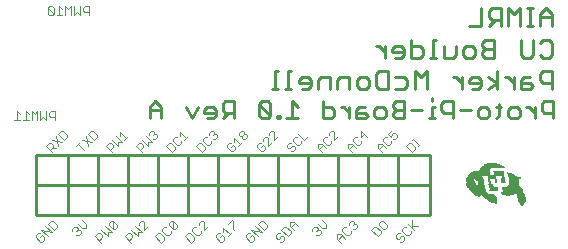
<source format=gbr>
G04 EAGLE Gerber RS-274X export*
G75*
%MOMM*%
%FSLAX34Y34*%
%LPD*%
%INSilkscreen Bottom*%
%IPPOS*%
%AMOC8*
5,1,8,0,0,1.08239X$1,22.5*%
G01*
%ADD10C,0.228600*%
%ADD11C,0.254000*%
%ADD12C,0.076200*%
%ADD13R,0.010159X0.002541*%
%ADD14R,0.022859X0.002541*%
%ADD15R,0.027941X0.002541*%
%ADD16R,0.035559X0.002541*%
%ADD17R,0.040641X0.002538*%
%ADD18R,0.048259X0.002541*%
%ADD19R,0.050800X0.002541*%
%ADD20R,0.058422X0.002541*%
%ADD21R,0.060959X0.002541*%
%ADD22R,0.068581X0.002538*%
%ADD23R,0.073659X0.002541*%
%ADD24R,0.078738X0.002541*%
%ADD25R,0.083819X0.002541*%
%ADD26R,0.091441X0.002541*%
%ADD27R,0.093981X0.002538*%
%ADD28R,0.101600X0.002541*%
%ADD29R,0.106681X0.002541*%
%ADD30R,0.109222X0.002541*%
%ADD31R,0.116838X0.002541*%
%ADD32R,0.121919X0.002538*%
%ADD33R,0.124459X0.002541*%
%ADD34R,0.129541X0.002541*%
%ADD35R,0.134622X0.002541*%
%ADD36R,0.137159X0.002541*%
%ADD37R,0.142241X0.002538*%
%ADD38R,0.147319X0.002541*%
%ADD39R,0.149859X0.002541*%
%ADD40R,0.154941X0.002541*%
%ADD41R,0.160019X0.002541*%
%ADD42R,0.162559X0.002538*%
%ADD43R,0.167641X0.002541*%
%ADD44R,0.172722X0.002541*%
%ADD45R,0.175263X0.002541*%
%ADD46R,0.180338X0.002541*%
%ADD47R,0.182878X0.002538*%
%ADD48R,0.185419X0.002541*%
%ADD49R,0.190500X0.002541*%
%ADD50R,0.193041X0.002541*%
%ADD51R,0.198122X0.002541*%
%ADD52R,0.200663X0.002538*%
%ADD53R,0.203200X0.002541*%
%ADD54R,0.208278X0.002541*%
%ADD55R,0.213359X0.002541*%
%ADD56R,0.218441X0.002538*%
%ADD57R,0.223522X0.002541*%
%ADD58R,0.228600X0.002541*%
%ADD59R,0.233678X0.002541*%
%ADD60R,0.233678X0.002538*%
%ADD61R,0.238759X0.002541*%
%ADD62R,0.243841X0.002541*%
%ADD63R,0.248922X0.002541*%
%ADD64R,0.254000X0.002538*%
%ADD65R,0.254000X0.002541*%
%ADD66R,0.259078X0.002541*%
%ADD67R,0.261619X0.002541*%
%ADD68R,0.264159X0.002541*%
%ADD69R,0.269241X0.002538*%
%ADD70R,0.271781X0.002541*%
%ADD71R,0.274322X0.002541*%
%ADD72R,0.279400X0.002541*%
%ADD73R,0.281941X0.002541*%
%ADD74R,0.284478X0.002538*%
%ADD75R,0.287019X0.002541*%
%ADD76R,0.292100X0.002541*%
%ADD77R,0.294641X0.002541*%
%ADD78R,0.297181X0.002541*%
%ADD79R,0.302259X0.002538*%
%ADD80R,0.307341X0.002541*%
%ADD81R,0.312422X0.002541*%
%ADD82R,0.317500X0.002541*%
%ADD83R,0.320038X0.002541*%
%ADD84R,0.325119X0.002538*%
%ADD85R,0.332741X0.002541*%
%ADD86R,0.335281X0.002541*%
%ADD87R,0.340359X0.002541*%
%ADD88R,0.345441X0.002541*%
%ADD89R,0.350522X0.002538*%
%ADD90R,0.358137X0.002541*%
%ADD91R,0.360678X0.002541*%
%ADD92R,0.365759X0.002541*%
%ADD93R,0.373381X0.002541*%
%ADD94R,0.375919X0.002538*%
%ADD95R,0.383541X0.002541*%
%ADD96R,0.386081X0.002541*%
%ADD97R,0.391163X0.002541*%
%ADD98R,0.398778X0.002541*%
%ADD99R,0.401319X0.002538*%
%ADD100R,0.015241X0.002538*%
%ADD101R,0.406400X0.002541*%
%ADD102R,0.033022X0.002541*%
%ADD103R,0.411478X0.002541*%
%ADD104R,0.048262X0.002541*%
%ADD105R,0.416559X0.002541*%
%ADD106R,0.063500X0.002541*%
%ADD107R,0.421641X0.002541*%
%ADD108R,0.078741X0.002541*%
%ADD109R,0.426722X0.002538*%
%ADD110R,0.431800X0.002541*%
%ADD111R,0.436881X0.002541*%
%ADD112R,0.124463X0.002541*%
%ADD113R,0.441959X0.002541*%
%ADD114R,0.139700X0.002541*%
%ADD115R,0.447041X0.002541*%
%ADD116R,0.449578X0.002538*%
%ADD117R,0.170181X0.002538*%
%ADD118R,0.457200X0.002541*%
%ADD119R,0.182881X0.002541*%
%ADD120R,0.459741X0.002541*%
%ADD121R,0.464822X0.002541*%
%ADD122R,0.210822X0.002541*%
%ADD123R,0.467359X0.002541*%
%ADD124R,0.226062X0.002541*%
%ADD125R,0.472441X0.002538*%
%ADD126R,0.330200X0.002538*%
%ADD127R,0.477519X0.002541*%
%ADD128R,0.368300X0.002541*%
%ADD129R,0.480059X0.002541*%
%ADD130R,0.485141X0.002541*%
%ADD131R,0.398781X0.002541*%
%ADD132R,0.487678X0.002541*%
%ADD133R,0.411481X0.002541*%
%ADD134R,0.492759X0.002538*%
%ADD135R,0.421641X0.002538*%
%ADD136R,0.497841X0.002541*%
%ADD137R,0.434341X0.002541*%
%ADD138R,0.500381X0.002541*%
%ADD139R,0.441963X0.002541*%
%ADD140R,0.502922X0.002541*%
%ADD141R,0.452122X0.002541*%
%ADD142R,0.505463X0.002541*%
%ADD143R,0.510537X0.002538*%
%ADD144R,0.467363X0.002538*%
%ADD145R,0.510537X0.002541*%
%ADD146R,0.474981X0.002541*%
%ADD147R,0.515619X0.002541*%
%ADD148R,0.482600X0.002541*%
%ADD149R,0.518159X0.002541*%
%ADD150R,0.520700X0.002541*%
%ADD151R,0.495300X0.002541*%
%ADD152R,0.525781X0.002538*%
%ADD153R,0.500381X0.002538*%
%ADD154R,0.528322X0.002541*%
%ADD155R,0.505459X0.002541*%
%ADD156R,0.530863X0.002541*%
%ADD157R,0.510541X0.002541*%
%ADD158R,0.533400X0.002541*%
%ADD159R,0.515622X0.002541*%
%ADD160R,0.538478X0.002541*%
%ADD161R,0.538478X0.002538*%
%ADD162R,0.543559X0.002541*%
%ADD163R,0.548641X0.002541*%
%ADD164R,0.538481X0.002541*%
%ADD165R,0.541022X0.002541*%
%ADD166R,0.553722X0.002538*%
%ADD167R,0.543559X0.002538*%
%ADD168R,0.556262X0.002541*%
%ADD169R,0.558800X0.002541*%
%ADD170R,0.551181X0.002541*%
%ADD171R,0.561338X0.002541*%
%ADD172R,0.553722X0.002541*%
%ADD173R,0.563878X0.002541*%
%ADD174R,0.568959X0.002538*%
%ADD175R,0.561341X0.002538*%
%ADD176R,0.568959X0.002541*%
%ADD177R,0.563881X0.002541*%
%ADD178R,0.574041X0.002541*%
%ADD179R,0.566422X0.002541*%
%ADD180R,0.571500X0.002541*%
%ADD181R,0.579122X0.002541*%
%ADD182R,0.579122X0.002538*%
%ADD183R,0.576581X0.002538*%
%ADD184R,0.581663X0.002541*%
%ADD185R,0.584200X0.002541*%
%ADD186R,0.579119X0.002541*%
%ADD187R,0.586738X0.002541*%
%ADD188R,0.581659X0.002541*%
%ADD189R,0.589278X0.002541*%
%ADD190R,0.591819X0.002538*%
%ADD191R,0.586741X0.002538*%
%ADD192R,0.594359X0.002541*%
%ADD193R,0.589281X0.002541*%
%ADD194R,0.596900X0.002541*%
%ADD195R,0.591819X0.002541*%
%ADD196R,0.599441X0.002541*%
%ADD197R,0.601981X0.002541*%
%ADD198R,0.601981X0.002538*%
%ADD199R,0.599441X0.002538*%
%ADD200R,0.607063X0.002541*%
%ADD201R,0.604519X0.002541*%
%ADD202R,0.612138X0.002541*%
%ADD203R,0.607059X0.002541*%
%ADD204R,0.609600X0.002541*%
%ADD205R,0.614678X0.002538*%
%ADD206R,0.612141X0.002538*%
%ADD207R,0.617219X0.002541*%
%ADD208R,0.614681X0.002541*%
%ADD209R,0.619759X0.002541*%
%ADD210R,0.622300X0.002541*%
%ADD211R,0.624841X0.002538*%
%ADD212R,0.622300X0.002538*%
%ADD213R,0.627381X0.002541*%
%ADD214R,0.624841X0.002541*%
%ADD215R,0.629922X0.002541*%
%ADD216R,0.627378X0.002541*%
%ADD217R,0.632463X0.002541*%
%ADD218R,0.629919X0.002541*%
%ADD219R,0.635000X0.002538*%
%ADD220R,0.632459X0.002538*%
%ADD221R,0.635000X0.002541*%
%ADD222R,0.640078X0.002541*%
%ADD223R,0.637541X0.002541*%
%ADD224R,0.642619X0.002541*%
%ADD225R,0.645159X0.002538*%
%ADD226R,0.642619X0.002538*%
%ADD227R,0.645159X0.002541*%
%ADD228R,0.647700X0.002541*%
%ADD229R,0.650241X0.002541*%
%ADD230R,0.652781X0.002538*%
%ADD231R,0.650238X0.002538*%
%ADD232R,0.652781X0.002541*%
%ADD233R,0.652778X0.002541*%
%ADD234R,0.655322X0.002541*%
%ADD235R,0.655319X0.002541*%
%ADD236R,0.657859X0.002541*%
%ADD237R,0.660400X0.002541*%
%ADD238R,0.657859X0.002538*%
%ADD239R,0.665478X0.002538*%
%ADD240R,0.662941X0.002541*%
%ADD241R,0.668019X0.002541*%
%ADD242R,0.670559X0.002541*%
%ADD243R,0.673100X0.002541*%
%ADD244R,0.665481X0.002541*%
%ADD245R,0.668019X0.002538*%
%ADD246R,0.675641X0.002538*%
%ADD247R,0.680722X0.002541*%
%ADD248R,0.683262X0.002541*%
%ADD249R,0.685800X0.002541*%
%ADD250R,0.688341X0.002541*%
%ADD251R,0.673100X0.002538*%
%ADD252R,0.693422X0.002538*%
%ADD253R,0.695963X0.002541*%
%ADD254R,0.698500X0.002541*%
%ADD255R,0.675641X0.002541*%
%ADD256R,0.701041X0.002541*%
%ADD257R,0.678181X0.002541*%
%ADD258R,0.703581X0.002541*%
%ADD259R,0.678181X0.002538*%
%ADD260R,0.706122X0.002538*%
%ADD261R,0.708659X0.002541*%
%ADD262R,0.680719X0.002541*%
%ADD263R,0.711200X0.002541*%
%ADD264R,0.716281X0.002541*%
%ADD265R,0.718822X0.002541*%
%ADD266R,0.683259X0.002538*%
%ADD267R,0.721359X0.002538*%
%ADD268R,0.683259X0.002541*%
%ADD269R,0.726441X0.002541*%
%ADD270R,0.728981X0.002541*%
%ADD271R,0.734059X0.002541*%
%ADD272R,0.685800X0.002538*%
%ADD273R,0.736600X0.002538*%
%ADD274R,0.739141X0.002541*%
%ADD275R,0.690881X0.002541*%
%ADD276R,0.744219X0.002541*%
%ADD277R,0.746759X0.002541*%
%ADD278R,0.749300X0.002541*%
%ADD279R,0.690881X0.002538*%
%ADD280R,0.754381X0.002538*%
%ADD281R,0.754378X0.002541*%
%ADD282R,0.759459X0.002541*%
%ADD283R,0.762000X0.002541*%
%ADD284R,0.693422X0.002541*%
%ADD285R,0.764541X0.002541*%
%ADD286R,0.769619X0.002538*%
%ADD287R,0.772159X0.002541*%
%ADD288R,0.777241X0.002541*%
%ADD289R,0.777238X0.002541*%
%ADD290R,0.695959X0.002541*%
%ADD291R,0.782319X0.002541*%
%ADD292R,0.695959X0.002538*%
%ADD293R,0.784859X0.002538*%
%ADD294R,0.789938X0.002541*%
%ADD295R,0.795019X0.002541*%
%ADD296R,0.800100X0.002541*%
%ADD297R,0.805178X0.002541*%
%ADD298R,0.698500X0.002538*%
%ADD299R,0.807722X0.002538*%
%ADD300R,0.815341X0.002541*%
%ADD301R,0.820422X0.002541*%
%ADD302R,0.825500X0.002541*%
%ADD303R,0.830581X0.002541*%
%ADD304R,0.701041X0.002538*%
%ADD305R,0.835663X0.002538*%
%ADD306R,0.838200X0.002541*%
%ADD307R,0.845822X0.002541*%
%ADD308R,0.850900X0.002541*%
%ADD309R,0.855981X0.002541*%
%ADD310R,0.861059X0.002538*%
%ADD311R,0.866141X0.002541*%
%ADD312R,0.871219X0.002541*%
%ADD313R,0.876300X0.002541*%
%ADD314R,0.881381X0.002538*%
%ADD315R,0.883919X0.002541*%
%ADD316R,0.886459X0.002541*%
%ADD317R,0.891541X0.002541*%
%ADD318R,0.894078X0.002538*%
%ADD319R,0.899159X0.002541*%
%ADD320R,0.693419X0.002541*%
%ADD321R,0.901700X0.002541*%
%ADD322R,0.906778X0.002541*%
%ADD323R,0.909319X0.002538*%
%ADD324R,0.911859X0.002541*%
%ADD325R,0.914400X0.002541*%
%ADD326R,0.916941X0.002541*%
%ADD327R,0.919481X0.002541*%
%ADD328R,0.924563X0.002538*%
%ADD329R,0.927100X0.002541*%
%ADD330R,0.932181X0.002541*%
%ADD331R,0.934722X0.002541*%
%ADD332R,0.680722X0.002538*%
%ADD333R,0.937259X0.002538*%
%ADD334R,0.937259X0.002541*%
%ADD335R,0.942341X0.002541*%
%ADD336R,0.944881X0.002541*%
%ADD337R,0.947419X0.002541*%
%ADD338R,0.949959X0.002538*%
%ADD339R,0.952500X0.002541*%
%ADD340R,0.955041X0.002541*%
%ADD341R,0.670563X0.002541*%
%ADD342R,0.955038X0.002541*%
%ADD343R,0.960119X0.002541*%
%ADD344R,0.668022X0.002538*%
%ADD345R,0.962659X0.002538*%
%ADD346R,0.965200X0.002541*%
%ADD347R,0.967741X0.002541*%
%ADD348R,0.972822X0.002541*%
%ADD349R,0.972822X0.002538*%
%ADD350R,0.665478X0.002541*%
%ADD351R,0.975359X0.002541*%
%ADD352R,0.662938X0.002541*%
%ADD353R,0.980441X0.002541*%
%ADD354R,0.982981X0.002541*%
%ADD355R,0.660400X0.002538*%
%ADD356R,0.985519X0.002538*%
%ADD357R,0.988059X0.002541*%
%ADD358R,0.990600X0.002541*%
%ADD359R,0.993141X0.002541*%
%ADD360R,0.993138X0.002541*%
%ADD361R,0.995678X0.002538*%
%ADD362R,0.998219X0.002541*%
%ADD363R,0.998222X0.002541*%
%ADD364R,1.003300X0.002541*%
%ADD365R,1.005841X0.002541*%
%ADD366R,0.652778X0.002538*%
%ADD367R,1.005841X0.002538*%
%ADD368R,1.008381X0.002541*%
%ADD369R,1.010919X0.002541*%
%ADD370R,1.016000X0.002538*%
%ADD371R,1.018541X0.002541*%
%ADD372R,1.018538X0.002541*%
%ADD373R,1.021078X0.002541*%
%ADD374R,1.021081X0.002541*%
%ADD375R,0.647700X0.002538*%
%ADD376R,1.023622X0.002538*%
%ADD377R,1.023622X0.002541*%
%ADD378R,0.022863X0.002541*%
%ADD379R,1.026159X0.002541*%
%ADD380R,0.033019X0.002541*%
%ADD381R,0.040641X0.002541*%
%ADD382R,1.028700X0.002541*%
%ADD383R,1.026159X0.002538*%
%ADD384R,0.058419X0.002538*%
%ADD385R,0.066041X0.002541*%
%ADD386R,1.031238X0.002541*%
%ADD387R,0.642622X0.002541*%
%ADD388R,1.031241X0.002541*%
%ADD389R,0.086359X0.002541*%
%ADD390R,0.642622X0.002538*%
%ADD391R,1.033781X0.002538*%
%ADD392R,0.093978X0.002538*%
%ADD393R,1.033781X0.002541*%
%ADD394R,1.036322X0.002541*%
%ADD395R,0.640081X0.002541*%
%ADD396R,0.114300X0.002541*%
%ADD397R,1.036319X0.002541*%
%ADD398R,0.121919X0.002541*%
%ADD399R,0.640081X0.002538*%
%ADD400R,1.036319X0.002538*%
%ADD401R,0.127000X0.002538*%
%ADD402R,0.134619X0.002541*%
%ADD403R,1.038859X0.002541*%
%ADD404R,1.038863X0.002541*%
%ADD405R,0.147322X0.002541*%
%ADD406R,1.041400X0.002541*%
%ADD407R,1.041400X0.002538*%
%ADD408R,0.175259X0.002541*%
%ADD409R,0.632459X0.002541*%
%ADD410R,0.195578X0.002538*%
%ADD411R,1.043941X0.002541*%
%ADD412R,0.200659X0.002541*%
%ADD413R,0.215900X0.002541*%
%ADD414R,0.220981X0.002541*%
%ADD415R,0.627381X0.002538*%
%ADD416R,1.043941X0.002538*%
%ADD417R,0.228600X0.002538*%
%ADD418R,1.043937X0.002541*%
%ADD419R,0.236219X0.002541*%
%ADD420R,0.241300X0.002541*%
%ADD421R,0.246378X0.002541*%
%ADD422R,0.251459X0.002541*%
%ADD423R,0.259081X0.002538*%
%ADD424R,0.266700X0.002541*%
%ADD425R,0.271778X0.002541*%
%ADD426R,0.276859X0.002541*%
%ADD427R,0.619762X0.002538*%
%ADD428R,0.289559X0.002538*%
%ADD429R,0.619762X0.002541*%
%ADD430R,0.617222X0.002541*%
%ADD431R,0.299722X0.002541*%
%ADD432R,0.614681X0.002538*%
%ADD433R,0.612141X0.002541*%
%ADD434R,0.342900X0.002541*%
%ADD435R,0.355600X0.002541*%
%ADD436R,0.607059X0.002538*%
%ADD437R,1.038859X0.002538*%
%ADD438R,0.381000X0.002538*%
%ADD439R,0.401319X0.002541*%
%ADD440R,0.439419X0.002541*%
%ADD441R,0.601978X0.002541*%
%ADD442R,0.449581X0.002541*%
%ADD443R,0.601978X0.002538*%
%ADD444R,0.454659X0.002538*%
%ADD445R,0.462281X0.002541*%
%ADD446R,0.246381X0.002541*%
%ADD447R,0.472441X0.002541*%
%ADD448R,0.299719X0.002541*%
%ADD449R,0.594359X0.002538*%
%ADD450R,0.347981X0.002538*%
%ADD451R,0.482600X0.002538*%
%ADD452R,0.388619X0.002541*%
%ADD453R,1.026163X0.002541*%
%ADD454R,0.426719X0.002541*%
%ADD455R,0.490219X0.002541*%
%ADD456R,0.591822X0.002541*%
%ADD457R,0.492759X0.002541*%
%ADD458R,0.591822X0.002538*%
%ADD459R,0.515619X0.002538*%
%ADD460R,1.018541X0.002538*%
%ADD461R,1.013459X0.002541*%
%ADD462R,0.586741X0.002541*%
%ADD463R,1.010922X0.002541*%
%ADD464R,0.508000X0.002541*%
%ADD465R,1.008378X0.002541*%
%ADD466R,0.584200X0.002538*%
%ADD467R,1.003300X0.002538*%
%ADD468R,0.520700X0.002538*%
%ADD469R,1.000759X0.002541*%
%ADD470R,0.525778X0.002541*%
%ADD471R,0.528319X0.002541*%
%ADD472R,0.576581X0.002541*%
%ADD473R,0.535941X0.002541*%
%ADD474R,0.576578X0.002538*%
%ADD475R,0.708659X0.002538*%
%ADD476R,0.541019X0.002538*%
%ADD477R,0.723900X0.002541*%
%ADD478R,0.576578X0.002541*%
%ADD479R,0.546100X0.002541*%
%ADD480R,0.741681X0.002541*%
%ADD481R,0.556259X0.002541*%
%ADD482R,0.767081X0.002541*%
%ADD483R,0.561341X0.002541*%
%ADD484R,0.574041X0.002538*%
%ADD485R,0.782319X0.002538*%
%ADD486R,0.566419X0.002538*%
%ADD487R,0.795022X0.002541*%
%ADD488R,0.807719X0.002541*%
%ADD489R,0.820419X0.002541*%
%ADD490R,0.833122X0.002541*%
%ADD491R,1.191259X0.002541*%
%ADD492R,0.571500X0.002538*%
%ADD493R,0.845819X0.002538*%
%ADD494R,1.191259X0.002538*%
%ADD495R,0.858522X0.002541*%
%ADD496R,0.868678X0.002541*%
%ADD497R,0.881381X0.002541*%
%ADD498R,1.191263X0.002541*%
%ADD499R,0.894081X0.002541*%
%ADD500R,0.906778X0.002538*%
%ADD501R,0.924563X0.002541*%
%ADD502R,0.566419X0.002541*%
%ADD503R,0.947422X0.002541*%
%ADD504R,0.957578X0.002538*%
%ADD505R,0.970281X0.002541*%
%ADD506R,0.982978X0.002541*%
%ADD507R,1.193800X0.002541*%
%ADD508R,0.568963X0.002541*%
%ADD509R,1.054100X0.002541*%
%ADD510R,1.064259X0.002541*%
%ADD511R,1.076959X0.002538*%
%ADD512R,1.089659X0.002541*%
%ADD513R,1.099819X0.002541*%
%ADD514R,1.104900X0.002541*%
%ADD515R,1.109981X0.002541*%
%ADD516R,1.117600X0.002538*%
%ADD517R,1.122681X0.002541*%
%ADD518R,1.130300X0.002541*%
%ADD519R,1.135378X0.002541*%
%ADD520R,1.143000X0.002541*%
%ADD521R,1.153159X0.002538*%
%ADD522R,0.604522X0.002541*%
%ADD523R,1.163322X0.002541*%
%ADD524R,1.173481X0.002541*%
%ADD525R,1.188719X0.002541*%
%ADD526R,1.813559X0.002541*%
%ADD527R,1.808478X0.002538*%
%ADD528R,1.193800X0.002538*%
%ADD529R,1.805938X0.002541*%
%ADD530R,1.800863X0.002541*%
%ADD531R,1.798322X0.002541*%
%ADD532R,1.795781X0.002541*%
%ADD533R,1.790700X0.002538*%
%ADD534R,1.785619X0.002541*%
%ADD535R,1.780538X0.002541*%
%ADD536R,1.778000X0.002541*%
%ADD537R,1.772922X0.002538*%
%ADD538R,1.770381X0.002541*%
%ADD539R,1.767841X0.002541*%
%ADD540R,1.765300X0.002541*%
%ADD541R,1.760219X0.002541*%
%ADD542R,1.757681X0.002538*%
%ADD543R,1.755141X0.002541*%
%ADD544R,1.752600X0.002541*%
%ADD545R,1.747519X0.002541*%
%ADD546R,1.744978X0.002541*%
%ADD547R,1.744978X0.002538*%
%ADD548R,1.739900X0.002541*%
%ADD549R,1.737363X0.002541*%
%ADD550R,1.732281X0.002541*%
%ADD551R,1.729741X0.002538*%
%ADD552R,1.727200X0.002541*%
%ADD553R,1.722119X0.002541*%
%ADD554R,1.719581X0.002541*%
%ADD555R,1.714500X0.002538*%
%ADD556R,1.711959X0.002541*%
%ADD557R,1.709419X0.002541*%
%ADD558R,1.704338X0.002541*%
%ADD559R,1.701800X0.002538*%
%ADD560R,1.191263X0.002538*%
%ADD561R,1.699259X0.002541*%
%ADD562R,1.696719X0.002541*%
%ADD563R,1.691641X0.002541*%
%ADD564R,1.689100X0.002538*%
%ADD565R,1.689100X0.002541*%
%ADD566R,1.686563X0.002541*%
%ADD567R,1.684022X0.002541*%
%ADD568R,1.681481X0.002541*%
%ADD569R,1.678941X0.002538*%
%ADD570R,1.676400X0.002541*%
%ADD571R,1.673859X0.002541*%
%ADD572R,1.671322X0.002541*%
%ADD573R,1.668781X0.002538*%
%ADD574R,1.663700X0.002541*%
%ADD575R,1.661159X0.002541*%
%ADD576R,1.658619X0.002541*%
%ADD577R,1.656081X0.002538*%
%ADD578R,1.653541X0.002541*%
%ADD579R,1.188722X0.002541*%
%ADD580R,1.651000X0.002541*%
%ADD581R,1.648459X0.002541*%
%ADD582R,1.645919X0.002538*%
%ADD583R,1.643381X0.002541*%
%ADD584R,1.638300X0.002541*%
%ADD585R,1.638300X0.002538*%
%ADD586R,1.196341X0.002538*%
%ADD587R,1.196341X0.002541*%
%ADD588R,1.640841X0.002541*%
%ADD589R,1.198878X0.002541*%
%ADD590R,1.203959X0.002541*%
%ADD591R,1.206500X0.002541*%
%ADD592R,1.640841X0.002538*%
%ADD593R,1.206500X0.002538*%
%ADD594R,1.209041X0.002541*%
%ADD595R,1.211578X0.002541*%
%ADD596R,1.643378X0.002541*%
%ADD597R,1.214119X0.002541*%
%ADD598R,1.643378X0.002538*%
%ADD599R,1.216659X0.002538*%
%ADD600R,1.219200X0.002541*%
%ADD601R,1.221738X0.002541*%
%ADD602R,1.224278X0.002541*%
%ADD603R,1.640838X0.002541*%
%ADD604R,1.224281X0.002541*%
%ADD605R,1.226822X0.002538*%
%ADD606R,1.229363X0.002541*%
%ADD607R,1.231900X0.002541*%
%ADD608R,1.234441X0.002541*%
%ADD609R,1.236981X0.002541*%
%ADD610R,1.239522X0.002538*%
%ADD611R,1.242063X0.002541*%
%ADD612R,1.242059X0.002541*%
%ADD613R,1.645919X0.002541*%
%ADD614R,1.244600X0.002541*%
%ADD615R,1.247141X0.002541*%
%ADD616R,1.249681X0.002538*%
%ADD617R,1.252222X0.002541*%
%ADD618R,1.254759X0.002541*%
%ADD619R,1.645922X0.002541*%
%ADD620R,1.645922X0.002538*%
%ADD621R,1.257300X0.002538*%
%ADD622R,0.002541X0.002541*%
%ADD623R,1.259841X0.002541*%
%ADD624R,1.262381X0.002541*%
%ADD625R,1.264919X0.002541*%
%ADD626R,1.267459X0.002541*%
%ADD627R,0.734059X0.002538*%
%ADD628R,1.267459X0.002538*%
%ADD629R,1.648463X0.002541*%
%ADD630R,1.270000X0.002541*%
%ADD631R,0.736600X0.002541*%
%ADD632R,1.272541X0.002541*%
%ADD633R,1.275078X0.002541*%
%ADD634R,0.734063X0.002541*%
%ADD635R,1.277619X0.002541*%
%ADD636R,0.734063X0.002538*%
%ADD637R,1.280159X0.002538*%
%ADD638R,1.282700X0.002541*%
%ADD639R,1.285238X0.002541*%
%ADD640R,1.287778X0.002538*%
%ADD641R,1.290319X0.002541*%
%ADD642R,1.292859X0.002541*%
%ADD643R,1.292863X0.002541*%
%ADD644R,1.295400X0.002541*%
%ADD645R,1.648459X0.002538*%
%ADD646R,1.297941X0.002538*%
%ADD647R,1.300481X0.002541*%
%ADD648R,1.303022X0.002541*%
%ADD649R,1.305562X0.002541*%
%ADD650R,1.308100X0.002541*%
%ADD651R,1.305559X0.002538*%
%ADD652R,1.310641X0.002541*%
%ADD653R,1.313181X0.002541*%
%ADD654R,1.315722X0.002541*%
%ADD655R,1.318259X0.002538*%
%ADD656R,1.320800X0.002541*%
%ADD657R,1.323341X0.002541*%
%ADD658R,1.325881X0.002541*%
%ADD659R,1.325881X0.002538*%
%ADD660R,1.328419X0.002541*%
%ADD661R,1.635759X0.002541*%
%ADD662R,1.330959X0.002541*%
%ADD663R,1.333500X0.002541*%
%ADD664R,1.633222X0.002541*%
%ADD665R,1.635763X0.002538*%
%ADD666R,1.336041X0.002538*%
%ADD667R,1.338578X0.002541*%
%ADD668R,1.341119X0.002541*%
%ADD669R,1.630681X0.002541*%
%ADD670R,1.343659X0.002541*%
%ADD671R,1.628141X0.002541*%
%ADD672R,1.346200X0.002541*%
%ADD673R,1.628141X0.002538*%
%ADD674R,1.346200X0.002538*%
%ADD675R,1.625600X0.002541*%
%ADD676R,1.628138X0.002541*%
%ADD677R,1.348738X0.002541*%
%ADD678R,1.351278X0.002541*%
%ADD679R,1.353819X0.002541*%
%ADD680R,1.623059X0.002538*%
%ADD681R,1.356359X0.002538*%
%ADD682R,1.620519X0.002541*%
%ADD683R,1.358900X0.002541*%
%ADD684R,1.356363X0.002541*%
%ADD685R,1.361441X0.002541*%
%ADD686R,1.617978X0.002538*%
%ADD687R,1.363981X0.002538*%
%ADD688R,1.615441X0.002541*%
%ADD689R,1.366522X0.002541*%
%ADD690R,1.612900X0.002541*%
%ADD691R,1.369063X0.002541*%
%ADD692R,1.610359X0.002541*%
%ADD693R,1.369059X0.002541*%
%ADD694R,1.610359X0.002538*%
%ADD695R,1.371600X0.002538*%
%ADD696R,1.374141X0.002541*%
%ADD697R,1.607819X0.002541*%
%ADD698R,1.376681X0.002541*%
%ADD699R,1.605281X0.002541*%
%ADD700R,1.379222X0.002541*%
%ADD701R,1.602741X0.002541*%
%ADD702R,1.381759X0.002541*%
%ADD703R,1.602741X0.002538*%
%ADD704R,1.381759X0.002538*%
%ADD705R,1.600200X0.002541*%
%ADD706R,1.384300X0.002541*%
%ADD707R,1.597659X0.002541*%
%ADD708R,1.386841X0.002541*%
%ADD709R,1.595122X0.002541*%
%ADD710R,1.389381X0.002541*%
%ADD711R,1.595122X0.002538*%
%ADD712R,1.389381X0.002538*%
%ADD713R,1.592581X0.002541*%
%ADD714R,1.391919X0.002541*%
%ADD715R,1.590041X0.002541*%
%ADD716R,1.587500X0.002541*%
%ADD717R,1.394459X0.002541*%
%ADD718R,1.397000X0.002541*%
%ADD719R,1.587500X0.002538*%
%ADD720R,1.397000X0.002538*%
%ADD721R,1.584963X0.002541*%
%ADD722R,1.399541X0.002541*%
%ADD723R,1.582422X0.002541*%
%ADD724R,1.402078X0.002541*%
%ADD725R,1.579881X0.002541*%
%ADD726R,1.404619X0.002541*%
%ADD727R,1.577341X0.002541*%
%ADD728R,1.407159X0.002541*%
%ADD729R,1.577338X0.002538*%
%ADD730R,1.404619X0.002538*%
%ADD731R,1.574800X0.002541*%
%ADD732R,1.572259X0.002541*%
%ADD733R,1.409700X0.002541*%
%ADD734R,1.569719X0.002541*%
%ADD735R,1.412238X0.002541*%
%ADD736R,1.567178X0.002541*%
%ADD737R,1.414778X0.002541*%
%ADD738R,1.564638X0.002538*%
%ADD739R,1.414778X0.002538*%
%ADD740R,1.562100X0.002541*%
%ADD741R,1.414781X0.002541*%
%ADD742R,1.417322X0.002541*%
%ADD743R,1.559559X0.002541*%
%ADD744R,1.419863X0.002541*%
%ADD745R,1.557019X0.002541*%
%ADD746R,1.554478X0.002538*%
%ADD747R,1.422400X0.002538*%
%ADD748R,1.551941X0.002541*%
%ADD749R,1.424941X0.002541*%
%ADD750R,1.549400X0.002541*%
%ADD751R,1.427481X0.002541*%
%ADD752R,1.546859X0.002541*%
%ADD753R,1.544319X0.002538*%
%ADD754R,1.430022X0.002538*%
%ADD755R,1.541781X0.002541*%
%ADD756R,1.432559X0.002541*%
%ADD757R,1.539241X0.002541*%
%ADD758R,1.534159X0.002541*%
%ADD759R,1.435100X0.002541*%
%ADD760R,1.531619X0.002541*%
%ADD761R,1.437641X0.002541*%
%ADD762R,1.529081X0.002538*%
%ADD763R,1.435100X0.002538*%
%ADD764R,1.529081X0.002541*%
%ADD765R,1.526541X0.002541*%
%ADD766R,1.440181X0.002541*%
%ADD767R,1.521459X0.002541*%
%ADD768R,1.442719X0.002541*%
%ADD769R,1.518922X0.002541*%
%ADD770R,1.516381X0.002538*%
%ADD771R,1.445259X0.002538*%
%ADD772R,1.511300X0.002541*%
%ADD773R,1.445259X0.002541*%
%ADD774R,1.115059X0.002541*%
%ADD775R,0.426722X0.002541*%
%ADD776R,1.107441X0.002541*%
%ADD777R,0.424181X0.002541*%
%ADD778R,1.447800X0.002541*%
%ADD779R,1.450341X0.002541*%
%ADD780R,1.094738X0.002538*%
%ADD781R,0.419100X0.002538*%
%ADD782R,1.450341X0.002538*%
%ADD783R,1.087122X0.002541*%
%ADD784R,0.416563X0.002541*%
%ADD785R,1.452878X0.002541*%
%ADD786R,1.082041X0.002541*%
%ADD787R,0.414022X0.002541*%
%ADD788R,1.455419X0.002541*%
%ADD789R,1.074422X0.002541*%
%ADD790R,1.066800X0.002541*%
%ADD791R,0.408941X0.002541*%
%ADD792R,1.059178X0.002538*%
%ADD793R,0.408938X0.002538*%
%ADD794R,1.457959X0.002538*%
%ADD795R,1.051559X0.002541*%
%ADD796R,1.457959X0.002541*%
%ADD797R,0.403859X0.002541*%
%ADD798R,1.460500X0.002541*%
%ADD799R,1.463037X0.002541*%
%ADD800R,1.023619X0.002538*%
%ADD801R,0.396238X0.002538*%
%ADD802R,1.463041X0.002538*%
%ADD803R,0.393700X0.002541*%
%ADD804R,1.463041X0.002541*%
%ADD805R,1.005837X0.002541*%
%ADD806R,1.465581X0.002541*%
%ADD807R,0.391159X0.002541*%
%ADD808R,1.468122X0.002541*%
%ADD809R,0.982981X0.002538*%
%ADD810R,0.386078X0.002538*%
%ADD811R,1.470662X0.002538*%
%ADD812R,0.972819X0.002541*%
%ADD813R,0.381000X0.002541*%
%ADD814R,1.473200X0.002541*%
%ADD815R,0.962659X0.002541*%
%ADD816R,0.378459X0.002541*%
%ADD817R,1.470659X0.002541*%
%ADD818R,0.375919X0.002541*%
%ADD819R,0.944881X0.002538*%
%ADD820R,0.373381X0.002538*%
%ADD821R,1.475741X0.002538*%
%ADD822R,0.939800X0.002541*%
%ADD823R,0.370841X0.002541*%
%ADD824R,1.475741X0.002541*%
%ADD825R,0.934719X0.002541*%
%ADD826R,1.478281X0.002541*%
%ADD827R,0.932178X0.002541*%
%ADD828R,0.363219X0.002541*%
%ADD829R,0.360681X0.002538*%
%ADD830R,1.480819X0.002538*%
%ADD831R,0.922022X0.002541*%
%ADD832R,0.360681X0.002541*%
%ADD833R,1.480819X0.002541*%
%ADD834R,0.358141X0.002541*%
%ADD835R,1.483359X0.002541*%
%ADD836R,1.485900X0.002541*%
%ADD837R,0.353059X0.002541*%
%ADD838R,1.485900X0.002538*%
%ADD839R,0.906781X0.002541*%
%ADD840R,0.347981X0.002541*%
%ADD841R,1.488441X0.002541*%
%ADD842R,0.904241X0.002541*%
%ADD843R,1.490978X0.002541*%
%ADD844R,0.896619X0.002538*%
%ADD845R,0.337822X0.002538*%
%ADD846R,1.490978X0.002538*%
%ADD847R,0.894078X0.002541*%
%ADD848R,1.493519X0.002541*%
%ADD849R,0.330200X0.002541*%
%ADD850R,0.889000X0.002541*%
%ADD851R,0.886459X0.002538*%
%ADD852R,0.327659X0.002538*%
%ADD853R,1.496059X0.002538*%
%ADD854R,0.325119X0.002541*%
%ADD855R,1.496059X0.002541*%
%ADD856R,0.881378X0.002541*%
%ADD857R,0.322578X0.002541*%
%ADD858R,1.498600X0.002541*%
%ADD859R,0.878841X0.002541*%
%ADD860R,0.878841X0.002538*%
%ADD861R,0.314959X0.002538*%
%ADD862R,1.498600X0.002538*%
%ADD863R,0.314959X0.002541*%
%ADD864R,1.501141X0.002541*%
%ADD865R,0.312419X0.002541*%
%ADD866R,0.873759X0.002541*%
%ADD867R,0.309878X0.002541*%
%ADD868R,0.871222X0.002541*%
%ADD869R,0.304800X0.002541*%
%ADD870R,1.503681X0.002541*%
%ADD871R,0.871222X0.002538*%
%ADD872R,1.501141X0.002538*%
%ADD873R,0.868681X0.002541*%
%ADD874R,0.863600X0.002541*%
%ADD875R,1.506222X0.002541*%
%ADD876R,0.863600X0.002538*%
%ADD877R,0.292100X0.002538*%
%ADD878R,1.506222X0.002538*%
%ADD879R,0.289559X0.002541*%
%ADD880R,0.861059X0.002541*%
%ADD881R,1.506219X0.002541*%
%ADD882R,0.858519X0.002541*%
%ADD883R,0.284481X0.002541*%
%ADD884R,0.855978X0.002541*%
%ADD885R,0.855978X0.002538*%
%ADD886R,0.281941X0.002538*%
%ADD887R,0.853441X0.002541*%
%ADD888R,0.835659X0.002541*%
%ADD889R,0.822959X0.002541*%
%ADD890R,0.848359X0.002541*%
%ADD891R,0.817881X0.002541*%
%ADD892R,0.581659X0.002538*%
%ADD893R,0.812800X0.002538*%
%ADD894R,0.843278X0.002541*%
%ADD895R,0.269241X0.002541*%
%ADD896R,0.810259X0.002541*%
%ADD897R,0.264163X0.002541*%
%ADD898R,0.807722X0.002541*%
%ADD899R,0.843281X0.002541*%
%ADD900R,0.261622X0.002541*%
%ADD901R,0.802641X0.002541*%
%ADD902R,0.840741X0.002541*%
%ADD903R,0.259081X0.002541*%
%ADD904R,0.838200X0.002538*%
%ADD905R,0.256541X0.002538*%
%ADD906R,0.561338X0.002538*%
%ADD907R,0.800100X0.002538*%
%ADD908R,0.833119X0.002541*%
%ADD909R,0.251463X0.002541*%
%ADD910R,0.553719X0.002541*%
%ADD911R,0.792478X0.002541*%
%ADD912R,0.248919X0.002541*%
%ADD913R,0.551178X0.002541*%
%ADD914R,0.828041X0.002538*%
%ADD915R,0.246378X0.002538*%
%ADD916R,0.548638X0.002538*%
%ADD917R,0.787400X0.002538*%
%ADD918R,0.243838X0.002541*%
%ADD919R,0.787400X0.002541*%
%ADD920R,0.784859X0.002541*%
%ADD921R,0.820422X0.002538*%
%ADD922R,0.236219X0.002538*%
%ADD923R,0.535941X0.002538*%
%ADD924R,0.779781X0.002541*%
%ADD925R,0.231141X0.002541*%
%ADD926R,0.812800X0.002541*%
%ADD927R,0.226059X0.002541*%
%ADD928R,0.774700X0.002541*%
%ADD929R,0.810259X0.002538*%
%ADD930R,0.220978X0.002538*%
%ADD931R,0.774700X0.002538*%
%ADD932R,0.525781X0.002541*%
%ADD933R,0.805181X0.002541*%
%ADD934R,0.218441X0.002541*%
%ADD935R,0.523241X0.002541*%
%ADD936R,0.769622X0.002541*%
%ADD937R,0.797559X0.002538*%
%ADD938R,0.210819X0.002538*%
%ADD939R,0.772163X0.002538*%
%ADD940R,0.797559X0.002541*%
%ADD941R,0.208281X0.002541*%
%ADD942R,0.792481X0.002541*%
%ADD943R,0.205741X0.002541*%
%ADD944R,0.789941X0.002541*%
%ADD945R,0.200659X0.002538*%
%ADD946R,0.513081X0.002541*%
%ADD947R,0.767078X0.002541*%
%ADD948R,0.195581X0.002541*%
%ADD949R,0.784863X0.002541*%
%ADD950R,0.782322X0.002541*%
%ADD951R,0.764538X0.002541*%
%ADD952R,0.779781X0.002538*%
%ADD953R,0.187963X0.002538*%
%ADD954R,0.508000X0.002538*%
%ADD955R,0.764538X0.002538*%
%ADD956R,0.187963X0.002541*%
%ADD957R,0.185422X0.002541*%
%ADD958R,0.772163X0.002541*%
%ADD959R,0.180341X0.002541*%
%ADD960R,0.177800X0.002541*%
%ADD961R,0.769622X0.002538*%
%ADD962R,0.175263X0.002538*%
%ADD963R,0.505459X0.002538*%
%ADD964R,0.762000X0.002538*%
%ADD965R,0.767081X0.002538*%
%ADD966R,0.175259X0.002538*%
%ADD967R,0.172719X0.002541*%
%ADD968R,0.502922X0.002538*%
%ADD969R,0.759459X0.002538*%
%ADD970R,0.756922X0.002541*%
%ADD971R,0.759463X0.002538*%
%ADD972R,0.759463X0.002541*%
%ADD973R,0.172719X0.002538*%
%ADD974R,0.756922X0.002538*%
%ADD975R,0.754381X0.002541*%
%ADD976R,0.502919X0.002541*%
%ADD977R,0.756919X0.002541*%
%ADD978R,0.502919X0.002538*%
%ADD979R,0.756919X0.002538*%
%ADD980R,0.500378X0.002541*%
%ADD981R,0.772159X0.002538*%
%ADD982R,0.754378X0.002538*%
%ADD983R,0.284478X0.002541*%
%ADD984R,0.751841X0.002541*%
%ADD985R,0.190500X0.002538*%
%ADD986R,0.751841X0.002538*%
%ADD987R,0.187959X0.002541*%
%ADD988R,0.187959X0.002538*%
%ADD989R,0.505463X0.002538*%
%ADD990R,0.749300X0.002538*%
%ADD991R,0.284481X0.002538*%
%ADD992R,0.510541X0.002538*%
%ADD993R,0.746759X0.002538*%
%ADD994R,0.777241X0.002538*%
%ADD995R,0.513081X0.002538*%
%ADD996R,0.744219X0.002538*%
%ADD997R,0.777238X0.002538*%
%ADD998R,0.172722X0.002538*%
%ADD999R,0.739141X0.002538*%
%ADD1000R,0.523241X0.002538*%
%ADD1001R,0.523238X0.002541*%
%ADD1002R,0.731519X0.002541*%
%ADD1003R,0.525778X0.002538*%
%ADD1004R,0.731519X0.002538*%
%ADD1005R,0.530859X0.002541*%
%ADD1006R,0.530863X0.002538*%
%ADD1007R,0.726441X0.002538*%
%ADD1008R,0.538481X0.002538*%
%ADD1009R,0.723900X0.002538*%
%ADD1010R,0.721359X0.002541*%
%ADD1011R,0.718819X0.002541*%
%ADD1012R,0.716278X0.002541*%
%ADD1013R,0.716278X0.002538*%
%ADD1014R,0.713741X0.002541*%
%ADD1015R,0.287022X0.002541*%
%ADD1016R,0.551181X0.002538*%
%ADD1017R,0.711200X0.002538*%
%ADD1018R,0.706119X0.002541*%
%ADD1019R,0.287022X0.002538*%
%ADD1020R,0.558800X0.002538*%
%ADD1021R,0.703578X0.002538*%
%ADD1022R,0.701037X0.002541*%
%ADD1023R,0.574037X0.002541*%
%ADD1024R,0.769619X0.002541*%
%ADD1025R,0.287019X0.002538*%
%ADD1026R,0.604522X0.002538*%
%ADD1027R,0.670559X0.002538*%
%ADD1028R,0.668022X0.002541*%
%ADD1029R,0.662941X0.002538*%
%ADD1030R,0.627378X0.002538*%
%ADD1031R,0.655319X0.002538*%
%ADD1032R,0.640078X0.002538*%
%ADD1033R,0.650238X0.002541*%
%ADD1034R,0.637537X0.002541*%
%ADD1035R,0.657863X0.002541*%
%ADD1036R,0.797563X0.002538*%
%ADD1037R,0.713741X0.002538*%
%ADD1038R,0.604519X0.002538*%
%ADD1039R,0.830578X0.002538*%
%ADD1040R,0.170181X0.002541*%
%ADD1041R,0.624838X0.002541*%
%ADD1042R,0.858519X0.002538*%
%ADD1043R,0.170178X0.002538*%
%ADD1044R,0.170178X0.002541*%
%ADD1045R,0.645163X0.002541*%
%ADD1046R,0.650241X0.002538*%
%ADD1047R,0.906781X0.002538*%
%ADD1048R,0.932181X0.002538*%
%ADD1049R,0.548641X0.002538*%
%ADD1050R,0.949963X0.002541*%
%ADD1051R,0.952500X0.002538*%
%ADD1052R,0.960122X0.002541*%
%ADD1053R,0.962663X0.002541*%
%ADD1054R,0.728978X0.002541*%
%ADD1055R,0.972819X0.002538*%
%ADD1056R,0.977900X0.002541*%
%ADD1057R,0.980438X0.002541*%
%ADD1058R,1.280159X0.002541*%
%ADD1059R,0.988059X0.002538*%
%ADD1060R,1.275078X0.002538*%
%ADD1061R,1.272538X0.002541*%
%ADD1062R,0.995678X0.002541*%
%ADD1063R,1.000759X0.002538*%
%ADD1064R,1.270000X0.002538*%
%ADD1065R,1.264922X0.002541*%
%ADD1066R,1.013459X0.002538*%
%ADD1067R,1.262381X0.002538*%
%ADD1068R,1.016000X0.002541*%
%ADD1069R,1.257300X0.002541*%
%ADD1070R,1.252222X0.002538*%
%ADD1071R,1.249681X0.002541*%
%ADD1072R,1.247141X0.002538*%
%ADD1073R,1.239519X0.002541*%
%ADD1074R,1.236981X0.002538*%
%ADD1075R,1.229359X0.002541*%
%ADD1076R,0.662938X0.002538*%
%ADD1077R,1.226819X0.002538*%
%ADD1078R,1.226819X0.002541*%
%ADD1079R,1.221741X0.002541*%
%ADD1080R,1.216659X0.002541*%
%ADD1081R,1.209037X0.002538*%
%ADD1082R,1.203963X0.002541*%
%ADD1083R,1.201422X0.002541*%
%ADD1084R,0.637541X0.002538*%
%ADD1085R,1.198881X0.002538*%
%ADD1086R,1.198881X0.002541*%
%ADD1087R,1.188722X0.002538*%
%ADD1088R,1.186181X0.002541*%
%ADD1089R,1.183641X0.002541*%
%ADD1090R,1.178559X0.002538*%
%ADD1091R,1.178559X0.002541*%
%ADD1092R,1.176019X0.002541*%
%ADD1093R,1.170941X0.002538*%
%ADD1094R,1.168400X0.002541*%
%ADD1095R,1.165859X0.002541*%
%ADD1096R,1.163319X0.002541*%
%ADD1097R,1.160778X0.002541*%
%ADD1098R,0.589278X0.002538*%
%ADD1099R,1.160778X0.002538*%
%ADD1100R,1.158241X0.002541*%
%ADD1101R,1.155700X0.002541*%
%ADD1102R,1.153159X0.002541*%
%ADD1103R,1.150619X0.002541*%
%ADD1104R,1.148078X0.002538*%
%ADD1105R,1.148078X0.002541*%
%ADD1106R,1.145538X0.002541*%
%ADD1107R,1.137922X0.002538*%
%ADD1108R,1.135381X0.002541*%
%ADD1109R,1.132841X0.002541*%
%ADD1110R,1.127763X0.002538*%
%ADD1111R,1.127763X0.002541*%
%ADD1112R,1.790700X0.002541*%
%ADD1113R,1.788159X0.002541*%
%ADD1114R,0.858522X0.002538*%
%ADD1115R,1.785619X0.002538*%
%ADD1116R,1.783078X0.002541*%
%ADD1117R,1.780541X0.002541*%
%ADD1118R,1.772919X0.002538*%
%ADD1119R,0.861063X0.002541*%
%ADD1120R,1.770378X0.002541*%
%ADD1121R,1.767838X0.002541*%
%ADD1122R,0.492763X0.002541*%
%ADD1123R,0.487681X0.002538*%
%ADD1124R,1.765300X0.002538*%
%ADD1125R,0.485137X0.002541*%
%ADD1126R,1.762759X0.002541*%
%ADD1127R,1.757681X0.002541*%
%ADD1128R,0.474978X0.002541*%
%ADD1129R,0.472438X0.002541*%
%ADD1130R,0.467359X0.002538*%
%ADD1131R,1.752600X0.002538*%
%ADD1132R,0.462278X0.002541*%
%ADD1133R,1.750063X0.002541*%
%ADD1134R,1.747522X0.002541*%
%ADD1135R,0.454659X0.002541*%
%ADD1136R,1.744981X0.002541*%
%ADD1137R,0.449578X0.002541*%
%ADD1138R,1.742441X0.002541*%
%ADD1139R,0.444500X0.002538*%
%ADD1140R,1.739900X0.002538*%
%ADD1141R,1.737359X0.002541*%
%ADD1142R,1.734822X0.002541*%
%ADD1143R,0.429259X0.002541*%
%ADD1144R,0.424178X0.002541*%
%ADD1145R,1.729741X0.002541*%
%ADD1146R,1.727200X0.002538*%
%ADD1147R,1.724659X0.002541*%
%ADD1148R,1.717041X0.002541*%
%ADD1149R,0.393700X0.002538*%
%ADD1150R,1.717041X0.002538*%
%ADD1151R,1.714500X0.002541*%
%ADD1152R,1.706878X0.002541*%
%ADD1153R,1.704341X0.002541*%
%ADD1154R,0.368300X0.002538*%
%ADD1155R,0.363222X0.002541*%
%ADD1156R,0.353063X0.002541*%
%ADD1157R,1.694178X0.002541*%
%ADD1158R,1.691638X0.002541*%
%ADD1159R,0.340363X0.002538*%
%ADD1160R,1.686559X0.002541*%
%ADD1161R,0.327663X0.002541*%
%ADD1162R,1.684019X0.002541*%
%ADD1163R,0.320041X0.002541*%
%ADD1164R,1.678937X0.002541*%
%ADD1165R,0.309878X0.002538*%
%ADD1166R,1.673859X0.002538*%
%ADD1167R,0.302259X0.002541*%
%ADD1168R,1.668781X0.002541*%
%ADD1169R,0.294637X0.002541*%
%ADD1170R,1.666241X0.002541*%
%ADD1171R,0.281938X0.002541*%
%ADD1172R,1.658622X0.002541*%
%ADD1173R,0.274319X0.002538*%
%ADD1174R,0.241300X0.002538*%
%ADD1175R,0.223519X0.002541*%
%ADD1176R,0.210819X0.002541*%
%ADD1177R,1.623059X0.002541*%
%ADD1178R,0.203200X0.002538*%
%ADD1179R,1.620519X0.002538*%
%ADD1180R,1.617981X0.002541*%
%ADD1181R,0.157481X0.002538*%
%ADD1182R,0.152400X0.002541*%
%ADD1183R,1.595119X0.002541*%
%ADD1184R,0.132081X0.002541*%
%ADD1185R,0.121922X0.002541*%
%ADD1186R,0.111759X0.002538*%
%ADD1187R,1.582419X0.002538*%
%ADD1188R,1.579878X0.002541*%
%ADD1189R,0.093981X0.002541*%
%ADD1190R,0.081281X0.002541*%
%ADD1191R,0.071122X0.002541*%
%ADD1192R,1.564638X0.002541*%
%ADD1193R,0.060963X0.002538*%
%ADD1194R,1.562100X0.002538*%
%ADD1195R,0.035563X0.002541*%
%ADD1196R,1.554478X0.002541*%
%ADD1197R,0.007622X0.002541*%
%ADD1198R,1.539241X0.002538*%
%ADD1199R,1.534163X0.002541*%
%ADD1200R,1.531622X0.002541*%
%ADD1201R,1.524000X0.002541*%
%ADD1202R,1.518922X0.002538*%
%ADD1203R,1.508759X0.002541*%
%ADD1204R,1.493522X0.002538*%
%ADD1205R,1.468119X0.002538*%
%ADD1206R,1.452881X0.002541*%
%ADD1207R,1.440178X0.002538*%
%ADD1208R,1.430019X0.002541*%
%ADD1209R,1.419859X0.002541*%
%ADD1210R,1.399538X0.002541*%
%ADD1211R,1.389378X0.002541*%
%ADD1212R,1.384300X0.002538*%
%ADD1213R,1.376678X0.002541*%
%ADD1214R,1.371600X0.002541*%
%ADD1215R,1.363981X0.002541*%
%ADD1216R,0.005081X0.002538*%
%ADD1217R,0.007619X0.002538*%
%ADD1218R,0.007622X0.002538*%
%ADD1219R,1.351281X0.002538*%
%ADD1220R,1.343662X0.002541*%
%ADD1221R,1.338581X0.002541*%
%ADD1222R,1.330963X0.002541*%
%ADD1223R,1.315722X0.002538*%
%ADD1224R,1.287781X0.002541*%
%ADD1225R,1.183641X0.002538*%
%ADD1226R,1.173478X0.002541*%
%ADD1227R,1.127759X0.002541*%
%ADD1228R,1.104900X0.002538*%
%ADD1229R,1.084578X0.002541*%
%ADD1230R,1.056638X0.002541*%
%ADD1231R,0.904241X0.002538*%
%ADD1232R,0.896622X0.002541*%
%ADD1233R,0.886463X0.002541*%
%ADD1234R,0.883919X0.002538*%
%ADD1235R,0.866141X0.002538*%
%ADD1236R,0.866138X0.002541*%
%ADD1237R,0.868681X0.002538*%
%ADD1238R,0.868678X0.002538*%
%ADD1239R,0.871219X0.002538*%
%ADD1240R,0.866138X0.002538*%
%ADD1241R,1.950719X0.002541*%
%ADD1242R,1.948181X0.002541*%
%ADD1243R,1.943100X0.002541*%
%ADD1244R,1.935481X0.002541*%
%ADD1245R,1.930400X0.002538*%
%ADD1246R,1.925319X0.002541*%
%ADD1247R,1.920241X0.002541*%
%ADD1248R,1.915159X0.002541*%
%ADD1249R,1.910081X0.002541*%
%ADD1250R,1.902459X0.002538*%
%ADD1251R,1.897381X0.002541*%
%ADD1252R,1.892300X0.002541*%
%ADD1253R,1.884681X0.002541*%
%ADD1254R,1.879600X0.002541*%
%ADD1255R,1.874519X0.002538*%
%ADD1256R,1.866900X0.002541*%
%ADD1257R,1.861822X0.002541*%
%ADD1258R,1.856741X0.002541*%
%ADD1259R,1.851659X0.002541*%
%ADD1260R,1.846578X0.002538*%
%ADD1261R,1.838963X0.002541*%
%ADD1262R,1.833881X0.002541*%
%ADD1263R,1.828800X0.002541*%
%ADD1264R,1.818638X0.002541*%
%ADD1265R,1.813563X0.002538*%
%ADD1266R,1.808481X0.002541*%
%ADD1267R,1.803400X0.002541*%
%ADD1268R,1.795778X0.002541*%
%ADD1269R,1.785622X0.002538*%
%ADD1270R,1.775459X0.002541*%
%ADD1271R,1.719581X0.002538*%
%ADD1272R,1.696722X0.002541*%
%ADD1273R,1.681478X0.002538*%
%ADD1274R,1.653538X0.002541*%
%ADD1275R,1.648463X0.002538*%
%ADD1276R,1.633219X0.002541*%
%ADD1277R,1.612900X0.002538*%
%ADD1278R,1.574800X0.002538*%
%ADD1279R,1.564641X0.002541*%
%ADD1280R,1.557022X0.002541*%
%ADD1281R,1.541778X0.002541*%
%ADD1282R,1.534163X0.002538*%
%ADD1283R,1.516378X0.002541*%
%ADD1284R,1.493519X0.002538*%
%ADD1285R,1.478278X0.002541*%
%ADD1286R,1.450338X0.002538*%
%ADD1287R,1.445263X0.002541*%
%ADD1288R,1.427478X0.002541*%
%ADD1289R,1.409700X0.002538*%
%ADD1290R,1.361438X0.002538*%
%ADD1291R,1.353822X0.002541*%
%ADD1292R,1.313181X0.002538*%
%ADD1293R,1.303019X0.002541*%
%ADD1294R,1.290322X0.002541*%
%ADD1295R,1.259841X0.002538*%
%ADD1296R,1.249678X0.002541*%
%ADD1297R,1.203959X0.002538*%
%ADD1298R,1.181100X0.002541*%
%ADD1299R,1.140459X0.002538*%
%ADD1300R,1.117600X0.002541*%
%ADD1301R,1.064263X0.002541*%
%ADD1302R,1.049019X0.002541*%
%ADD1303R,1.023619X0.002541*%
%ADD1304R,1.008381X0.002538*%
%ADD1305R,0.949959X0.002541*%
%ADD1306R,0.934719X0.002538*%
%ADD1307R,0.828041X0.002541*%
%ADD1308R,0.741678X0.002541*%
%ADD1309R,0.683262X0.002538*%
%ADD1310R,0.467363X0.002541*%
%ADD1311R,0.439422X0.002538*%
%ADD1312R,0.162559X0.002541*%


D10*
X596265Y107569D02*
X596265Y122059D01*
X589020Y122059D01*
X586605Y119644D01*
X586605Y114814D01*
X589020Y112399D01*
X596265Y112399D01*
X580829Y107569D02*
X580829Y117229D01*
X580829Y112399D02*
X575999Y117229D01*
X573584Y117229D01*
X565551Y107569D02*
X560720Y107569D01*
X558305Y109984D01*
X558305Y114814D01*
X560720Y117229D01*
X565551Y117229D01*
X567966Y114814D01*
X567966Y109984D01*
X565551Y107569D01*
X550114Y109984D02*
X550114Y119644D01*
X550114Y109984D02*
X547699Y107569D01*
X547699Y117229D02*
X552530Y117229D01*
X539824Y107569D02*
X534994Y107569D01*
X532579Y109984D01*
X532579Y114814D01*
X534994Y117229D01*
X539824Y117229D01*
X542239Y114814D01*
X542239Y109984D01*
X539824Y107569D01*
X526803Y114814D02*
X517143Y114814D01*
X511367Y107569D02*
X511367Y122059D01*
X504122Y122059D01*
X501706Y119644D01*
X501706Y114814D01*
X504122Y112399D01*
X511367Y112399D01*
X495931Y117229D02*
X493516Y117229D01*
X493516Y107569D01*
X495931Y107569D02*
X491101Y107569D01*
X493516Y122059D02*
X493516Y124474D01*
X485640Y114814D02*
X475980Y114814D01*
X470204Y107569D02*
X470204Y122059D01*
X462959Y122059D01*
X460544Y119644D01*
X460544Y117229D01*
X462959Y114814D01*
X460544Y112399D01*
X460544Y109984D01*
X462959Y107569D01*
X470204Y107569D01*
X470204Y114814D02*
X462959Y114814D01*
X452353Y107569D02*
X447523Y107569D01*
X445108Y109984D01*
X445108Y114814D01*
X447523Y117229D01*
X452353Y117229D01*
X454768Y114814D01*
X454768Y109984D01*
X452353Y107569D01*
X436917Y117229D02*
X432087Y117229D01*
X429672Y114814D01*
X429672Y107569D01*
X436917Y107569D01*
X439332Y109984D01*
X436917Y112399D01*
X429672Y112399D01*
X423896Y107569D02*
X423896Y117229D01*
X423896Y112399D02*
X419066Y117229D01*
X416651Y117229D01*
X401372Y122059D02*
X401372Y107569D01*
X408617Y107569D01*
X411032Y109984D01*
X411032Y114814D01*
X408617Y117229D01*
X401372Y117229D01*
X380160Y117229D02*
X375330Y122059D01*
X375330Y107569D01*
X380160Y107569D02*
X370500Y107569D01*
X364724Y107569D02*
X364724Y109984D01*
X362309Y109984D01*
X362309Y107569D01*
X364724Y107569D01*
X357006Y109984D02*
X357006Y119644D01*
X354591Y122059D01*
X349761Y122059D01*
X347346Y119644D01*
X347346Y109984D01*
X349761Y107569D01*
X354591Y107569D01*
X357006Y109984D01*
X347346Y119644D01*
X326134Y122059D02*
X326134Y107569D01*
X326134Y122059D02*
X318889Y122059D01*
X316474Y119644D01*
X316474Y114814D01*
X318889Y112399D01*
X326134Y112399D01*
X321304Y112399D02*
X316474Y107569D01*
X308283Y107569D02*
X303453Y107569D01*
X308283Y107569D02*
X310698Y109984D01*
X310698Y114814D01*
X308283Y117229D01*
X303453Y117229D01*
X301038Y114814D01*
X301038Y112399D01*
X310698Y112399D01*
X295262Y117229D02*
X290432Y107569D01*
X285602Y117229D01*
X264390Y117229D02*
X264390Y107569D01*
X264390Y117229D02*
X259560Y122059D01*
X254729Y117229D01*
X254729Y107569D01*
X254729Y114814D02*
X264390Y114814D01*
D11*
X595630Y185674D02*
X595630Y195843D01*
X590546Y200927D01*
X585461Y195843D01*
X585461Y185674D01*
X585461Y193301D02*
X595630Y193301D01*
X579258Y185674D02*
X574174Y185674D01*
X576716Y185674D02*
X576716Y200927D01*
X579258Y200927D02*
X574174Y200927D01*
X568344Y200927D02*
X568344Y185674D01*
X563260Y195843D02*
X568344Y200927D01*
X563260Y195843D02*
X558175Y200927D01*
X558175Y185674D01*
X551973Y185674D02*
X551973Y200927D01*
X544346Y200927D01*
X541804Y198385D01*
X541804Y193301D01*
X544346Y190758D01*
X551973Y190758D01*
X546888Y190758D02*
X541804Y185674D01*
X535601Y185674D02*
X535601Y200927D01*
X535601Y185674D02*
X525432Y185674D01*
X585461Y171715D02*
X588004Y174257D01*
X593088Y174257D01*
X595630Y171715D01*
X595630Y161546D01*
X593088Y159004D01*
X588004Y159004D01*
X585461Y161546D01*
X579258Y161546D02*
X579258Y174257D01*
X579258Y161546D02*
X576716Y159004D01*
X571632Y159004D01*
X569090Y161546D01*
X569090Y174257D01*
X546515Y174257D02*
X546515Y159004D01*
X546515Y174257D02*
X538889Y174257D01*
X536347Y171715D01*
X536347Y169173D01*
X538889Y166631D01*
X536347Y164088D01*
X536347Y161546D01*
X538889Y159004D01*
X546515Y159004D01*
X546515Y166631D02*
X538889Y166631D01*
X527602Y159004D02*
X522517Y159004D01*
X519975Y161546D01*
X519975Y166631D01*
X522517Y169173D01*
X527602Y169173D01*
X530144Y166631D01*
X530144Y161546D01*
X527602Y159004D01*
X513772Y161546D02*
X513772Y169173D01*
X513772Y161546D02*
X511230Y159004D01*
X503604Y159004D01*
X503604Y169173D01*
X497401Y174257D02*
X494858Y174257D01*
X494858Y159004D01*
X492316Y159004D02*
X497401Y159004D01*
X476318Y159004D02*
X476318Y174257D01*
X476318Y159004D02*
X483944Y159004D01*
X486486Y161546D01*
X486486Y166631D01*
X483944Y169173D01*
X476318Y169173D01*
X467573Y159004D02*
X462488Y159004D01*
X467573Y159004D02*
X470115Y161546D01*
X470115Y166631D01*
X467573Y169173D01*
X462488Y169173D01*
X459946Y166631D01*
X459946Y164088D01*
X470115Y164088D01*
X453743Y159004D02*
X453743Y169173D01*
X448659Y169173D02*
X453743Y164088D01*
X448659Y169173D02*
X446117Y169173D01*
X595630Y147587D02*
X595630Y132334D01*
X595630Y147587D02*
X588004Y147587D01*
X585461Y145045D01*
X585461Y139961D01*
X588004Y137418D01*
X595630Y137418D01*
X576716Y142503D02*
X571632Y142503D01*
X569090Y139961D01*
X569090Y132334D01*
X576716Y132334D01*
X579258Y134876D01*
X576716Y137418D01*
X569090Y137418D01*
X562887Y132334D02*
X562887Y142503D01*
X557803Y142503D02*
X562887Y137418D01*
X557803Y142503D02*
X555260Y142503D01*
X549244Y147587D02*
X549244Y132334D01*
X549244Y137418D02*
X541617Y132334D01*
X549244Y137418D02*
X541617Y142503D01*
X533059Y132334D02*
X527974Y132334D01*
X533059Y132334D02*
X535601Y134876D01*
X535601Y139961D01*
X533059Y142503D01*
X527974Y142503D01*
X525432Y139961D01*
X525432Y137418D01*
X535601Y137418D01*
X519229Y132334D02*
X519229Y142503D01*
X514145Y142503D02*
X519229Y137418D01*
X514145Y142503D02*
X511603Y142503D01*
X489215Y147587D02*
X489215Y132334D01*
X484131Y142503D02*
X489215Y147587D01*
X484131Y142503D02*
X479046Y147587D01*
X479046Y132334D01*
X470301Y142503D02*
X462675Y142503D01*
X470301Y142503D02*
X472843Y139961D01*
X472843Y134876D01*
X470301Y132334D01*
X462675Y132334D01*
X456472Y132334D02*
X456472Y147587D01*
X456472Y132334D02*
X448845Y132334D01*
X446303Y134876D01*
X446303Y145045D01*
X448845Y147587D01*
X456472Y147587D01*
X437558Y132334D02*
X432474Y132334D01*
X429931Y134876D01*
X429931Y139961D01*
X432474Y142503D01*
X437558Y142503D01*
X440100Y139961D01*
X440100Y134876D01*
X437558Y132334D01*
X423729Y132334D02*
X423729Y142503D01*
X416102Y142503D01*
X413560Y139961D01*
X413560Y132334D01*
X407357Y132334D02*
X407357Y142503D01*
X399731Y142503D01*
X397188Y139961D01*
X397188Y132334D01*
X388443Y132334D02*
X383359Y132334D01*
X388443Y132334D02*
X390985Y134876D01*
X390985Y139961D01*
X388443Y142503D01*
X383359Y142503D01*
X380817Y139961D01*
X380817Y137418D01*
X390985Y137418D01*
X374614Y147587D02*
X372072Y147587D01*
X372072Y132334D01*
X374614Y132334D02*
X369530Y132334D01*
X363700Y147587D02*
X361157Y147587D01*
X361157Y132334D01*
X358615Y132334D02*
X363700Y132334D01*
D12*
X162103Y10230D02*
X160366Y10230D01*
X158628Y8492D01*
X158628Y6754D01*
X162103Y3279D01*
X163841Y3279D01*
X165579Y5017D01*
X165579Y6754D01*
X163841Y8492D01*
X162103Y6754D01*
X168264Y7702D02*
X163051Y12915D01*
X171739Y11178D01*
X166526Y16391D01*
X168343Y18207D02*
X173556Y12994D01*
X176163Y15601D01*
X176163Y17338D01*
X172687Y20814D01*
X170950Y20814D01*
X168343Y18207D01*
X189320Y13784D02*
X189320Y12046D01*
X189320Y13784D02*
X191058Y15522D01*
X192795Y15522D01*
X193664Y14653D01*
X193664Y12915D01*
X192795Y12046D01*
X193664Y12915D02*
X195402Y12915D01*
X196271Y12046D01*
X196271Y10309D01*
X194533Y8571D01*
X192795Y8571D01*
X197219Y14732D02*
X193743Y18207D01*
X197219Y14732D02*
X200694Y14732D01*
X200694Y18207D01*
X197219Y21683D01*
X208559Y7623D02*
X213772Y2410D01*
X208559Y7623D02*
X211166Y10230D01*
X212903Y10230D01*
X214641Y8492D01*
X214641Y6754D01*
X212034Y4148D01*
X219064Y7702D02*
X213851Y12915D01*
X219064Y11178D02*
X219064Y7702D01*
X219064Y11178D02*
X222539Y11178D01*
X217326Y16391D01*
X220012Y17338D02*
X223487Y13863D01*
X220012Y17338D02*
X220012Y19076D01*
X221750Y20814D01*
X223487Y20814D01*
X226963Y17338D01*
X226963Y15601D01*
X225225Y13863D01*
X223487Y13863D01*
X223487Y20814D01*
X233959Y7623D02*
X239172Y2410D01*
X233959Y7623D02*
X236566Y10230D01*
X238303Y10230D01*
X240041Y8492D01*
X240041Y6754D01*
X237434Y4148D01*
X244464Y7702D02*
X239251Y12915D01*
X244464Y11178D02*
X244464Y7702D01*
X244464Y11178D02*
X247939Y11178D01*
X242726Y16391D01*
X249756Y12994D02*
X253232Y16470D01*
X249756Y12994D02*
X249756Y19945D01*
X248887Y20814D01*
X247150Y20814D01*
X245412Y19076D01*
X245412Y17338D01*
X259359Y7623D02*
X264572Y2410D01*
X267179Y5017D01*
X267179Y6754D01*
X263703Y10230D01*
X261966Y10230D01*
X259359Y7623D01*
X267258Y15522D02*
X268995Y15522D01*
X267258Y15522D02*
X265520Y13784D01*
X265520Y12046D01*
X268995Y8571D01*
X270733Y8571D01*
X272471Y10309D01*
X272471Y12046D01*
X274287Y13863D02*
X270812Y17338D01*
X270812Y19076D01*
X272550Y20814D01*
X274287Y20814D01*
X277763Y17338D01*
X277763Y15601D01*
X276025Y13863D01*
X274287Y13863D01*
X274287Y20814D01*
X284759Y7623D02*
X289972Y2410D01*
X292579Y5017D01*
X292579Y6754D01*
X289103Y10230D01*
X287366Y10230D01*
X284759Y7623D01*
X292658Y15522D02*
X294395Y15522D01*
X292658Y15522D02*
X290920Y13784D01*
X290920Y12046D01*
X294395Y8571D01*
X296133Y8571D01*
X297871Y10309D01*
X297871Y12046D01*
X300556Y12994D02*
X304032Y16470D01*
X300556Y12994D02*
X300556Y19945D01*
X299687Y20814D01*
X297950Y20814D01*
X296212Y19076D01*
X296212Y17338D01*
X312766Y10230D02*
X314503Y10230D01*
X312766Y10230D02*
X311028Y8492D01*
X311028Y6754D01*
X314503Y3279D01*
X316241Y3279D01*
X317979Y5017D01*
X317979Y6754D01*
X316241Y8492D01*
X314503Y6754D01*
X317189Y11178D02*
X317189Y14653D01*
X322402Y9440D01*
X320664Y7702D02*
X324139Y11178D01*
X320743Y18207D02*
X324219Y21683D01*
X325087Y20814D01*
X325087Y13863D01*
X325956Y12994D01*
X338166Y10230D02*
X339903Y10230D01*
X338166Y10230D02*
X336428Y8492D01*
X336428Y6754D01*
X339903Y3279D01*
X341641Y3279D01*
X343379Y5017D01*
X343379Y6754D01*
X341641Y8492D01*
X339903Y6754D01*
X346064Y7702D02*
X340851Y12915D01*
X349539Y11178D01*
X344326Y16391D01*
X346143Y18207D02*
X351356Y12994D01*
X353963Y15601D01*
X353963Y17338D01*
X350487Y20814D01*
X348750Y20814D01*
X346143Y18207D01*
X363566Y10230D02*
X365303Y10230D01*
X363566Y10230D02*
X361828Y8492D01*
X361828Y6754D01*
X362697Y5885D01*
X364434Y5885D01*
X366172Y7623D01*
X367910Y7623D01*
X368779Y6754D01*
X368779Y5017D01*
X367041Y3279D01*
X365303Y3279D01*
X371464Y7702D02*
X366251Y12915D01*
X371464Y7702D02*
X374071Y10309D01*
X374071Y12046D01*
X370595Y15522D01*
X368858Y15522D01*
X366251Y12915D01*
X373281Y16470D02*
X376756Y12994D01*
X373281Y16470D02*
X373281Y19945D01*
X376756Y19945D01*
X380232Y16470D01*
X377625Y19076D02*
X374150Y15601D01*
X392520Y13784D02*
X392520Y12046D01*
X392520Y13784D02*
X394258Y15522D01*
X395995Y15522D01*
X396864Y14653D01*
X396864Y12915D01*
X395995Y12046D01*
X396864Y12915D02*
X398602Y12915D01*
X399471Y12046D01*
X399471Y10309D01*
X397733Y8571D01*
X395995Y8571D01*
X400419Y14732D02*
X396943Y18207D01*
X400419Y14732D02*
X403894Y14732D01*
X403894Y18207D01*
X400419Y21683D01*
X413497Y5885D02*
X416972Y2410D01*
X413497Y5885D02*
X413497Y9361D01*
X416972Y9361D01*
X420447Y5885D01*
X417841Y8492D02*
X414366Y5017D01*
X419658Y15522D02*
X421395Y15522D01*
X419658Y15522D02*
X417920Y13784D01*
X417920Y12046D01*
X421395Y8571D01*
X423133Y8571D01*
X424871Y10309D01*
X424871Y12046D01*
X423212Y17338D02*
X423212Y19076D01*
X424950Y20814D01*
X426687Y20814D01*
X427556Y19945D01*
X427556Y18207D01*
X426687Y17338D01*
X427556Y18207D02*
X429294Y18207D01*
X430163Y17338D01*
X430163Y15601D01*
X428425Y13863D01*
X426687Y13863D01*
X442451Y12915D02*
X447664Y7702D01*
X450271Y10309D01*
X450271Y12046D01*
X446795Y15522D01*
X445058Y15522D01*
X442451Y12915D01*
X448612Y19076D02*
X450350Y20814D01*
X448612Y19076D02*
X448612Y17338D01*
X452087Y13863D01*
X453825Y13863D01*
X455563Y15601D01*
X455563Y17338D01*
X452087Y20814D01*
X450350Y20814D01*
X465166Y10230D02*
X466903Y10230D01*
X465166Y10230D02*
X463428Y8492D01*
X463428Y6754D01*
X464297Y5885D01*
X466034Y5885D01*
X467772Y7623D01*
X469510Y7623D01*
X470379Y6754D01*
X470379Y5017D01*
X468641Y3279D01*
X466903Y3279D01*
X470458Y15522D02*
X472195Y15522D01*
X470458Y15522D02*
X468720Y13784D01*
X468720Y12046D01*
X472195Y8571D01*
X473933Y8571D01*
X475671Y10309D01*
X475671Y12046D01*
X478356Y12994D02*
X473143Y18207D01*
X476619Y14732D02*
X476619Y21683D01*
X476619Y16470D02*
X481832Y16470D01*
X476631Y78898D02*
X471418Y84111D01*
X476631Y78898D02*
X479237Y81504D01*
X479237Y83242D01*
X475762Y86717D01*
X474024Y86717D01*
X471418Y84111D01*
X481923Y84190D02*
X483661Y85928D01*
X482792Y85059D02*
X477579Y90272D01*
X476710Y89403D02*
X478448Y91141D01*
X451231Y78898D02*
X447756Y82373D01*
X447756Y85848D01*
X451231Y85848D01*
X454706Y82373D01*
X452100Y84980D02*
X448624Y81504D01*
X453917Y92009D02*
X455654Y92009D01*
X453917Y92009D02*
X452179Y90272D01*
X452179Y88534D01*
X455654Y85059D01*
X457392Y85059D01*
X459130Y86796D01*
X459130Y88534D01*
X456602Y94695D02*
X460077Y98170D01*
X456602Y94695D02*
X459209Y92088D01*
X460077Y94695D01*
X460946Y95564D01*
X462684Y95564D01*
X464422Y93826D01*
X464422Y92088D01*
X462684Y90351D01*
X460946Y90351D01*
X425831Y78898D02*
X422356Y82373D01*
X422356Y85848D01*
X425831Y85848D01*
X429306Y82373D01*
X426700Y84980D02*
X423224Y81504D01*
X428517Y92009D02*
X430254Y92009D01*
X428517Y92009D02*
X426779Y90272D01*
X426779Y88534D01*
X430254Y85059D01*
X431992Y85059D01*
X433730Y86796D01*
X433730Y88534D01*
X439022Y92088D02*
X433809Y97301D01*
X433809Y92088D01*
X437284Y95564D01*
X400431Y78898D02*
X396956Y82373D01*
X396956Y85848D01*
X400431Y85848D01*
X403906Y82373D01*
X401300Y84980D02*
X397824Y81504D01*
X403117Y92009D02*
X404854Y92009D01*
X403117Y92009D02*
X401379Y90272D01*
X401379Y88534D01*
X404854Y85059D01*
X406592Y85059D01*
X408330Y86796D01*
X408330Y88534D01*
X411015Y89482D02*
X414490Y92957D01*
X411015Y89482D02*
X411015Y96433D01*
X410146Y97301D01*
X408409Y97301D01*
X406671Y95564D01*
X406671Y93826D01*
X374162Y86717D02*
X372424Y86717D01*
X370687Y84980D01*
X370687Y83242D01*
X371556Y82373D01*
X373293Y82373D01*
X375031Y84111D01*
X376769Y84111D01*
X377637Y83242D01*
X377637Y81504D01*
X375900Y79767D01*
X374162Y79767D01*
X377717Y92009D02*
X379454Y92009D01*
X377717Y92009D02*
X375979Y90272D01*
X375979Y88534D01*
X379454Y85059D01*
X381192Y85059D01*
X382930Y86796D01*
X382930Y88534D01*
X385615Y89482D02*
X380402Y94695D01*
X385615Y89482D02*
X389090Y92957D01*
X348762Y86717D02*
X347024Y86717D01*
X345287Y84980D01*
X345287Y83242D01*
X348762Y79767D01*
X350500Y79767D01*
X352237Y81504D01*
X352237Y83242D01*
X350500Y84980D01*
X348762Y83242D01*
X354923Y84190D02*
X358398Y87665D01*
X354923Y84190D02*
X354923Y91141D01*
X354054Y92009D01*
X352317Y92009D01*
X350579Y90272D01*
X350579Y88534D01*
X360215Y89482D02*
X363690Y92957D01*
X360215Y89482D02*
X360215Y96433D01*
X359346Y97301D01*
X357609Y97301D01*
X355871Y95564D01*
X355871Y93826D01*
X323362Y86717D02*
X321624Y86717D01*
X319887Y84980D01*
X319887Y83242D01*
X323362Y79767D01*
X325100Y79767D01*
X326837Y81504D01*
X326837Y83242D01*
X325100Y84980D01*
X323362Y83242D01*
X326048Y87665D02*
X326048Y91141D01*
X331261Y85928D01*
X332998Y87665D02*
X329523Y84190D01*
X330471Y93826D02*
X330471Y95564D01*
X332209Y97301D01*
X333946Y97301D01*
X334815Y96433D01*
X334815Y94695D01*
X336553Y94695D01*
X337422Y93826D01*
X337422Y92088D01*
X335684Y90351D01*
X333946Y90351D01*
X333078Y91220D01*
X333077Y92957D01*
X331340Y92957D01*
X330471Y93826D01*
X333077Y92957D02*
X334815Y94695D01*
X298831Y78898D02*
X293618Y84111D01*
X298831Y78898D02*
X301437Y81504D01*
X301437Y83242D01*
X297962Y86717D01*
X296224Y86717D01*
X293618Y84111D01*
X301517Y92009D02*
X303254Y92009D01*
X301517Y92009D02*
X299779Y90272D01*
X299779Y88534D01*
X303254Y85059D01*
X304992Y85059D01*
X306730Y86796D01*
X306730Y88534D01*
X305071Y93826D02*
X305071Y95564D01*
X306809Y97301D01*
X308546Y97301D01*
X309415Y96433D01*
X309415Y94695D01*
X308546Y93826D01*
X309415Y94695D02*
X311153Y94695D01*
X312022Y93826D01*
X312022Y92088D01*
X310284Y90351D01*
X308546Y90351D01*
X273431Y78898D02*
X268218Y84111D01*
X273431Y78898D02*
X276037Y81504D01*
X276037Y83242D01*
X272562Y86717D01*
X270824Y86717D01*
X268218Y84111D01*
X276117Y92009D02*
X277854Y92009D01*
X276117Y92009D02*
X274379Y90272D01*
X274379Y88534D01*
X277854Y85059D01*
X279592Y85059D01*
X281330Y86796D01*
X281330Y88534D01*
X280540Y92957D02*
X280540Y96433D01*
X285753Y91220D01*
X287490Y92957D02*
X284015Y89482D01*
X248031Y78898D02*
X242818Y84111D01*
X245424Y86717D01*
X247162Y86717D01*
X248900Y84980D01*
X248900Y83242D01*
X246293Y80635D01*
X253323Y84190D02*
X248110Y89403D01*
X253323Y87665D02*
X253323Y84190D01*
X253323Y87665D02*
X256798Y87665D01*
X251585Y92878D01*
X254271Y93826D02*
X254271Y95564D01*
X256009Y97301D01*
X257746Y97301D01*
X258615Y96433D01*
X258615Y94695D01*
X257746Y93826D01*
X258615Y94695D02*
X260353Y94695D01*
X261222Y93826D01*
X261222Y92088D01*
X259484Y90351D01*
X257746Y90351D01*
X222631Y78898D02*
X217418Y84111D01*
X220024Y86717D01*
X221762Y86717D01*
X223500Y84980D01*
X223500Y83242D01*
X220893Y80635D01*
X227923Y84190D02*
X222710Y89403D01*
X227923Y87665D02*
X227923Y84190D01*
X227923Y87665D02*
X231398Y87665D01*
X226185Y92878D01*
X229740Y92957D02*
X229740Y96433D01*
X234953Y91220D01*
X236690Y92957D02*
X233215Y89482D01*
X198969Y80635D02*
X193756Y85848D01*
X192018Y84111D02*
X195493Y87586D01*
X197310Y89403D02*
X205998Y87665D01*
X202523Y84190D02*
X200785Y92878D01*
X202602Y94695D02*
X207815Y89482D01*
X210422Y92088D01*
X210422Y93826D01*
X206946Y97301D01*
X205209Y97301D01*
X202602Y94695D01*
X171831Y78898D02*
X166618Y84111D01*
X169224Y86717D01*
X170962Y86717D01*
X172700Y84980D01*
X172700Y83242D01*
X170093Y80635D01*
X171831Y82373D02*
X175306Y82373D01*
X180598Y87665D02*
X171910Y89403D01*
X175385Y92878D02*
X177123Y84190D01*
X182415Y89482D02*
X177202Y94695D01*
X182415Y89482D02*
X185022Y92088D01*
X185022Y93826D01*
X181546Y97301D01*
X179809Y97301D01*
X177202Y94695D01*
D11*
X158750Y50800D02*
X492125Y50800D01*
X158750Y50800D02*
X158750Y25400D01*
X185166Y25400D01*
X492125Y25400D01*
X492125Y50800D01*
X492125Y76200D01*
X158750Y76200D01*
X158750Y50800D01*
X185928Y26162D02*
X185928Y75692D01*
X185928Y26162D02*
X185166Y25400D01*
X211328Y26162D02*
X211328Y75692D01*
X236728Y75692D02*
X236728Y26162D01*
X262128Y26162D02*
X262128Y75692D01*
X287528Y75692D02*
X287528Y26162D01*
X312928Y26162D02*
X312928Y75692D01*
X338328Y75692D02*
X338328Y26162D01*
X363728Y26162D02*
X363728Y75692D01*
X389128Y75692D02*
X389128Y26162D01*
X414528Y26162D02*
X414528Y75692D01*
X439928Y75692D02*
X439928Y26162D01*
X465328Y26162D02*
X465328Y75692D01*
D13*
X570344Y33172D03*
D14*
X570332Y33198D03*
D15*
X570332Y33223D03*
D16*
X570319Y33249D03*
D17*
X570319Y33274D03*
D18*
X570306Y33299D03*
D19*
X570294Y33325D03*
D20*
X570281Y33350D03*
D21*
X570268Y33376D03*
D22*
X570255Y33401D03*
D23*
X570255Y33426D03*
D24*
X570230Y33452D03*
D25*
X570230Y33477D03*
D26*
X570217Y33503D03*
D27*
X570205Y33528D03*
D28*
X570192Y33553D03*
D29*
X570192Y33579D03*
D30*
X570179Y33604D03*
D31*
X570167Y33630D03*
D32*
X570167Y33655D03*
D33*
X570154Y33680D03*
D34*
X570154Y33706D03*
D35*
X570154Y33731D03*
D36*
X570141Y33757D03*
D37*
X570141Y33782D03*
D38*
X570141Y33807D03*
D39*
X570128Y33833D03*
D40*
X570128Y33858D03*
D41*
X570128Y33884D03*
D42*
X570116Y33909D03*
D43*
X570116Y33934D03*
D44*
X570116Y33960D03*
D45*
X570103Y33985D03*
D46*
X570103Y34011D03*
D47*
X570116Y34036D03*
D48*
X570103Y34061D03*
D49*
X570103Y34087D03*
D50*
X570090Y34112D03*
D51*
X570090Y34138D03*
D52*
X570103Y34163D03*
D53*
X570090Y34188D03*
D54*
X570090Y34214D03*
D55*
X570090Y34239D03*
X570090Y34265D03*
D56*
X570090Y34290D03*
D57*
X570090Y34315D03*
X570090Y34341D03*
D58*
X570090Y34366D03*
D59*
X570090Y34392D03*
D60*
X570090Y34417D03*
D61*
X570090Y34442D03*
D62*
X570090Y34468D03*
X570090Y34493D03*
D63*
X570090Y34519D03*
D64*
X570090Y34544D03*
D65*
X570090Y34569D03*
D66*
X570090Y34595D03*
D67*
X570078Y34620D03*
D68*
X570090Y34646D03*
D69*
X570090Y34671D03*
D70*
X570078Y34696D03*
D71*
X570090Y34722D03*
D72*
X570090Y34747D03*
D73*
X570078Y34773D03*
D74*
X570090Y34798D03*
D75*
X570078Y34823D03*
D76*
X570078Y34849D03*
D77*
X570090Y34874D03*
D78*
X570078Y34900D03*
D79*
X570078Y34925D03*
D80*
X570078Y34950D03*
D81*
X570052Y34976D03*
D82*
X570052Y35001D03*
D83*
X570040Y35027D03*
D84*
X570040Y35052D03*
D85*
X570027Y35077D03*
D86*
X570014Y35103D03*
D87*
X570014Y35128D03*
D88*
X569989Y35154D03*
D89*
X569989Y35179D03*
D90*
X569976Y35204D03*
D91*
X569963Y35230D03*
D92*
X569963Y35255D03*
D93*
X569951Y35281D03*
D94*
X569938Y35306D03*
D95*
X569925Y35331D03*
D96*
X569913Y35357D03*
D97*
X569913Y35382D03*
D98*
X569900Y35408D03*
D99*
X569887Y35433D03*
D100*
X548551Y35433D03*
D101*
X569887Y35458D03*
D102*
X548462Y35458D03*
D103*
X569862Y35484D03*
D104*
X548386Y35484D03*
D105*
X569862Y35509D03*
D106*
X548310Y35509D03*
D107*
X569862Y35535D03*
D108*
X548234Y35535D03*
D109*
X569836Y35560D03*
D27*
X548157Y35560D03*
D110*
X569836Y35585D03*
D30*
X548081Y35585D03*
D111*
X569811Y35611D03*
D112*
X548005Y35611D03*
D113*
X569811Y35636D03*
D114*
X547929Y35636D03*
D115*
X569811Y35662D03*
D40*
X547853Y35662D03*
D116*
X569798Y35687D03*
D117*
X547776Y35687D03*
D118*
X569786Y35712D03*
D119*
X547713Y35712D03*
D120*
X569773Y35738D03*
D51*
X547637Y35738D03*
D121*
X569773Y35763D03*
D122*
X547573Y35763D03*
D123*
X569760Y35789D03*
D124*
X547497Y35789D03*
D125*
X569760Y35814D03*
D126*
X546976Y35814D03*
D127*
X569760Y35839D03*
D128*
X546786Y35839D03*
D129*
X569747Y35865D03*
D96*
X546697Y35865D03*
D130*
X569747Y35890D03*
D131*
X546633Y35890D03*
D132*
X569735Y35916D03*
D133*
X546570Y35916D03*
D134*
X569735Y35941D03*
D135*
X546519Y35941D03*
D136*
X569735Y35966D03*
D137*
X546456Y35966D03*
D138*
X569722Y35992D03*
D139*
X546418Y35992D03*
D140*
X569735Y36017D03*
D141*
X546367Y36017D03*
D142*
X569722Y36043D03*
D120*
X546329Y36043D03*
D143*
X569722Y36068D03*
D144*
X546291Y36068D03*
D145*
X569722Y36093D03*
D146*
X546252Y36093D03*
D147*
X569722Y36119D03*
D148*
X546214Y36119D03*
D149*
X569709Y36144D03*
D130*
X546176Y36144D03*
D150*
X569722Y36170D03*
D151*
X546151Y36170D03*
D152*
X569722Y36195D03*
D153*
X546125Y36195D03*
D154*
X569709Y36220D03*
D155*
X546075Y36220D03*
D156*
X569722Y36246D03*
D157*
X546049Y36246D03*
D158*
X569709Y36271D03*
D159*
X546024Y36271D03*
D160*
X569709Y36297D03*
D149*
X546011Y36297D03*
D161*
X569709Y36322D03*
D152*
X545973Y36322D03*
D162*
X569709Y36347D03*
D154*
X545960Y36347D03*
D162*
X569709Y36373D03*
D158*
X545935Y36373D03*
D163*
X569709Y36398D03*
D164*
X545910Y36398D03*
D163*
X569709Y36424D03*
D165*
X545897Y36424D03*
D166*
X569709Y36449D03*
D167*
X545884Y36449D03*
D168*
X569722Y36474D03*
D163*
X545859Y36474D03*
D169*
X569709Y36500D03*
D170*
X545846Y36500D03*
D171*
X569722Y36525D03*
D172*
X545833Y36525D03*
D173*
X569709Y36551D03*
D169*
X545808Y36551D03*
D174*
X569709Y36576D03*
D175*
X545795Y36576D03*
D176*
X569709Y36601D03*
D177*
X545783Y36601D03*
D178*
X569709Y36627D03*
D179*
X545770Y36627D03*
D178*
X569709Y36652D03*
D180*
X545744Y36652D03*
D181*
X569709Y36678D03*
D178*
X545732Y36678D03*
D182*
X569709Y36703D03*
D183*
X545719Y36703D03*
D184*
X569722Y36728D03*
D181*
X545706Y36728D03*
D185*
X569709Y36754D03*
D186*
X545681Y36754D03*
D187*
X569722Y36779D03*
D188*
X545668Y36779D03*
D189*
X569709Y36805D03*
D185*
X545656Y36805D03*
D190*
X569722Y36830D03*
D191*
X545643Y36830D03*
D192*
X569709Y36855D03*
D193*
X545630Y36855D03*
D194*
X569722Y36881D03*
D195*
X545617Y36881D03*
D196*
X569709Y36906D03*
D192*
X545605Y36906D03*
D197*
X569722Y36932D03*
D194*
X545592Y36932D03*
D198*
X569722Y36957D03*
D199*
X545579Y36957D03*
D200*
X569722Y36982D03*
D197*
X545567Y36982D03*
D200*
X569722Y37008D03*
D201*
X545554Y37008D03*
D202*
X569722Y37033D03*
D203*
X545541Y37033D03*
D202*
X569722Y37059D03*
D204*
X545529Y37059D03*
D205*
X569735Y37084D03*
D206*
X545516Y37084D03*
D207*
X569722Y37109D03*
D208*
X545503Y37109D03*
D209*
X569735Y37135D03*
D207*
X545490Y37135D03*
D209*
X569735Y37160D03*
X545478Y37160D03*
D210*
X569722Y37186D03*
D209*
X545452Y37186D03*
D211*
X569735Y37211D03*
D212*
X545440Y37211D03*
D213*
X569722Y37236D03*
D214*
X545427Y37236D03*
D215*
X569735Y37262D03*
D214*
X545427Y37262D03*
D215*
X569735Y37287D03*
D216*
X545414Y37287D03*
D217*
X569722Y37313D03*
D218*
X545402Y37313D03*
D219*
X569735Y37338D03*
D220*
X545389Y37338D03*
D221*
X569735Y37363D03*
X545376Y37363D03*
D222*
X569735Y37389D03*
D223*
X545363Y37389D03*
D222*
X569735Y37414D03*
X545351Y37414D03*
D224*
X569747Y37440D03*
D222*
X545351Y37440D03*
D225*
X569735Y37465D03*
D226*
X545338Y37465D03*
D227*
X569735Y37490D03*
X545325Y37490D03*
D228*
X569747Y37516D03*
D227*
X545300Y37516D03*
D228*
X569747Y37541D03*
X545287Y37541D03*
D229*
X569735Y37567D03*
D228*
X545287Y37567D03*
D230*
X569747Y37592D03*
D231*
X545275Y37592D03*
D232*
X569747Y37617D03*
D233*
X545262Y37617D03*
D234*
X569735Y37643D03*
D235*
X545249Y37643D03*
D236*
X569747Y37668D03*
D237*
X545224Y37668D03*
D236*
X569747Y37694D03*
D237*
X545224Y37694D03*
D238*
X569747Y37719D03*
D239*
X545198Y37719D03*
D240*
X569747Y37744D03*
D241*
X545186Y37744D03*
D240*
X569747Y37770D03*
D242*
X545173Y37770D03*
D240*
X569747Y37795D03*
D243*
X545160Y37795D03*
D244*
X569760Y37821D03*
D243*
X545135Y37821D03*
D245*
X569747Y37846D03*
D246*
X545122Y37846D03*
D241*
X569747Y37871D03*
D247*
X545097Y37871D03*
D241*
X569747Y37897D03*
D248*
X545084Y37897D03*
D242*
X569760Y37922D03*
D249*
X545071Y37922D03*
D243*
X569747Y37948D03*
D250*
X545059Y37948D03*
D251*
X569747Y37973D03*
D252*
X545033Y37973D03*
D243*
X569747Y37998D03*
D253*
X545021Y37998D03*
D243*
X569747Y38024D03*
D254*
X545008Y38024D03*
D255*
X569760Y38049D03*
D256*
X544995Y38049D03*
D257*
X569747Y38075D03*
D258*
X544957Y38075D03*
D259*
X569747Y38100D03*
D260*
X544944Y38100D03*
D257*
X569747Y38125D03*
D261*
X544932Y38125D03*
D262*
X569760Y38151D03*
D263*
X544919Y38151D03*
D262*
X569760Y38176D03*
D264*
X544894Y38176D03*
D262*
X569760Y38202D03*
D265*
X544881Y38202D03*
D266*
X569747Y38227D03*
D267*
X544868Y38227D03*
D268*
X569747Y38252D03*
D269*
X544843Y38252D03*
D249*
X569760Y38278D03*
D270*
X544830Y38278D03*
D249*
X569760Y38303D03*
D270*
X544805Y38303D03*
D249*
X569760Y38329D03*
D271*
X544779Y38329D03*
D272*
X569760Y38354D03*
D273*
X544767Y38354D03*
D249*
X569760Y38379D03*
D274*
X544754Y38379D03*
D275*
X569760Y38405D03*
D276*
X544728Y38405D03*
D275*
X569760Y38430D03*
D277*
X544716Y38430D03*
D275*
X569760Y38456D03*
D278*
X544703Y38456D03*
D279*
X569760Y38481D03*
D280*
X544678Y38481D03*
D275*
X569760Y38506D03*
D281*
X544652Y38506D03*
D275*
X569760Y38532D03*
D282*
X544627Y38532D03*
D275*
X569760Y38557D03*
D283*
X544614Y38557D03*
D284*
X569773Y38583D03*
D285*
X544601Y38583D03*
D252*
X569773Y38608D03*
D286*
X544576Y38608D03*
D284*
X569773Y38633D03*
D287*
X544563Y38633D03*
D284*
X569773Y38659D03*
D288*
X544538Y38659D03*
D284*
X569773Y38684D03*
D289*
X544513Y38684D03*
D290*
X569760Y38710D03*
D291*
X544487Y38710D03*
D292*
X569760Y38735D03*
D293*
X544474Y38735D03*
D290*
X569760Y38760D03*
D294*
X544449Y38760D03*
D290*
X569760Y38786D03*
D295*
X544424Y38786D03*
D290*
X569760Y38811D03*
D296*
X544398Y38811D03*
D290*
X569760Y38837D03*
D297*
X544373Y38837D03*
D298*
X569773Y38862D03*
D299*
X544335Y38862D03*
D254*
X569773Y38887D03*
D300*
X544297Y38887D03*
D254*
X569773Y38913D03*
D301*
X544271Y38913D03*
D254*
X569773Y38938D03*
D302*
X544246Y38938D03*
D256*
X569760Y38964D03*
D303*
X544220Y38964D03*
D304*
X569760Y38989D03*
D305*
X544195Y38989D03*
D256*
X569760Y39014D03*
D306*
X544157Y39014D03*
D256*
X569760Y39040D03*
D307*
X544119Y39040D03*
D254*
X569747Y39065D03*
D308*
X544093Y39065D03*
D254*
X569747Y39091D03*
D309*
X544068Y39091D03*
D298*
X569747Y39116D03*
D310*
X544043Y39116D03*
D254*
X569747Y39141D03*
D311*
X544017Y39141D03*
D254*
X569747Y39167D03*
D311*
X543992Y39167D03*
D254*
X569747Y39192D03*
D312*
X543966Y39192D03*
D256*
X569735Y39218D03*
D313*
X543941Y39218D03*
D304*
X569735Y39243D03*
D314*
X543916Y39243D03*
D254*
X569722Y39268D03*
D315*
X543903Y39268D03*
D254*
X569722Y39294D03*
D315*
X543878Y39294D03*
D254*
X569722Y39319D03*
D316*
X543865Y39319D03*
D290*
X569709Y39345D03*
D317*
X543839Y39345D03*
D292*
X569709Y39370D03*
D318*
X543827Y39370D03*
D290*
X569709Y39395D03*
D319*
X543801Y39395D03*
D320*
X569697Y39421D03*
D321*
X543789Y39421D03*
D320*
X569697Y39446D03*
D321*
X543763Y39446D03*
D275*
X569684Y39472D03*
D322*
X543738Y39472D03*
D279*
X569659Y39497D03*
D323*
X543725Y39497D03*
D275*
X569659Y39522D03*
D324*
X543712Y39522D03*
D250*
X569646Y39548D03*
D325*
X543674Y39548D03*
D250*
X569646Y39573D03*
D326*
X543662Y39573D03*
D249*
X569633Y39599D03*
D327*
X543649Y39599D03*
D266*
X569620Y39624D03*
D328*
X543624Y39624D03*
D268*
X569620Y39649D03*
D329*
X543611Y39649D03*
D268*
X569620Y39675D03*
D329*
X543585Y39675D03*
D247*
X569608Y39700D03*
D330*
X543560Y39700D03*
D247*
X569608Y39726D03*
D331*
X543547Y39726D03*
D332*
X569582Y39751D03*
D333*
X543535Y39751D03*
D247*
X569582Y39776D03*
D334*
X543509Y39776D03*
D257*
X569570Y39802D03*
D335*
X543484Y39802D03*
D257*
X569570Y39827D03*
D336*
X543471Y39827D03*
D255*
X569557Y39853D03*
D337*
X543458Y39853D03*
D246*
X569557Y39878D03*
D338*
X543420Y39878D03*
D243*
X569544Y39903D03*
D339*
X543408Y39903D03*
D243*
X569544Y39929D03*
D340*
X543395Y39929D03*
D341*
X569532Y39954D03*
D342*
X543370Y39954D03*
D341*
X569532Y39980D03*
D343*
X543344Y39980D03*
D344*
X569519Y40005D03*
D345*
X543331Y40005D03*
D242*
X569506Y40030D03*
D346*
X543319Y40030D03*
D242*
X569506Y40056D03*
D346*
X543293Y40056D03*
D241*
X569493Y40081D03*
D347*
X543281Y40081D03*
D241*
X569493Y40107D03*
D348*
X543255Y40107D03*
D239*
X569481Y40132D03*
D349*
X543230Y40132D03*
D350*
X569481Y40157D03*
D351*
X543217Y40157D03*
D352*
X569468Y40183D03*
D353*
X543192Y40183D03*
D352*
X569468Y40208D03*
D354*
X543179Y40208D03*
D352*
X569468Y40234D03*
D354*
X543154Y40234D03*
D355*
X569455Y40259D03*
D356*
X543141Y40259D03*
D237*
X569455Y40284D03*
D357*
X543128Y40284D03*
D237*
X569430Y40310D03*
D358*
X543090Y40310D03*
D237*
X569430Y40335D03*
D359*
X543077Y40335D03*
D236*
X569417Y40361D03*
D360*
X543052Y40361D03*
D238*
X569417Y40386D03*
D361*
X543039Y40386D03*
D236*
X569417Y40411D03*
D362*
X543027Y40411D03*
D235*
X569405Y40437D03*
D363*
X543001Y40437D03*
D235*
X569405Y40462D03*
D364*
X542976Y40462D03*
D235*
X569405Y40488D03*
D365*
X542963Y40488D03*
D366*
X569392Y40513D03*
D367*
X542938Y40513D03*
D233*
X569392Y40538D03*
D368*
X542925Y40538D03*
D229*
X569379Y40564D03*
D368*
X542900Y40564D03*
D229*
X569379Y40589D03*
D369*
X542887Y40589D03*
D229*
X569379Y40615D03*
D369*
X542862Y40615D03*
D230*
X569366Y40640D03*
D370*
X542836Y40640D03*
D229*
X569354Y40665D03*
D371*
X542823Y40665D03*
D229*
X569354Y40691D03*
D372*
X542798Y40691D03*
D229*
X569354Y40716D03*
D373*
X542785Y40716D03*
D228*
X569341Y40742D03*
D374*
X542760Y40742D03*
D375*
X569341Y40767D03*
D376*
X542747Y40767D03*
D228*
X569341Y40792D03*
D377*
X542722Y40792D03*
D378*
X533781Y40792D03*
D228*
X569341Y40818D03*
D379*
X542709Y40818D03*
D380*
X533806Y40818D03*
D227*
X569328Y40843D03*
D379*
X542684Y40843D03*
D381*
X533794Y40843D03*
D227*
X569328Y40869D03*
D382*
X542671Y40869D03*
D19*
X533794Y40869D03*
D225*
X569328Y40894D03*
D383*
X542658Y40894D03*
D384*
X533781Y40894D03*
D224*
X569316Y40919D03*
D382*
X542646Y40919D03*
D385*
X533768Y40919D03*
D227*
X569303Y40945D03*
D382*
X542620Y40945D03*
D23*
X533756Y40945D03*
D227*
X569303Y40970D03*
D386*
X542608Y40970D03*
D108*
X533756Y40970D03*
D387*
X569290Y40996D03*
D388*
X542582Y40996D03*
D389*
X533743Y40996D03*
D390*
X569290Y41021D03*
D391*
X542569Y41021D03*
D392*
X533730Y41021D03*
D387*
X569290Y41046D03*
D393*
X542544Y41046D03*
D28*
X533718Y41046D03*
D387*
X569290Y41072D03*
D394*
X542531Y41072D03*
D29*
X533718Y41072D03*
D395*
X569278Y41097D03*
D393*
X542519Y41097D03*
D396*
X533705Y41097D03*
D395*
X569278Y41123D03*
D397*
X542506Y41123D03*
D398*
X533692Y41123D03*
D399*
X569278Y41148D03*
D400*
X542481Y41148D03*
D401*
X533667Y41148D03*
D223*
X569265Y41173D03*
D397*
X542455Y41173D03*
D402*
X533654Y41173D03*
D223*
X569265Y41199D03*
D403*
X542442Y41199D03*
D114*
X533654Y41199D03*
D223*
X569265Y41224D03*
D404*
X542417Y41224D03*
D405*
X533641Y41224D03*
D221*
X569252Y41250D03*
D406*
X542404Y41250D03*
D40*
X533629Y41250D03*
D219*
X569252Y41275D03*
D407*
X542379Y41275D03*
D42*
X533616Y41275D03*
D221*
X569252Y41300D03*
D403*
X542366Y41300D03*
D43*
X533616Y41300D03*
D221*
X569252Y41326D03*
D406*
X542354Y41326D03*
D408*
X533603Y41326D03*
D409*
X569239Y41351D03*
D406*
X542328Y41351D03*
D119*
X533591Y41351D03*
D409*
X569239Y41377D03*
D406*
X542303Y41377D03*
D49*
X533578Y41377D03*
D220*
X569239Y41402D03*
D407*
X542277Y41402D03*
D410*
X533578Y41402D03*
D215*
X569227Y41427D03*
D411*
X542265Y41427D03*
D412*
X533552Y41427D03*
D215*
X569227Y41453D03*
D406*
X542252Y41453D03*
D54*
X533540Y41453D03*
D215*
X569227Y41478D03*
D406*
X542227Y41478D03*
D413*
X533527Y41478D03*
D213*
X569214Y41504D03*
D406*
X542201Y41504D03*
D414*
X533527Y41504D03*
D415*
X569214Y41529D03*
D416*
X542188Y41529D03*
D417*
X533514Y41529D03*
D213*
X569214Y41554D03*
D418*
X542163Y41554D03*
D419*
X533502Y41554D03*
D214*
X569201Y41580D03*
D411*
X542138Y41580D03*
D420*
X533502Y41580D03*
D214*
X569201Y41605D03*
D406*
X542125Y41605D03*
D421*
X533476Y41605D03*
D214*
X569201Y41631D03*
D411*
X542112Y41631D03*
D422*
X533476Y41631D03*
D212*
X569189Y41656D03*
D416*
X542087Y41656D03*
D423*
X533464Y41656D03*
D210*
X569189Y41681D03*
D411*
X542061Y41681D03*
D424*
X533451Y41681D03*
D209*
X569176Y41707D03*
D418*
X542036Y41707D03*
D425*
X533451Y41707D03*
D209*
X569176Y41732D03*
D406*
X542023Y41732D03*
D426*
X533425Y41732D03*
D209*
X569176Y41758D03*
D406*
X541998Y41758D03*
D73*
X533425Y41758D03*
D427*
X569151Y41783D03*
D416*
X541985Y41783D03*
D428*
X533413Y41783D03*
D429*
X569151Y41808D03*
D411*
X541960Y41808D03*
D78*
X533400Y41808D03*
D430*
X569138Y41834D03*
D411*
X541934Y41834D03*
D431*
X533387Y41834D03*
D430*
X569138Y41859D03*
D418*
X541909Y41859D03*
D80*
X533375Y41859D03*
D208*
X569125Y41885D03*
D406*
X541896Y41885D03*
D82*
X533349Y41885D03*
D432*
X569125Y41910D03*
D407*
X541871Y41910D03*
D84*
X533337Y41910D03*
D433*
X569112Y41935D03*
D406*
X541846Y41935D03*
D85*
X533298Y41935D03*
D202*
X569087Y41961D03*
D406*
X541820Y41961D03*
D434*
X533273Y41961D03*
D204*
X569074Y41986D03*
D406*
X541795Y41986D03*
D435*
X533235Y41986D03*
D204*
X569074Y42012D03*
D404*
X541782Y42012D03*
D128*
X533171Y42012D03*
D436*
X569062Y42037D03*
D437*
X541757Y42037D03*
D438*
X533133Y42037D03*
D201*
X569049Y42062D03*
D397*
X541719Y42062D03*
D439*
X533057Y42062D03*
D203*
X569036Y42088D03*
D397*
X541693Y42088D03*
D110*
X532930Y42088D03*
D201*
X569024Y42113D03*
D393*
X541680Y42113D03*
D440*
X532892Y42113D03*
D441*
X569011Y42139D03*
D393*
X541655Y42139D03*
D442*
X532867Y42139D03*
D443*
X569011Y42164D03*
D391*
X541630Y42164D03*
D444*
X532841Y42164D03*
D196*
X568998Y42189D03*
D386*
X541592Y42189D03*
D445*
X532829Y42189D03*
D196*
X568973Y42215D03*
D43*
X558660Y42215D03*
D388*
X541566Y42215D03*
D123*
X532803Y42215D03*
D194*
X568960Y42240D03*
D446*
X558571Y42240D03*
D382*
X541553Y42240D03*
D447*
X532803Y42240D03*
D194*
X568960Y42266D03*
D448*
X558508Y42266D03*
D379*
X541515Y42266D03*
D127*
X532803Y42266D03*
D449*
X568947Y42291D03*
D450*
X558444Y42291D03*
D383*
X541490Y42291D03*
D451*
X532778Y42291D03*
D192*
X568922Y42316D03*
D452*
X558394Y42316D03*
D453*
X541465Y42316D03*
D132*
X532778Y42316D03*
D192*
X568922Y42342D03*
D454*
X558381Y42342D03*
D374*
X541439Y42342D03*
D455*
X532765Y42342D03*
D456*
X568909Y42367D03*
D118*
X558330Y42367D03*
D373*
X541414Y42367D03*
D457*
X532752Y42367D03*
D193*
X568897Y42393D03*
D132*
X558305Y42393D03*
D371*
X541376Y42393D03*
D136*
X532752Y42393D03*
D458*
X568884Y42418D03*
D459*
X558292Y42418D03*
D460*
X541350Y42418D03*
D153*
X532740Y42418D03*
D193*
X568871Y42443D03*
D165*
X558241Y42443D03*
D461*
X541325Y42443D03*
D155*
X532740Y42443D03*
D462*
X568858Y42469D03*
D177*
X558229Y42469D03*
D463*
X541287Y42469D03*
D464*
X532727Y42469D03*
D185*
X568846Y42494D03*
D462*
X558216Y42494D03*
D463*
X541261Y42494D03*
D157*
X532714Y42494D03*
D187*
X568833Y42520D03*
D203*
X558190Y42520D03*
D465*
X541223Y42520D03*
D159*
X532714Y42520D03*
D466*
X568820Y42545D03*
D415*
X558190Y42545D03*
D467*
X541198Y42545D03*
D468*
X532689Y42545D03*
D188*
X568808Y42570D03*
D228*
X558165Y42570D03*
D469*
X541160Y42570D03*
D470*
X532689Y42570D03*
D185*
X568795Y42596D03*
D352*
X558165Y42596D03*
D362*
X541122Y42596D03*
D471*
X532676Y42596D03*
D188*
X568782Y42621D03*
D257*
X558165Y42621D03*
D359*
X541096Y42621D03*
D158*
X532676Y42621D03*
D186*
X568770Y42647D03*
D290*
X558152Y42647D03*
D472*
X538988Y42647D03*
D473*
X532663Y42647D03*
D474*
X568757Y42672D03*
D475*
X558140Y42672D03*
D183*
X538963Y42672D03*
D476*
X532663Y42672D03*
D186*
X568744Y42697D03*
D477*
X558140Y42697D03*
D478*
X538937Y42697D03*
D479*
X532663Y42697D03*
D472*
X568731Y42723D03*
D480*
X558127Y42723D03*
D478*
X538912Y42723D03*
D170*
X532663Y42723D03*
D472*
X568731Y42748D03*
D281*
X558114Y42748D03*
D472*
X538886Y42748D03*
D481*
X532663Y42748D03*
D472*
X568706Y42774D03*
D482*
X558102Y42774D03*
D472*
X538861Y42774D03*
D483*
X532663Y42774D03*
D484*
X568693Y42799D03*
D485*
X558102Y42799D03*
D183*
X538836Y42799D03*
D486*
X532663Y42799D03*
D178*
X568668Y42824D03*
D487*
X558089Y42824D03*
D478*
X538810Y42824D03*
D180*
X532663Y42824D03*
D178*
X568668Y42850D03*
D488*
X558076Y42850D03*
D186*
X538772Y42850D03*
X532676Y42850D03*
D180*
X568655Y42875D03*
D489*
X558063Y42875D03*
D185*
X538721Y42875D03*
D456*
X532689Y42875D03*
D180*
X568630Y42901D03*
D490*
X558051Y42901D03*
D491*
X535661Y42901D03*
D492*
X568630Y42926D03*
D493*
X558038Y42926D03*
D494*
X535635Y42926D03*
D176*
X568617Y42951D03*
D495*
X558051Y42951D03*
D491*
X535610Y42951D03*
D176*
X568592Y42977D03*
D496*
X558025Y42977D03*
D491*
X535584Y42977D03*
D176*
X568592Y43002D03*
D497*
X558013Y43002D03*
D498*
X535559Y43002D03*
D176*
X568566Y43028D03*
D499*
X558000Y43028D03*
D491*
X535534Y43028D03*
D486*
X568554Y43053D03*
D500*
X557987Y43053D03*
D494*
X535508Y43053D03*
D176*
X568541Y43078D03*
D325*
X557975Y43078D03*
D491*
X535483Y43078D03*
D179*
X568528Y43104D03*
D501*
X557975Y43104D03*
D491*
X535457Y43104D03*
D179*
X568503Y43129D03*
D334*
X557962Y43129D03*
D498*
X535432Y43129D03*
D502*
X568477Y43155D03*
D503*
X557962Y43155D03*
D491*
X535407Y43155D03*
D486*
X568477Y43180D03*
D504*
X557962Y43180D03*
D494*
X535381Y43180D03*
D502*
X568452Y43205D03*
D505*
X557949Y43205D03*
D491*
X535356Y43205D03*
D502*
X568427Y43231D03*
D506*
X557962Y43231D03*
D507*
X535318Y43231D03*
D176*
X568414Y43256D03*
D359*
X557962Y43256D03*
D498*
X535305Y43256D03*
D508*
X568389Y43282D03*
D364*
X557962Y43282D03*
D507*
X535267Y43282D03*
D174*
X568363Y43307D03*
D370*
X557975Y43307D03*
D494*
X535229Y43307D03*
D180*
X568350Y43332D03*
D382*
X557962Y43332D03*
D491*
X535203Y43332D03*
D180*
X568325Y43358D03*
D406*
X557975Y43358D03*
D498*
X535178Y43358D03*
D178*
X568287Y43383D03*
D509*
X557987Y43383D03*
D491*
X535153Y43383D03*
D478*
X568274Y43409D03*
D510*
X557987Y43409D03*
D491*
X535127Y43409D03*
D474*
X568249Y43434D03*
D511*
X558000Y43434D03*
D494*
X535102Y43434D03*
D472*
X568223Y43459D03*
D512*
X558013Y43459D03*
D491*
X535076Y43459D03*
D184*
X568198Y43485D03*
D513*
X558038Y43485D03*
D498*
X535051Y43485D03*
D188*
X568173Y43510D03*
D514*
X558089Y43510D03*
D491*
X535026Y43510D03*
D188*
X568147Y43536D03*
D515*
X558140Y43536D03*
D491*
X535000Y43536D03*
D191*
X568122Y43561D03*
D516*
X558178Y43561D03*
D494*
X534975Y43561D03*
D189*
X568084Y43586D03*
D517*
X558229Y43586D03*
D491*
X534949Y43586D03*
D189*
X568058Y43612D03*
D518*
X558292Y43612D03*
D498*
X534924Y43612D03*
D192*
X568033Y43637D03*
D519*
X558343Y43637D03*
D491*
X534899Y43637D03*
D194*
X567995Y43663D03*
D520*
X558406Y43663D03*
D491*
X534873Y43663D03*
D199*
X567957Y43688D03*
D521*
X558457Y43688D03*
D494*
X534848Y43688D03*
D522*
X567931Y43713D03*
D523*
X558533Y43713D03*
D491*
X534822Y43713D03*
D204*
X567881Y43739D03*
D524*
X558610Y43739D03*
D507*
X534784Y43739D03*
D207*
X567817Y43764D03*
D525*
X558711Y43764D03*
D507*
X534759Y43764D03*
D526*
X561835Y43790D03*
D507*
X534734Y43790D03*
D527*
X561835Y43815D03*
D528*
X534708Y43815D03*
D529*
X561848Y43840D03*
D507*
X534683Y43840D03*
D530*
X561848Y43866D03*
D507*
X534657Y43866D03*
D531*
X561835Y43891D03*
D507*
X534632Y43891D03*
D532*
X561848Y43917D03*
D507*
X534607Y43917D03*
D533*
X561848Y43942D03*
D494*
X534568Y43942D03*
D534*
X561848Y43967D03*
D498*
X534543Y43967D03*
D534*
X561848Y43993D03*
D491*
X534518Y43993D03*
D535*
X561848Y44018D03*
D491*
X534492Y44018D03*
D536*
X561861Y44044D03*
D491*
X534467Y44044D03*
D537*
X561861Y44069D03*
D494*
X534441Y44069D03*
D538*
X561873Y44094D03*
D498*
X534416Y44094D03*
D539*
X561861Y44120D03*
D491*
X534391Y44120D03*
D540*
X561873Y44145D03*
D491*
X534365Y44145D03*
D541*
X561873Y44171D03*
D491*
X534340Y44171D03*
D542*
X561886Y44196D03*
D494*
X534314Y44196D03*
D543*
X561873Y44221D03*
D498*
X534289Y44221D03*
D544*
X561886Y44247D03*
D491*
X534264Y44247D03*
D545*
X561886Y44272D03*
D491*
X534238Y44272D03*
D546*
X561899Y44298D03*
D491*
X534213Y44298D03*
D547*
X561899Y44323D03*
D494*
X534187Y44323D03*
D548*
X561899Y44348D03*
D498*
X534162Y44348D03*
D549*
X561912Y44374D03*
D491*
X534137Y44374D03*
D550*
X561912Y44399D03*
D491*
X534111Y44399D03*
D550*
X561912Y44425D03*
D491*
X534086Y44425D03*
D551*
X561924Y44450D03*
D494*
X534060Y44450D03*
D552*
X561937Y44475D03*
D498*
X534035Y44475D03*
D553*
X561937Y44501D03*
D491*
X534010Y44501D03*
D553*
X561937Y44526D03*
D491*
X533984Y44526D03*
D554*
X561950Y44552D03*
D507*
X533946Y44552D03*
D555*
X561950Y44577D03*
D528*
X533921Y44577D03*
D556*
X561962Y44602D03*
D507*
X533895Y44602D03*
D557*
X561975Y44628D03*
D507*
X533870Y44628D03*
D557*
X561975Y44653D03*
D507*
X533845Y44653D03*
D558*
X561975Y44679D03*
D491*
X533806Y44679D03*
D559*
X561988Y44704D03*
D560*
X533781Y44704D03*
D561*
X562000Y44729D03*
D491*
X533756Y44729D03*
D561*
X562000Y44755D03*
D491*
X533730Y44755D03*
D562*
X562013Y44780D03*
D491*
X533705Y44780D03*
D563*
X562013Y44806D03*
D491*
X533679Y44806D03*
D564*
X562026Y44831D03*
D560*
X533654Y44831D03*
D565*
X562026Y44856D03*
D491*
X533629Y44856D03*
D566*
X562039Y44882D03*
D491*
X533603Y44882D03*
D567*
X562051Y44907D03*
D491*
X533578Y44907D03*
D568*
X562064Y44933D03*
D491*
X533552Y44933D03*
D569*
X562051Y44958D03*
D560*
X533527Y44958D03*
D570*
X562064Y44983D03*
D491*
X533502Y44983D03*
D571*
X562077Y45009D03*
D491*
X533476Y45009D03*
D572*
X562089Y45034D03*
D491*
X533451Y45034D03*
D572*
X562089Y45060D03*
D491*
X533425Y45060D03*
D573*
X562102Y45085D03*
D560*
X533400Y45085D03*
D574*
X562102Y45110D03*
D491*
X533375Y45110D03*
D575*
X562115Y45136D03*
D491*
X533349Y45136D03*
D576*
X562127Y45161D03*
D491*
X533324Y45161D03*
D576*
X562127Y45187D03*
D491*
X533298Y45187D03*
D577*
X562140Y45212D03*
D560*
X533273Y45212D03*
D578*
X562153Y45237D03*
D579*
X533260Y45237D03*
D580*
X562166Y45263D03*
D525*
X533235Y45263D03*
D580*
X562166Y45288D03*
D491*
X533197Y45288D03*
D581*
X562178Y45314D03*
D491*
X533171Y45314D03*
D582*
X562191Y45339D03*
D560*
X533146Y45339D03*
D583*
X562204Y45364D03*
D491*
X533121Y45364D03*
D584*
X562204Y45390D03*
D491*
X533095Y45390D03*
D584*
X562204Y45415D03*
D507*
X533083Y45415D03*
D584*
X562204Y45441D03*
D507*
X533083Y45441D03*
D585*
X562204Y45466D03*
D586*
X533070Y45466D03*
D584*
X562204Y45491D03*
D587*
X533044Y45491D03*
D588*
X562191Y45517D03*
D589*
X533032Y45517D03*
D588*
X562191Y45542D03*
D590*
X533006Y45542D03*
D588*
X562191Y45568D03*
D591*
X532994Y45568D03*
D592*
X562191Y45593D03*
D593*
X532994Y45593D03*
D588*
X562191Y45618D03*
D594*
X532981Y45618D03*
D588*
X562191Y45644D03*
D595*
X532968Y45644D03*
D588*
X562191Y45669D03*
D595*
X532943Y45669D03*
D596*
X562178Y45695D03*
D597*
X532930Y45695D03*
D598*
X562178Y45720D03*
D599*
X532917Y45720D03*
D596*
X562178Y45745D03*
D600*
X532905Y45745D03*
D596*
X562178Y45771D03*
D601*
X532892Y45771D03*
D596*
X562178Y45796D03*
D602*
X532879Y45796D03*
D603*
X562166Y45822D03*
D604*
X532854Y45822D03*
D598*
X562153Y45847D03*
D605*
X532841Y45847D03*
D596*
X562153Y45872D03*
D606*
X532829Y45872D03*
D596*
X562153Y45898D03*
D607*
X532816Y45898D03*
D596*
X562153Y45923D03*
D608*
X532803Y45923D03*
D596*
X562153Y45949D03*
D609*
X532790Y45949D03*
D598*
X562153Y45974D03*
D610*
X532778Y45974D03*
D596*
X562153Y45999D03*
D611*
X532765Y45999D03*
D596*
X562153Y46025D03*
D612*
X532740Y46025D03*
D613*
X562140Y46050D03*
D614*
X532727Y46050D03*
D613*
X562140Y46076D03*
D615*
X532714Y46076D03*
D582*
X562140Y46101D03*
D616*
X532702Y46101D03*
D613*
X562140Y46126D03*
D617*
X532689Y46126D03*
D613*
X562140Y46152D03*
D618*
X532676Y46152D03*
D613*
X562140Y46177D03*
D618*
X532651Y46177D03*
D619*
X562115Y46203D03*
D618*
X532651Y46203D03*
D620*
X562115Y46228D03*
D621*
X532638Y46228D03*
D619*
X562115Y46253D03*
D622*
X542747Y46253D03*
D623*
X532625Y46253D03*
D619*
X562115Y46279D03*
D271*
X546379Y46279D03*
D624*
X532613Y46279D03*
D619*
X562115Y46304D03*
D271*
X546379Y46304D03*
D625*
X532600Y46304D03*
D619*
X562115Y46330D03*
D271*
X546379Y46330D03*
D626*
X532587Y46330D03*
D620*
X562115Y46355D03*
D627*
X546379Y46355D03*
D628*
X532562Y46355D03*
D629*
X562102Y46380D03*
D271*
X546379Y46380D03*
D630*
X532549Y46380D03*
D629*
X562102Y46406D03*
D631*
X546367Y46406D03*
D632*
X532536Y46406D03*
D629*
X562102Y46431D03*
D631*
X546367Y46431D03*
D633*
X532524Y46431D03*
D619*
X562089Y46457D03*
D634*
X546354Y46457D03*
D635*
X532511Y46457D03*
D620*
X562089Y46482D03*
D636*
X546354Y46482D03*
D637*
X532498Y46482D03*
D619*
X562089Y46507D03*
D634*
X546354Y46507D03*
D638*
X532486Y46507D03*
D581*
X562077Y46533D03*
D634*
X546354Y46533D03*
D638*
X532460Y46533D03*
D581*
X562077Y46558D03*
D634*
X546354Y46558D03*
D638*
X532460Y46558D03*
D581*
X562077Y46584D03*
D631*
X546341Y46584D03*
D639*
X532448Y46584D03*
D582*
X562064Y46609D03*
D627*
X546329Y46609D03*
D640*
X532435Y46609D03*
D613*
X562064Y46634D03*
D271*
X546329Y46634D03*
D641*
X532422Y46634D03*
D613*
X562064Y46660D03*
D271*
X546329Y46660D03*
D642*
X532409Y46660D03*
D613*
X562064Y46685D03*
D271*
X546329Y46685D03*
D643*
X532384Y46685D03*
D613*
X562064Y46711D03*
D271*
X546329Y46711D03*
D644*
X532371Y46711D03*
D645*
X562051Y46736D03*
D273*
X546316Y46736D03*
D646*
X532359Y46736D03*
D613*
X562039Y46761D03*
D631*
X546316Y46761D03*
D647*
X532346Y46761D03*
D613*
X562039Y46787D03*
D271*
X546303Y46787D03*
D648*
X532333Y46787D03*
D613*
X562039Y46812D03*
D271*
X546303Y46812D03*
D649*
X532321Y46812D03*
D596*
X562026Y46838D03*
D271*
X546303Y46838D03*
D650*
X532308Y46838D03*
D598*
X562026Y46863D03*
D627*
X546303Y46863D03*
D651*
X532295Y46863D03*
D613*
X562013Y46888D03*
D271*
X546303Y46888D03*
D650*
X532282Y46888D03*
D613*
X562013Y46914D03*
D271*
X546303Y46914D03*
D652*
X532270Y46914D03*
D583*
X562000Y46939D03*
D271*
X546278Y46939D03*
D653*
X532257Y46939D03*
D583*
X562000Y46965D03*
D271*
X546278Y46965D03*
D654*
X532244Y46965D03*
D592*
X561988Y46990D03*
D627*
X546278Y46990D03*
D655*
X532232Y46990D03*
D588*
X561988Y47015D03*
D271*
X546278Y47015D03*
D656*
X532219Y47015D03*
D588*
X561988Y47041D03*
D271*
X546278Y47041D03*
D656*
X532194Y47041D03*
D588*
X561962Y47066D03*
D271*
X546278Y47066D03*
D657*
X532181Y47066D03*
D588*
X561962Y47092D03*
D631*
X546265Y47092D03*
D658*
X532168Y47092D03*
D585*
X561950Y47117D03*
D273*
X546265Y47117D03*
D659*
X532168Y47117D03*
D584*
X561950Y47142D03*
D271*
X546252Y47142D03*
D660*
X532155Y47142D03*
D661*
X561937Y47168D03*
D271*
X546252Y47168D03*
D662*
X532143Y47168D03*
D661*
X561937Y47193D03*
D271*
X546252Y47193D03*
D663*
X532130Y47193D03*
D664*
X561924Y47219D03*
D271*
X546252Y47219D03*
D663*
X532105Y47219D03*
D665*
X561912Y47244D03*
D627*
X546252Y47244D03*
D666*
X532092Y47244D03*
D664*
X561899Y47269D03*
D631*
X546240Y47269D03*
D667*
X532079Y47269D03*
D664*
X561899Y47295D03*
D634*
X546227Y47295D03*
D668*
X532067Y47295D03*
D669*
X561886Y47320D03*
D634*
X546227Y47320D03*
D670*
X532054Y47320D03*
D671*
X561873Y47346D03*
D634*
X546227Y47346D03*
D672*
X532041Y47346D03*
D673*
X561873Y47371D03*
D636*
X546227Y47371D03*
D674*
X532041Y47371D03*
D675*
X561861Y47396D03*
D634*
X546227Y47396D03*
D672*
X532016Y47396D03*
D676*
X561848Y47422D03*
D631*
X546214Y47422D03*
D677*
X532003Y47422D03*
D675*
X561835Y47447D03*
D631*
X546214Y47447D03*
D678*
X531990Y47447D03*
D675*
X561835Y47473D03*
D631*
X546214Y47473D03*
D679*
X531978Y47473D03*
D680*
X561823Y47498D03*
D627*
X546202Y47498D03*
D681*
X531965Y47498D03*
D682*
X561810Y47523D03*
D271*
X546202Y47523D03*
D683*
X531952Y47523D03*
D682*
X561810Y47549D03*
D271*
X546202Y47549D03*
D684*
X531940Y47549D03*
D682*
X561785Y47574D03*
D271*
X546202Y47574D03*
D683*
X531927Y47574D03*
D682*
X561785Y47600D03*
D631*
X546189Y47600D03*
D685*
X531914Y47600D03*
D686*
X561772Y47625D03*
D273*
X546189Y47625D03*
D687*
X531901Y47625D03*
D688*
X561759Y47650D03*
D271*
X546176Y47650D03*
D689*
X531889Y47650D03*
D690*
X561746Y47676D03*
D271*
X546176Y47676D03*
D691*
X531876Y47676D03*
D690*
X561746Y47701D03*
D271*
X546176Y47701D03*
D691*
X531876Y47701D03*
D692*
X561734Y47727D03*
D271*
X546176Y47727D03*
D693*
X531851Y47727D03*
D694*
X561708Y47752D03*
D627*
X546176Y47752D03*
D695*
X531838Y47752D03*
D692*
X561708Y47777D03*
D631*
X546164Y47777D03*
D696*
X531825Y47777D03*
D697*
X561696Y47803D03*
D631*
X546164Y47803D03*
D698*
X531813Y47803D03*
D699*
X561683Y47828D03*
D271*
X546151Y47828D03*
D700*
X531800Y47828D03*
D701*
X561670Y47854D03*
D271*
X546151Y47854D03*
D702*
X531787Y47854D03*
D703*
X561670Y47879D03*
D627*
X546151Y47879D03*
D704*
X531787Y47879D03*
D705*
X561658Y47904D03*
D271*
X546151Y47904D03*
D702*
X531762Y47904D03*
D705*
X561632Y47930D03*
D631*
X546138Y47930D03*
D706*
X531749Y47930D03*
D707*
X561619Y47955D03*
D631*
X546138Y47955D03*
D708*
X531736Y47955D03*
D709*
X561607Y47981D03*
D631*
X546138Y47981D03*
D710*
X531724Y47981D03*
D711*
X561607Y48006D03*
D627*
X546125Y48006D03*
D712*
X531724Y48006D03*
D713*
X561594Y48031D03*
D271*
X546125Y48031D03*
D714*
X531711Y48031D03*
D715*
X561581Y48057D03*
D271*
X546125Y48057D03*
D714*
X531686Y48057D03*
D716*
X561569Y48082D03*
D271*
X546125Y48082D03*
D717*
X531673Y48082D03*
D716*
X561543Y48108D03*
D631*
X546113Y48108D03*
D718*
X531660Y48108D03*
D719*
X561543Y48133D03*
D273*
X546113Y48133D03*
D720*
X531660Y48133D03*
D721*
X561531Y48158D03*
D634*
X546100Y48158D03*
D722*
X531647Y48158D03*
D723*
X561518Y48184D03*
D634*
X546100Y48184D03*
D724*
X531635Y48184D03*
D725*
X561505Y48209D03*
D634*
X546100Y48209D03*
D726*
X531622Y48209D03*
D727*
X561492Y48235D03*
D634*
X546100Y48235D03*
D728*
X531609Y48235D03*
D729*
X561467Y48260D03*
D636*
X546100Y48260D03*
D730*
X531597Y48260D03*
D731*
X561454Y48285D03*
D631*
X546087Y48285D03*
D728*
X531584Y48285D03*
D732*
X561442Y48311D03*
D631*
X546087Y48311D03*
D733*
X531571Y48311D03*
D734*
X561429Y48336D03*
D271*
X546075Y48336D03*
D735*
X531559Y48336D03*
D736*
X561416Y48362D03*
D271*
X546075Y48362D03*
D737*
X531546Y48362D03*
D738*
X561404Y48387D03*
D627*
X546075Y48387D03*
D739*
X531546Y48387D03*
D740*
X561391Y48412D03*
D271*
X546075Y48412D03*
D741*
X531520Y48412D03*
D740*
X561365Y48438D03*
D271*
X546075Y48438D03*
D742*
X531508Y48438D03*
D743*
X561353Y48463D03*
D631*
X546062Y48463D03*
D744*
X531495Y48463D03*
D745*
X561340Y48489D03*
D631*
X546062Y48489D03*
D744*
X531495Y48489D03*
D746*
X561327Y48514D03*
D627*
X546049Y48514D03*
D747*
X531482Y48514D03*
D748*
X561315Y48539D03*
D271*
X546049Y48539D03*
D749*
X531470Y48539D03*
D750*
X561302Y48565D03*
D271*
X546049Y48565D03*
D751*
X531457Y48565D03*
D752*
X561289Y48590D03*
D271*
X546049Y48590D03*
D749*
X531444Y48590D03*
D752*
X561264Y48616D03*
D631*
X546037Y48616D03*
D751*
X531432Y48616D03*
D753*
X561251Y48641D03*
D273*
X546037Y48641D03*
D754*
X531419Y48641D03*
D755*
X561238Y48666D03*
D631*
X546037Y48666D03*
D756*
X531406Y48666D03*
D757*
X561226Y48692D03*
D271*
X546024Y48692D03*
D756*
X531406Y48692D03*
D758*
X561200Y48717D03*
D271*
X546024Y48717D03*
D759*
X531393Y48717D03*
D760*
X561188Y48743D03*
D271*
X546024Y48743D03*
D761*
X531381Y48743D03*
D762*
X561175Y48768D03*
D627*
X546024Y48768D03*
D763*
X531368Y48768D03*
D764*
X561150Y48793D03*
D271*
X546024Y48793D03*
D761*
X531355Y48793D03*
D765*
X561137Y48819D03*
D631*
X546011Y48819D03*
D766*
X531343Y48819D03*
D767*
X561111Y48844D03*
D271*
X545998Y48844D03*
D768*
X531330Y48844D03*
D769*
X561099Y48870D03*
D271*
X545998Y48870D03*
D768*
X531330Y48870D03*
D770*
X561086Y48895D03*
D627*
X545998Y48895D03*
D771*
X531317Y48895D03*
D772*
X561061Y48920D03*
D271*
X545998Y48920D03*
D773*
X531292Y48920D03*
D774*
X563016Y48946D03*
D775*
X544462Y48946D03*
D773*
X531292Y48946D03*
D776*
X563004Y48971D03*
D777*
X544424Y48971D03*
D778*
X531279Y48971D03*
D513*
X562991Y48997D03*
D107*
X544411Y48997D03*
D779*
X531266Y48997D03*
D780*
X562991Y49022D03*
D781*
X544398Y49022D03*
D782*
X531266Y49022D03*
D783*
X562978Y49047D03*
D784*
X544386Y49047D03*
D785*
X531254Y49047D03*
D786*
X562953Y49073D03*
D787*
X544373Y49073D03*
D788*
X531241Y49073D03*
D789*
X562940Y49098D03*
D133*
X544360Y49098D03*
D785*
X531228Y49098D03*
D790*
X562928Y49124D03*
D791*
X544347Y49124D03*
D788*
X531216Y49124D03*
D792*
X562915Y49149D03*
D793*
X544322Y49149D03*
D794*
X531203Y49149D03*
D795*
X562902Y49174D03*
D101*
X544309Y49174D03*
D796*
X531203Y49174D03*
D411*
X562889Y49200D03*
D797*
X544297Y49200D03*
D798*
X531190Y49200D03*
D404*
X562864Y49225D03*
D439*
X544284Y49225D03*
D799*
X531178Y49225D03*
D388*
X562851Y49251D03*
D98*
X544271Y49251D03*
D799*
X531178Y49251D03*
D800*
X562839Y49276D03*
D801*
X544259Y49276D03*
D802*
X531152Y49276D03*
D461*
X562813Y49301D03*
D803*
X544246Y49301D03*
D804*
X531152Y49301D03*
D805*
X562801Y49327D03*
D803*
X544220Y49327D03*
D806*
X531139Y49327D03*
D363*
X562788Y49352D03*
D807*
X544208Y49352D03*
D808*
X531127Y49352D03*
D357*
X562762Y49378D03*
D452*
X544195Y49378D03*
D808*
X531127Y49378D03*
D809*
X562737Y49403D03*
D810*
X544182Y49403D03*
D811*
X531114Y49403D03*
D812*
X562712Y49428D03*
D813*
X544157Y49428D03*
D814*
X531101Y49428D03*
D815*
X562686Y49454D03*
D816*
X544144Y49454D03*
D817*
X531089Y49454D03*
D339*
X562661Y49479D03*
D816*
X544119Y49479D03*
D814*
X531076Y49479D03*
D503*
X562661Y49505D03*
D818*
X544106Y49505D03*
D814*
X531076Y49505D03*
D819*
X562648Y49530D03*
D820*
X544093Y49530D03*
D821*
X531063Y49530D03*
D822*
X562648Y49555D03*
D823*
X544081Y49555D03*
D824*
X531063Y49555D03*
D825*
X562648Y49581D03*
D128*
X544068Y49581D03*
D826*
X531051Y49581D03*
D827*
X562661Y49606D03*
D92*
X544055Y49606D03*
D826*
X531025Y49606D03*
D329*
X562661Y49632D03*
D828*
X544043Y49632D03*
D826*
X531025Y49632D03*
D328*
X562674Y49657D03*
D829*
X544030Y49657D03*
D830*
X531012Y49657D03*
D831*
X562661Y49682D03*
D832*
X544005Y49682D03*
D833*
X531012Y49682D03*
D327*
X562674Y49708D03*
D834*
X543992Y49708D03*
D835*
X531000Y49708D03*
D326*
X562686Y49733D03*
D435*
X543979Y49733D03*
D836*
X530987Y49733D03*
D324*
X562686Y49759D03*
D837*
X543966Y49759D03*
D836*
X530987Y49759D03*
D323*
X562699Y49784D03*
D89*
X543954Y49784D03*
D838*
X530962Y49784D03*
D839*
X562712Y49809D03*
D840*
X543941Y49809D03*
D836*
X530962Y49809D03*
D839*
X562712Y49835D03*
D840*
X543916Y49835D03*
D841*
X530949Y49835D03*
D842*
X562724Y49860D03*
D88*
X543903Y49860D03*
D841*
X530949Y49860D03*
D319*
X562724Y49886D03*
D434*
X543890Y49886D03*
D843*
X530936Y49886D03*
D844*
X562737Y49911D03*
D845*
X543865Y49911D03*
D846*
X530936Y49911D03*
D847*
X562750Y49936D03*
D86*
X543852Y49936D03*
D848*
X530924Y49936D03*
D317*
X562762Y49962D03*
D85*
X543839Y49962D03*
D843*
X530911Y49962D03*
D317*
X562762Y49987D03*
D849*
X543827Y49987D03*
D848*
X530898Y49987D03*
D850*
X562775Y50013D03*
D849*
X543801Y50013D03*
D848*
X530898Y50013D03*
D851*
X562788Y50038D03*
D852*
X543789Y50038D03*
D853*
X530885Y50038D03*
D315*
X562801Y50063D03*
D854*
X543776Y50063D03*
D855*
X530885Y50063D03*
D856*
X562813Y50089D03*
D857*
X543763Y50089D03*
D858*
X530873Y50089D03*
D859*
X562826Y50114D03*
D83*
X543751Y50114D03*
D858*
X530873Y50114D03*
D497*
X562839Y50140D03*
D82*
X543738Y50140D03*
D858*
X530847Y50140D03*
D860*
X562851Y50165D03*
D861*
X543725Y50165D03*
D862*
X530847Y50165D03*
D313*
X562864Y50190D03*
D863*
X543700Y50190D03*
D864*
X530835Y50190D03*
D313*
X562889Y50216D03*
D865*
X543687Y50216D03*
D864*
X530835Y50216D03*
D866*
X562902Y50241D03*
D867*
X543674Y50241D03*
D864*
X530835Y50241D03*
D868*
X562915Y50267D03*
D869*
X543649Y50267D03*
D870*
X530822Y50267D03*
D871*
X562915Y50292D03*
D79*
X543636Y50292D03*
D872*
X530809Y50292D03*
D868*
X562940Y50317D03*
D448*
X543624Y50317D03*
D870*
X530797Y50317D03*
D873*
X562953Y50343D03*
D448*
X543598Y50343D03*
D870*
X530797Y50343D03*
D311*
X562966Y50368D03*
D78*
X543585Y50368D03*
D870*
X530797Y50368D03*
D874*
X562978Y50394D03*
D77*
X543573Y50394D03*
D875*
X530784Y50394D03*
D876*
X563004Y50419D03*
D877*
X543560Y50419D03*
D878*
X530784Y50419D03*
D874*
X563004Y50444D03*
D879*
X543547Y50444D03*
D875*
X530784Y50444D03*
D880*
X563016Y50470D03*
D75*
X543535Y50470D03*
D881*
X530758Y50470D03*
D882*
X563029Y50495D03*
D883*
X543522Y50495D03*
D881*
X530758Y50495D03*
D884*
X563042Y50521D03*
D883*
X543497Y50521D03*
D881*
X530758Y50521D03*
D885*
X563067Y50546D03*
D886*
X543484Y50546D03*
D415*
X535153Y50546D03*
D493*
X527431Y50546D03*
D887*
X563080Y50571D03*
D72*
X543471Y50571D03*
D433*
X535229Y50571D03*
D888*
X527380Y50571D03*
D887*
X563080Y50597D03*
D426*
X543458Y50597D03*
D197*
X535280Y50597D03*
D303*
X527329Y50597D03*
D308*
X563093Y50622D03*
D71*
X543446Y50622D03*
D192*
X535318Y50622D03*
D889*
X527291Y50622D03*
D890*
X563105Y50648D03*
D70*
X543433Y50648D03*
D462*
X535330Y50648D03*
D891*
X527266Y50648D03*
D493*
X563118Y50673D03*
D69*
X543420Y50673D03*
D892*
X535356Y50673D03*
D893*
X527241Y50673D03*
D894*
X563131Y50698D03*
D895*
X543395Y50698D03*
D478*
X535381Y50698D03*
D896*
X527202Y50698D03*
D894*
X563131Y50724D03*
D897*
X543370Y50724D03*
D178*
X535394Y50724D03*
D898*
X527190Y50724D03*
D899*
X563156Y50749D03*
D900*
X543357Y50749D03*
D176*
X535419Y50749D03*
D901*
X527164Y50749D03*
D902*
X563169Y50775D03*
D903*
X543344Y50775D03*
D502*
X535432Y50775D03*
D901*
X527139Y50775D03*
D904*
X563182Y50800D03*
D905*
X543331Y50800D03*
D906*
X535432Y50800D03*
D907*
X527126Y50800D03*
D888*
X563194Y50825D03*
D65*
X543319Y50825D03*
D169*
X535445Y50825D03*
D487*
X527101Y50825D03*
D908*
X563207Y50851D03*
D909*
X543306Y50851D03*
D481*
X535457Y50851D03*
D295*
X527075Y50851D03*
D303*
X563220Y50876D03*
D422*
X543281Y50876D03*
D910*
X535470Y50876D03*
D911*
X527063Y50876D03*
D303*
X563220Y50902D03*
D912*
X543268Y50902D03*
D913*
X535483Y50902D03*
D294*
X527050Y50902D03*
D914*
X563232Y50927D03*
D915*
X543255Y50927D03*
D916*
X535496Y50927D03*
D917*
X527037Y50927D03*
D302*
X563245Y50952D03*
D918*
X543243Y50952D03*
D479*
X535508Y50952D03*
D919*
X527012Y50952D03*
D889*
X563258Y50978D03*
D420*
X543230Y50978D03*
D162*
X535521Y50978D03*
D920*
X526999Y50978D03*
D889*
X563283Y51003D03*
D61*
X543217Y51003D03*
D164*
X535521Y51003D03*
D291*
X526987Y51003D03*
D301*
X563296Y51029D03*
D61*
X543192Y51029D03*
D164*
X535521Y51029D03*
D291*
X526987Y51029D03*
D921*
X563296Y51054D03*
D922*
X543179Y51054D03*
D923*
X535534Y51054D03*
D485*
X526961Y51054D03*
D891*
X563309Y51079D03*
D59*
X543166Y51079D03*
D473*
X535534Y51079D03*
D924*
X526948Y51079D03*
D300*
X563321Y51105D03*
D925*
X543154Y51105D03*
D158*
X535546Y51105D03*
D288*
X526936Y51105D03*
D926*
X563334Y51130D03*
D58*
X543141Y51130D03*
D156*
X535559Y51130D03*
D288*
X526936Y51130D03*
D896*
X563347Y51156D03*
D927*
X543128Y51156D03*
D154*
X535546Y51156D03*
D928*
X526923Y51156D03*
D929*
X563347Y51181D03*
D930*
X543103Y51181D03*
D152*
X535559Y51181D03*
D931*
X526898Y51181D03*
D898*
X563359Y51206D03*
D414*
X543077Y51206D03*
D932*
X535559Y51206D03*
D928*
X526898Y51206D03*
D933*
X563372Y51232D03*
D934*
X543065Y51232D03*
D932*
X535559Y51232D03*
D287*
X526885Y51232D03*
D901*
X563385Y51257D03*
D413*
X543052Y51257D03*
D935*
X535572Y51257D03*
D287*
X526885Y51257D03*
D296*
X563397Y51283D03*
D55*
X543039Y51283D03*
D935*
X535572Y51283D03*
D936*
X526872Y51283D03*
D937*
X563410Y51308D03*
D938*
X543027Y51308D03*
D468*
X535584Y51308D03*
D939*
X526860Y51308D03*
D940*
X563410Y51333D03*
D941*
X543014Y51333D03*
D149*
X535572Y51333D03*
D936*
X526847Y51333D03*
D487*
X563423Y51359D03*
D941*
X542989Y51359D03*
D149*
X535572Y51359D03*
D936*
X526847Y51359D03*
D942*
X563436Y51384D03*
D943*
X542976Y51384D03*
D147*
X535584Y51384D03*
D936*
X526847Y51384D03*
D944*
X563448Y51410D03*
D53*
X542963Y51410D03*
D147*
X535584Y51410D03*
D482*
X526834Y51410D03*
D917*
X563461Y51435D03*
D945*
X542950Y51435D03*
D459*
X535584Y51435D03*
D286*
X526821Y51435D03*
D919*
X563486Y51460D03*
D51*
X542938Y51460D03*
D946*
X535597Y51460D03*
D947*
X526809Y51460D03*
D919*
X563486Y51486D03*
D948*
X542925Y51486D03*
D946*
X535597Y51486D03*
D947*
X526809Y51486D03*
D949*
X563499Y51511D03*
D50*
X542912Y51511D03*
D157*
X535584Y51511D03*
D947*
X526809Y51511D03*
D950*
X563512Y51537D03*
D49*
X542900Y51537D03*
D157*
X535584Y51537D03*
D951*
X526796Y51537D03*
D952*
X563524Y51562D03*
D953*
X542862Y51562D03*
D954*
X535597Y51562D03*
D955*
X526796Y51562D03*
D288*
X563537Y51587D03*
D956*
X542862Y51587D03*
D464*
X535597Y51587D03*
D947*
X526783Y51587D03*
D928*
X563550Y51613D03*
D957*
X542849Y51613D03*
D464*
X535597Y51613D03*
D285*
X526771Y51613D03*
D958*
X563563Y51638D03*
D959*
X542823Y51638D03*
D464*
X535597Y51638D03*
D285*
X526771Y51638D03*
D958*
X563563Y51664D03*
D960*
X542811Y51664D03*
D464*
X535597Y51664D03*
D285*
X526771Y51664D03*
D961*
X563575Y51689D03*
D962*
X542798Y51689D03*
D963*
X535584Y51689D03*
D964*
X526758Y51689D03*
D482*
X563588Y51714D03*
D408*
X542773Y51714D03*
D155*
X535584Y51714D03*
D283*
X526758Y51714D03*
D285*
X563601Y51740D03*
D408*
X542773Y51740D03*
D155*
X535584Y51740D03*
D285*
X526745Y51740D03*
X563601Y51765D03*
D408*
X542773Y51765D03*
D155*
X535584Y51765D03*
D283*
X526733Y51765D03*
D285*
X563601Y51791D03*
D408*
X542773Y51791D03*
D155*
X535584Y51791D03*
D283*
X526733Y51791D03*
D965*
X563588Y51816D03*
D966*
X542773Y51816D03*
D963*
X535584Y51816D03*
D964*
X526733Y51816D03*
D482*
X563588Y51841D03*
D408*
X542773Y51841D03*
D155*
X535584Y51841D03*
D283*
X526733Y51841D03*
D482*
X563588Y51867D03*
D967*
X542760Y51867D03*
D140*
X535572Y51867D03*
D282*
X526720Y51867D03*
D482*
X563588Y51892D03*
D408*
X542747Y51892D03*
D140*
X535572Y51892D03*
D282*
X526720Y51892D03*
D482*
X563588Y51918D03*
D408*
X542747Y51918D03*
D140*
X535572Y51918D03*
D283*
X526707Y51918D03*
D965*
X563588Y51943D03*
D966*
X542747Y51943D03*
D968*
X535572Y51943D03*
D969*
X526694Y51943D03*
D482*
X563588Y51968D03*
D408*
X542747Y51968D03*
D140*
X535572Y51968D03*
D282*
X526694Y51968D03*
D482*
X563588Y51994D03*
D408*
X542747Y51994D03*
D140*
X535572Y51994D03*
D282*
X526694Y51994D03*
D482*
X563563Y52019D03*
D967*
X542735Y52019D03*
D138*
X535559Y52019D03*
D970*
X526682Y52019D03*
D482*
X563563Y52045D03*
D967*
X542735Y52045D03*
D138*
X535559Y52045D03*
D970*
X526682Y52045D03*
D965*
X563563Y52070D03*
D966*
X542722Y52070D03*
D153*
X535559Y52070D03*
D971*
X526669Y52070D03*
D482*
X563563Y52095D03*
D408*
X542722Y52095D03*
D140*
X535546Y52095D03*
D972*
X526669Y52095D03*
D482*
X563563Y52121D03*
D408*
X542722Y52121D03*
D140*
X535546Y52121D03*
D972*
X526669Y52121D03*
D482*
X563563Y52146D03*
D408*
X542722Y52146D03*
D140*
X535546Y52146D03*
D970*
X526656Y52146D03*
D936*
X563550Y52172D03*
D967*
X542709Y52172D03*
D140*
X535546Y52172D03*
D970*
X526656Y52172D03*
D961*
X563550Y52197D03*
D973*
X542709Y52197D03*
D153*
X535534Y52197D03*
D974*
X526656Y52197D03*
D936*
X563550Y52222D03*
D408*
X542696Y52222D03*
D138*
X535534Y52222D03*
D975*
X526644Y52222D03*
D936*
X563550Y52248D03*
D408*
X542696Y52248D03*
D976*
X535521Y52248D03*
D977*
X526631Y52248D03*
D936*
X563550Y52273D03*
D408*
X542696Y52273D03*
D976*
X535521Y52273D03*
D977*
X526631Y52273D03*
D936*
X563550Y52299D03*
D408*
X542696Y52299D03*
D976*
X535521Y52299D03*
D977*
X526631Y52299D03*
D961*
X563550Y52324D03*
D966*
X542696Y52324D03*
D978*
X535521Y52324D03*
D979*
X526631Y52324D03*
D287*
X563537Y52349D03*
D44*
X542684Y52349D03*
D976*
X535521Y52349D03*
D281*
X526618Y52349D03*
D287*
X563537Y52375D03*
D44*
X542684Y52375D03*
D980*
X535508Y52375D03*
D281*
X526618Y52375D03*
D287*
X563537Y52400D03*
D44*
X542684Y52400D03*
D976*
X535496Y52400D03*
D281*
X526618Y52400D03*
D287*
X563537Y52426D03*
D45*
X542671Y52426D03*
D976*
X535496Y52426D03*
D977*
X526606Y52426D03*
D981*
X563537Y52451D03*
D962*
X542671Y52451D03*
D978*
X535496Y52451D03*
D982*
X526593Y52451D03*
D287*
X563537Y52476D03*
D45*
X542671Y52476D03*
D976*
X535496Y52476D03*
D281*
X526593Y52476D03*
D928*
X563524Y52502D03*
D45*
X542671Y52502D03*
D155*
X535483Y52502D03*
D281*
X526593Y52502D03*
D287*
X563512Y52527D03*
D44*
X542658Y52527D03*
D976*
X535470Y52527D03*
D281*
X526593Y52527D03*
D287*
X563512Y52553D03*
D983*
X554368Y52553D03*
D956*
X548196Y52553D03*
D44*
X542658Y52553D03*
D976*
X535470Y52553D03*
D984*
X526580Y52553D03*
D981*
X563512Y52578D03*
D74*
X554368Y52578D03*
D985*
X548183Y52578D03*
D966*
X542646Y52578D03*
D978*
X535470Y52578D03*
D986*
X526580Y52578D03*
D287*
X563512Y52603D03*
D983*
X554368Y52603D03*
D49*
X548183Y52603D03*
D408*
X542646Y52603D03*
D155*
X535457Y52603D03*
D984*
X526580Y52603D03*
D287*
X563512Y52629D03*
D983*
X554368Y52629D03*
D987*
X548170Y52629D03*
D408*
X542646Y52629D03*
D155*
X535457Y52629D03*
D984*
X526580Y52629D03*
D287*
X563512Y52654D03*
D983*
X554368Y52654D03*
D987*
X548170Y52654D03*
D408*
X542646Y52654D03*
D155*
X535457Y52654D03*
D984*
X526580Y52654D03*
D928*
X563499Y52680D03*
D983*
X554368Y52680D03*
D987*
X548170Y52680D03*
D408*
X542646Y52680D03*
D155*
X535457Y52680D03*
D984*
X526555Y52680D03*
D931*
X563499Y52705D03*
D74*
X554368Y52705D03*
D988*
X548170Y52705D03*
D973*
X542633Y52705D03*
D989*
X535432Y52705D03*
D986*
X526555Y52705D03*
D928*
X563499Y52730D03*
D983*
X554342Y52730D03*
D49*
X548157Y52730D03*
D967*
X542633Y52730D03*
D142*
X535432Y52730D03*
D984*
X526555Y52730D03*
D928*
X563499Y52756D03*
D983*
X554342Y52756D03*
D49*
X548157Y52756D03*
D408*
X542620Y52756D03*
D142*
X535432Y52756D03*
D984*
X526555Y52756D03*
D928*
X563499Y52781D03*
D983*
X554342Y52781D03*
D49*
X548157Y52781D03*
D408*
X542620Y52781D03*
D464*
X535419Y52781D03*
D984*
X526555Y52781D03*
D928*
X563499Y52807D03*
D983*
X554342Y52807D03*
D987*
X548145Y52807D03*
D408*
X542620Y52807D03*
D464*
X535419Y52807D03*
D278*
X526542Y52807D03*
D931*
X563499Y52832D03*
D74*
X554342Y52832D03*
D988*
X548145Y52832D03*
D966*
X542620Y52832D03*
D954*
X535419Y52832D03*
D990*
X526542Y52832D03*
D288*
X563486Y52857D03*
D983*
X554342Y52857D03*
D987*
X548145Y52857D03*
D967*
X542608Y52857D03*
D157*
X535407Y52857D03*
D278*
X526542Y52857D03*
D928*
X563474Y52883D03*
D983*
X554342Y52883D03*
D49*
X548132Y52883D03*
D967*
X542608Y52883D03*
D464*
X535394Y52883D03*
D278*
X526542Y52883D03*
D928*
X563474Y52908D03*
D75*
X554330Y52908D03*
D49*
X548132Y52908D03*
D967*
X542608Y52908D03*
D464*
X535394Y52908D03*
D278*
X526542Y52908D03*
D928*
X563474Y52934D03*
D883*
X554317Y52934D03*
D49*
X548132Y52934D03*
D408*
X542595Y52934D03*
D157*
X535381Y52934D03*
D277*
X526529Y52934D03*
D931*
X563474Y52959D03*
D991*
X554317Y52959D03*
D988*
X548119Y52959D03*
D966*
X542595Y52959D03*
D992*
X535381Y52959D03*
D993*
X526529Y52959D03*
D928*
X563474Y52984D03*
D883*
X554317Y52984D03*
D987*
X548119Y52984D03*
D408*
X542595Y52984D03*
D946*
X535369Y52984D03*
D277*
X526529Y52984D03*
D288*
X563461Y53010D03*
D883*
X554317Y53010D03*
D987*
X548119Y53010D03*
D408*
X542595Y53010D03*
D946*
X535369Y53010D03*
D276*
X526517Y53010D03*
D288*
X563461Y53035D03*
D883*
X554317Y53035D03*
D987*
X548119Y53035D03*
D408*
X542595Y53035D03*
D946*
X535369Y53035D03*
D276*
X526517Y53035D03*
D288*
X563461Y53061D03*
D883*
X554317Y53061D03*
D987*
X548119Y53061D03*
D967*
X542582Y53061D03*
D946*
X535343Y53061D03*
D276*
X526517Y53061D03*
D994*
X563461Y53086D03*
D991*
X554292Y53086D03*
D985*
X548107Y53086D03*
D966*
X542569Y53086D03*
D995*
X535343Y53086D03*
D996*
X526517Y53086D03*
D288*
X563461Y53111D03*
D883*
X554292Y53111D03*
D49*
X548107Y53111D03*
D408*
X542569Y53111D03*
D147*
X535330Y53111D03*
D480*
X526504Y53111D03*
D928*
X563448Y53137D03*
D883*
X554292Y53137D03*
D987*
X548094Y53137D03*
D408*
X542569Y53137D03*
D147*
X535330Y53137D03*
D480*
X526504Y53137D03*
D928*
X563448Y53162D03*
D883*
X554292Y53162D03*
D987*
X548094Y53162D03*
D408*
X542569Y53162D03*
D147*
X535330Y53162D03*
D480*
X526504Y53162D03*
D928*
X563448Y53188D03*
D883*
X554292Y53188D03*
D987*
X548094Y53188D03*
D408*
X542569Y53188D03*
D149*
X535318Y53188D03*
D480*
X526504Y53188D03*
D997*
X563436Y53213D03*
D991*
X554292Y53213D03*
D988*
X548094Y53213D03*
D998*
X542557Y53213D03*
D459*
X535305Y53213D03*
D999*
X526491Y53213D03*
D289*
X563436Y53238D03*
D883*
X554292Y53238D03*
D49*
X548081Y53238D03*
D44*
X542557Y53238D03*
D149*
X535292Y53238D03*
D274*
X526491Y53238D03*
D289*
X563436Y53264D03*
D883*
X554266Y53264D03*
D49*
X548081Y53264D03*
D45*
X542544Y53264D03*
D149*
X535292Y53264D03*
D274*
X526491Y53264D03*
D289*
X563436Y53289D03*
D883*
X554266Y53289D03*
D49*
X548081Y53289D03*
D45*
X542544Y53289D03*
D150*
X535280Y53289D03*
D631*
X526479Y53289D03*
D289*
X563436Y53315D03*
D883*
X554266Y53315D03*
D956*
X548069Y53315D03*
D45*
X542544Y53315D03*
D150*
X535280Y53315D03*
D631*
X526479Y53315D03*
D931*
X563423Y53340D03*
D991*
X554266Y53340D03*
D953*
X548069Y53340D03*
D962*
X542544Y53340D03*
D1000*
X535267Y53340D03*
D273*
X526479Y53340D03*
D288*
X563410Y53365D03*
D883*
X554266Y53365D03*
D956*
X548069Y53365D03*
D45*
X542544Y53365D03*
D935*
X535267Y53365D03*
D271*
X526466Y53365D03*
D288*
X563410Y53391D03*
D883*
X554266Y53391D03*
D49*
X548056Y53391D03*
D44*
X542531Y53391D03*
D1001*
X535242Y53391D03*
D271*
X526466Y53391D03*
D288*
X563410Y53416D03*
D75*
X554253Y53416D03*
D49*
X548056Y53416D03*
D44*
X542531Y53416D03*
D1001*
X535242Y53416D03*
D271*
X526466Y53416D03*
D288*
X563410Y53442D03*
D983*
X554241Y53442D03*
D49*
X548056Y53442D03*
D408*
X542519Y53442D03*
D470*
X535229Y53442D03*
D1002*
X526453Y53442D03*
D994*
X563410Y53467D03*
D74*
X554241Y53467D03*
D988*
X548043Y53467D03*
D966*
X542519Y53467D03*
D1003*
X535229Y53467D03*
D1004*
X526453Y53467D03*
D288*
X563410Y53492D03*
D983*
X554241Y53492D03*
D987*
X548043Y53492D03*
D408*
X542519Y53492D03*
D471*
X535216Y53492D03*
D1002*
X526453Y53492D03*
D928*
X563397Y53518D03*
D983*
X554241Y53518D03*
D987*
X548043Y53518D03*
D408*
X542519Y53518D03*
D471*
X535216Y53518D03*
D270*
X526440Y53518D03*
D288*
X563385Y53543D03*
D983*
X554241Y53543D03*
D987*
X548043Y53543D03*
D408*
X542519Y53543D03*
D1005*
X535203Y53543D03*
D270*
X526440Y53543D03*
D288*
X563385Y53569D03*
D983*
X554241Y53569D03*
D987*
X548043Y53569D03*
D967*
X542506Y53569D03*
D156*
X535178Y53569D03*
D270*
X526440Y53569D03*
D994*
X563385Y53594D03*
D74*
X554215Y53594D03*
D985*
X548030Y53594D03*
D966*
X542493Y53594D03*
D1006*
X535178Y53594D03*
D1007*
X526428Y53594D03*
D288*
X563385Y53619D03*
D983*
X554215Y53619D03*
D49*
X548030Y53619D03*
D408*
X542493Y53619D03*
D158*
X535165Y53619D03*
D269*
X526428Y53619D03*
D288*
X563385Y53645D03*
D983*
X554215Y53645D03*
D49*
X548030Y53645D03*
D408*
X542493Y53645D03*
D158*
X535165Y53645D03*
D269*
X526428Y53645D03*
D288*
X563385Y53670D03*
D983*
X554215Y53670D03*
D987*
X548018Y53670D03*
D408*
X542493Y53670D03*
D473*
X535153Y53670D03*
D477*
X526415Y53670D03*
D928*
X563372Y53696D03*
D983*
X554215Y53696D03*
D987*
X548018Y53696D03*
D408*
X542493Y53696D03*
D164*
X535140Y53696D03*
D477*
X526415Y53696D03*
D994*
X563359Y53721D03*
D74*
X554215Y53721D03*
D988*
X548018Y53721D03*
D973*
X542481Y53721D03*
D1008*
X535140Y53721D03*
D1009*
X526415Y53721D03*
D288*
X563359Y53746D03*
D983*
X554215Y53746D03*
D49*
X548005Y53746D03*
D967*
X542481Y53746D03*
D164*
X535115Y53746D03*
D1010*
X526402Y53746D03*
D288*
X563359Y53772D03*
D883*
X554190Y53772D03*
D49*
X548005Y53772D03*
D408*
X542468Y53772D03*
D165*
X535102Y53772D03*
D1010*
X526402Y53772D03*
D288*
X563359Y53797D03*
D883*
X554190Y53797D03*
D49*
X548005Y53797D03*
D408*
X542468Y53797D03*
D165*
X535102Y53797D03*
D1011*
X526415Y53797D03*
D288*
X563359Y53823D03*
D883*
X554190Y53823D03*
D987*
X547992Y53823D03*
D408*
X542468Y53823D03*
D162*
X535089Y53823D03*
D1012*
X526402Y53823D03*
D931*
X563347Y53848D03*
D991*
X554190Y53848D03*
D988*
X547992Y53848D03*
D966*
X542468Y53848D03*
D167*
X535089Y53848D03*
D1013*
X526402Y53848D03*
D928*
X563347Y53873D03*
D883*
X554190Y53873D03*
D987*
X547992Y53873D03*
D408*
X542468Y53873D03*
D479*
X535076Y53873D03*
D1014*
X526390Y53873D03*
D288*
X563334Y53899D03*
D883*
X554190Y53899D03*
D987*
X547992Y53899D03*
D967*
X542455Y53899D03*
D479*
X535051Y53899D03*
D1014*
X526390Y53899D03*
D288*
X563334Y53924D03*
D1015*
X554177Y53924D03*
D49*
X547980Y53924D03*
D967*
X542455Y53924D03*
D163*
X535038Y53924D03*
D1014*
X526390Y53924D03*
D288*
X563334Y53950D03*
D883*
X554165Y53950D03*
D49*
X547980Y53950D03*
D408*
X542442Y53950D03*
D163*
X535038Y53950D03*
D263*
X526377Y53950D03*
D994*
X563334Y53975D03*
D991*
X554165Y53975D03*
D985*
X547980Y53975D03*
D966*
X542442Y53975D03*
D1016*
X535026Y53975D03*
D1017*
X526377Y53975D03*
D928*
X563321Y54000D03*
D883*
X554165Y54000D03*
D987*
X547967Y54000D03*
D408*
X542442Y54000D03*
D910*
X535013Y54000D03*
D261*
X526364Y54000D03*
D928*
X563321Y54026D03*
D883*
X554165Y54026D03*
D987*
X547967Y54026D03*
D408*
X542442Y54026D03*
D910*
X535013Y54026D03*
D261*
X526364Y54026D03*
D289*
X563309Y54051D03*
D883*
X554165Y54051D03*
D987*
X547967Y54051D03*
D408*
X542442Y54051D03*
D481*
X535000Y54051D03*
D261*
X526364Y54051D03*
D289*
X563309Y54077D03*
D883*
X554165Y54077D03*
D987*
X547967Y54077D03*
D44*
X542430Y54077D03*
D481*
X534975Y54077D03*
D1018*
X526352Y54077D03*
D997*
X563309Y54102D03*
D1019*
X554152Y54102D03*
D985*
X547954Y54102D03*
D998*
X542430Y54102D03*
D1020*
X534962Y54102D03*
D1021*
X526364Y54102D03*
D928*
X563296Y54127D03*
D883*
X554139Y54127D03*
D49*
X547954Y54127D03*
D45*
X542417Y54127D03*
D169*
X534962Y54127D03*
D1022*
X526352Y54127D03*
D928*
X563296Y54153D03*
D883*
X554139Y54153D03*
D49*
X547954Y54153D03*
D45*
X542417Y54153D03*
D483*
X534949Y54153D03*
D1022*
X526352Y54153D03*
D928*
X563296Y54178D03*
D883*
X554139Y54178D03*
D956*
X547942Y54178D03*
D45*
X542417Y54178D03*
D173*
X534937Y54178D03*
D1022*
X526352Y54178D03*
D928*
X563296Y54204D03*
D883*
X554139Y54204D03*
D956*
X547942Y54204D03*
D45*
X542417Y54204D03*
D502*
X534924Y54204D03*
D254*
X526339Y54204D03*
D931*
X563270Y54229D03*
D991*
X554139Y54229D03*
D953*
X547942Y54229D03*
D962*
X542417Y54229D03*
D486*
X534924Y54229D03*
D298*
X526339Y54229D03*
D928*
X563270Y54254D03*
D883*
X554139Y54254D03*
D956*
X547942Y54254D03*
D44*
X542404Y54254D03*
D502*
X534899Y54254D03*
D290*
X526326Y54254D03*
D928*
X563270Y54280D03*
D983*
X554114Y54280D03*
D49*
X547929Y54280D03*
D44*
X542404Y54280D03*
D176*
X534886Y54280D03*
D290*
X526326Y54280D03*
D928*
X563270Y54305D03*
D983*
X554114Y54305D03*
D49*
X547929Y54305D03*
D408*
X542392Y54305D03*
D180*
X534873Y54305D03*
D290*
X526326Y54305D03*
D287*
X563258Y54331D03*
D983*
X554114Y54331D03*
D987*
X547916Y54331D03*
D408*
X542392Y54331D03*
D1023*
X534861Y54331D03*
D320*
X526313Y54331D03*
D981*
X563258Y54356D03*
D74*
X554114Y54356D03*
D988*
X547916Y54356D03*
D966*
X542392Y54356D03*
D474*
X534848Y54356D03*
D279*
X526326Y54356D03*
D287*
X563258Y54381D03*
D983*
X554114Y54381D03*
D987*
X547916Y54381D03*
D408*
X542392Y54381D03*
D478*
X534848Y54381D03*
D250*
X526313Y54381D03*
D928*
X563245Y54407D03*
D983*
X554114Y54407D03*
D987*
X547916Y54407D03*
D967*
X542379Y54407D03*
D186*
X534835Y54407D03*
D250*
X526313Y54407D03*
D287*
X563232Y54432D03*
D983*
X554114Y54432D03*
D49*
X547903Y54432D03*
D967*
X542379Y54432D03*
D181*
X534810Y54432D03*
D249*
X526301Y54432D03*
D287*
X563232Y54458D03*
D983*
X554088Y54458D03*
D49*
X547903Y54458D03*
D967*
X542379Y54458D03*
D184*
X534797Y54458D03*
D249*
X526301Y54458D03*
D981*
X563232Y54483D03*
D74*
X554088Y54483D03*
D985*
X547903Y54483D03*
D966*
X542366Y54483D03*
D466*
X534784Y54483D03*
D272*
X526301Y54483D03*
D1024*
X563220Y54508D03*
D983*
X554088Y54508D03*
D987*
X547891Y54508D03*
D408*
X542366Y54508D03*
D462*
X534772Y54508D03*
D248*
X526288Y54508D03*
D1024*
X563220Y54534D03*
D983*
X554088Y54534D03*
D987*
X547891Y54534D03*
D408*
X542366Y54534D03*
D193*
X534759Y54534D03*
D248*
X526288Y54534D03*
D1024*
X563220Y54559D03*
D983*
X554088Y54559D03*
D987*
X547891Y54559D03*
D408*
X542366Y54559D03*
D456*
X534746Y54559D03*
D247*
X526275Y54559D03*
D287*
X563207Y54585D03*
D983*
X554088Y54585D03*
D987*
X547891Y54585D03*
D967*
X542354Y54585D03*
D456*
X534721Y54585D03*
D247*
X526275Y54585D03*
D961*
X563194Y54610D03*
D1025*
X554076Y54610D03*
D985*
X547878Y54610D03*
D973*
X542354Y54610D03*
D449*
X534708Y54610D03*
D246*
X526275Y54610D03*
D936*
X563194Y54635D03*
D883*
X554063Y54635D03*
D49*
X547878Y54635D03*
D408*
X542341Y54635D03*
D194*
X534695Y54635D03*
D255*
X526275Y54635D03*
D936*
X563194Y54661D03*
D883*
X554063Y54661D03*
D49*
X547878Y54661D03*
D408*
X542341Y54661D03*
D194*
X534695Y54661D03*
D243*
X526263Y54661D03*
D482*
X563182Y54686D03*
D883*
X554063Y54686D03*
D987*
X547865Y54686D03*
D408*
X542341Y54686D03*
D197*
X534670Y54686D03*
D243*
X526263Y54686D03*
D482*
X563182Y54712D03*
D883*
X554063Y54712D03*
D987*
X547865Y54712D03*
D408*
X542341Y54712D03*
D522*
X534657Y54712D03*
D243*
X526263Y54712D03*
D965*
X563182Y54737D03*
D991*
X554063Y54737D03*
D988*
X547865Y54737D03*
D966*
X542341Y54737D03*
D1026*
X534657Y54737D03*
D1027*
X526250Y54737D03*
D482*
X563156Y54762D03*
D883*
X554063Y54762D03*
D987*
X547865Y54762D03*
D967*
X542328Y54762D03*
D203*
X534619Y54762D03*
D242*
X526250Y54762D03*
D482*
X563156Y54788D03*
D883*
X554063Y54788D03*
D49*
X547853Y54788D03*
D967*
X542328Y54788D03*
D203*
X534619Y54788D03*
D1028*
X526237Y54788D03*
D285*
X563143Y54813D03*
D883*
X554038Y54813D03*
D49*
X547853Y54813D03*
D408*
X542315Y54813D03*
D204*
X534607Y54813D03*
D244*
X526250Y54813D03*
D285*
X563143Y54839D03*
D883*
X554038Y54839D03*
D49*
X547853Y54839D03*
D408*
X542315Y54839D03*
D433*
X534594Y54839D03*
D240*
X526237Y54839D03*
D964*
X563131Y54864D03*
D991*
X554038Y54864D03*
D988*
X547840Y54864D03*
D966*
X542315Y54864D03*
D432*
X534581Y54864D03*
D1029*
X526237Y54864D03*
D283*
X563131Y54889D03*
D883*
X554038Y54889D03*
D987*
X547840Y54889D03*
D408*
X542315Y54889D03*
D209*
X534556Y54889D03*
D237*
X526225Y54889D03*
D283*
X563105Y54915D03*
D883*
X554038Y54915D03*
D987*
X547840Y54915D03*
D408*
X542315Y54915D03*
D210*
X534543Y54915D03*
D237*
X526225Y54915D03*
D283*
X563105Y54940D03*
D883*
X554038Y54940D03*
D987*
X547840Y54940D03*
D44*
X542303Y54940D03*
D210*
X534518Y54940D03*
D236*
X526212Y54940D03*
D282*
X563093Y54966D03*
D1015*
X554025Y54966D03*
D49*
X547827Y54966D03*
D44*
X542303Y54966D03*
D214*
X534505Y54966D03*
D236*
X526212Y54966D03*
D969*
X563093Y54991D03*
D991*
X554012Y54991D03*
D985*
X547827Y54991D03*
D962*
X542290Y54991D03*
D1030*
X534492Y54991D03*
D1031*
X526199Y54991D03*
D977*
X563080Y55016D03*
D883*
X554012Y55016D03*
D956*
X547815Y55016D03*
D45*
X542290Y55016D03*
D218*
X534480Y55016D03*
D235*
X526199Y55016D03*
D977*
X563080Y55042D03*
D883*
X554012Y55042D03*
D956*
X547815Y55042D03*
D45*
X542290Y55042D03*
D409*
X534467Y55042D03*
D235*
X526199Y55042D03*
D281*
X563067Y55067D03*
D883*
X554012Y55067D03*
D956*
X547815Y55067D03*
D45*
X542290Y55067D03*
D221*
X534454Y55067D03*
D229*
X526199Y55067D03*
D977*
X563055Y55093D03*
D883*
X554012Y55093D03*
D956*
X547815Y55093D03*
D45*
X542290Y55093D03*
D221*
X534429Y55093D03*
D229*
X526199Y55093D03*
D979*
X563055Y55118D03*
D991*
X554012Y55118D03*
D953*
X547815Y55118D03*
D998*
X542277Y55118D03*
D1032*
X534403Y55118D03*
D375*
X526186Y55118D03*
D977*
X563055Y55143D03*
D983*
X553987Y55143D03*
D49*
X547802Y55143D03*
D44*
X542277Y55143D03*
D224*
X534391Y55143D03*
D228*
X526186Y55143D03*
D281*
X563042Y55169D03*
D983*
X553987Y55169D03*
D49*
X547802Y55169D03*
D408*
X542265Y55169D03*
D227*
X534378Y55169D03*
X526174Y55169D03*
D281*
X563042Y55194D03*
D983*
X553987Y55194D03*
D49*
X547802Y55194D03*
D408*
X542265Y55194D03*
D228*
X534365Y55194D03*
D227*
X526174Y55194D03*
D281*
X563042Y55220D03*
D983*
X553987Y55220D03*
D987*
X547789Y55220D03*
D408*
X542265Y55220D03*
D1033*
X534353Y55220D03*
D224*
X526161Y55220D03*
D982*
X563042Y55245D03*
D74*
X553987Y55245D03*
D988*
X547789Y55245D03*
D966*
X542265Y55245D03*
D366*
X534340Y55245D03*
D1032*
X526174Y55245D03*
D977*
X563029Y55270D03*
D983*
X553987Y55270D03*
D987*
X547789Y55270D03*
D967*
X542252Y55270D03*
D236*
X534314Y55270D03*
D1034*
X526161Y55270D03*
D977*
X563029Y55296D03*
D983*
X553987Y55296D03*
D49*
X547776Y55296D03*
D967*
X542252Y55296D03*
D1035*
X534289Y55296D03*
D1034*
X526161Y55296D03*
D977*
X563029Y55321D03*
D983*
X553961Y55321D03*
D49*
X547776Y55321D03*
D408*
X542239Y55321D03*
D237*
X534276Y55321D03*
D221*
X526148Y55321D03*
D977*
X563029Y55347D03*
D983*
X553961Y55347D03*
D49*
X547776Y55347D03*
D408*
X542239Y55347D03*
D240*
X534264Y55347D03*
D221*
X526148Y55347D03*
D979*
X563029Y55372D03*
D74*
X553961Y55372D03*
D988*
X547764Y55372D03*
D966*
X542239Y55372D03*
D344*
X534238Y55372D03*
D220*
X526136Y55372D03*
D977*
X563029Y55397D03*
D983*
X553961Y55397D03*
D987*
X547764Y55397D03*
D408*
X542239Y55397D03*
D341*
X534226Y55397D03*
D215*
X526148Y55397D03*
D977*
X563029Y55423D03*
D983*
X553961Y55423D03*
D987*
X547764Y55423D03*
D408*
X542239Y55423D03*
D243*
X534213Y55423D03*
D213*
X526136Y55423D03*
D282*
X563016Y55448D03*
D983*
X553961Y55448D03*
D987*
X547764Y55448D03*
D967*
X542227Y55448D03*
D243*
X534187Y55448D03*
D213*
X526136Y55448D03*
D282*
X563016Y55474D03*
D883*
X553936Y55474D03*
D49*
X547751Y55474D03*
D967*
X542227Y55474D03*
D257*
X534162Y55474D03*
D214*
X526123Y55474D03*
D969*
X563016Y55499D03*
D991*
X553936Y55499D03*
D985*
X547751Y55499D03*
D966*
X542214Y55499D03*
D332*
X534149Y55499D03*
D211*
X526123Y55499D03*
D283*
X563029Y55524D03*
D883*
X553936Y55524D03*
D49*
X547751Y55524D03*
D408*
X542214Y55524D03*
D268*
X534137Y55524D03*
D209*
X526123Y55524D03*
D283*
X563029Y55550D03*
D883*
X553936Y55550D03*
D987*
X547738Y55550D03*
D408*
X542214Y55550D03*
D250*
X534111Y55550D03*
D209*
X526123Y55550D03*
D285*
X563042Y55575D03*
D883*
X553936Y55575D03*
D987*
X547738Y55575D03*
D408*
X542214Y55575D03*
D275*
X534099Y55575D03*
D430*
X526110Y55575D03*
D936*
X563042Y55601D03*
D883*
X553936Y55601D03*
D987*
X547738Y55601D03*
D408*
X542214Y55601D03*
D284*
X534086Y55601D03*
D430*
X526110Y55601D03*
D961*
X563042Y55626D03*
D991*
X553936Y55626D03*
D988*
X547738Y55626D03*
D973*
X542201Y55626D03*
D292*
X534048Y55626D03*
D206*
X526110Y55626D03*
D928*
X563067Y55651D03*
D883*
X553936Y55651D03*
D49*
X547726Y55651D03*
D967*
X542201Y55651D03*
D254*
X534035Y55651D03*
D433*
X526110Y55651D03*
D924*
X563093Y55677D03*
D883*
X553911Y55677D03*
D49*
X547726Y55677D03*
D408*
X542188Y55677D03*
D256*
X534022Y55677D03*
D204*
X526098Y55677D03*
D949*
X563118Y55702D03*
D883*
X553911Y55702D03*
D49*
X547726Y55702D03*
D408*
X542188Y55702D03*
D1018*
X533997Y55702D03*
D204*
X526098Y55702D03*
D942*
X563156Y55728D03*
D883*
X553911Y55728D03*
D987*
X547713Y55728D03*
D408*
X542188Y55728D03*
D261*
X533984Y55728D03*
D201*
X526098Y55728D03*
D1036*
X563182Y55753D03*
D991*
X553911Y55753D03*
D988*
X547713Y55753D03*
D966*
X542188Y55753D03*
D1037*
X533959Y55753D03*
D1038*
X526098Y55753D03*
D488*
X563207Y55778D03*
D883*
X553911Y55778D03*
D987*
X547713Y55778D03*
D408*
X542188Y55778D03*
D264*
X533946Y55778D03*
D441*
X526085Y55778D03*
D926*
X563232Y55804D03*
D883*
X553911Y55804D03*
D987*
X547713Y55804D03*
D44*
X542176Y55804D03*
D1011*
X533908Y55804D03*
D196*
X526072Y55804D03*
D489*
X563270Y55829D03*
D883*
X553885Y55829D03*
D49*
X547700Y55829D03*
D408*
X542188Y55829D03*
D1010*
X533895Y55829D03*
D194*
X526085Y55829D03*
D302*
X563296Y55855D03*
D73*
X553898Y55855D03*
D631*
X544970Y55855D03*
D269*
X533870Y55855D03*
D192*
X526072Y55855D03*
D1039*
X563321Y55880D03*
D117*
X554457Y55880D03*
D636*
X544957Y55880D03*
D205*
X533286Y55880D03*
D449*
X526072Y55880D03*
D888*
X563347Y55905D03*
D1040*
X554457Y55905D03*
D634*
X544957Y55905D03*
D207*
X533248Y55905D03*
D193*
X526072Y55905D03*
D894*
X563385Y55931D03*
D1040*
X554457Y55931D03*
D634*
X544957Y55931D03*
D209*
X533235Y55931D03*
D193*
X526072Y55931D03*
D308*
X563397Y55956D03*
D1040*
X554457Y55956D03*
D634*
X544957Y55956D03*
D1041*
X533210Y55956D03*
D462*
X526059Y55956D03*
D887*
X563410Y55982D03*
D967*
X554444Y55982D03*
D634*
X544957Y55982D03*
D216*
X533197Y55982D03*
D185*
X526072Y55982D03*
D1042*
X563436Y56007D03*
D1043*
X554431Y56007D03*
D273*
X544944Y56007D03*
D220*
X533171Y56007D03*
D892*
X526059Y56007D03*
D874*
X563461Y56032D03*
D1044*
X554431Y56032D03*
D631*
X544944Y56032D03*
D221*
X533159Y56032D03*
D188*
X526059Y56032D03*
D496*
X563486Y56058D03*
D1044*
X554431Y56058D03*
D631*
X544944Y56058D03*
D222*
X533133Y56058D03*
D472*
X526059Y56058D03*
D866*
X563512Y56083D03*
D1044*
X554431Y56083D03*
D271*
X544932Y56083D03*
D395*
X533108Y56083D03*
D178*
X526047Y56083D03*
D497*
X563524Y56109D03*
D1044*
X554431Y56109D03*
D271*
X544932Y56109D03*
D1045*
X533083Y56109D03*
D178*
X526047Y56109D03*
D851*
X563550Y56134D03*
D973*
X554419Y56134D03*
D627*
X544932Y56134D03*
D1046*
X533057Y56134D03*
D174*
X526047Y56134D03*
D317*
X563575Y56159D03*
D967*
X554419Y56159D03*
D271*
X544932Y56159D03*
D232*
X533044Y56159D03*
D176*
X526047Y56159D03*
D499*
X563588Y56185D03*
D1044*
X554406Y56185D03*
D631*
X544919Y56185D03*
D1035*
X533019Y56185D03*
D502*
X526034Y56185D03*
D319*
X563613Y56210D03*
D1044*
X554406Y56210D03*
D631*
X544919Y56210D03*
D240*
X532994Y56210D03*
D173*
X526047Y56210D03*
D842*
X563639Y56236D03*
D1044*
X554406Y56236D03*
D271*
X544906Y56236D03*
D244*
X532981Y56236D03*
D171*
X526034Y56236D03*
D1047*
X563651Y56261D03*
D1043*
X554406Y56261D03*
D627*
X544906Y56261D03*
D344*
X532943Y56261D03*
D906*
X526034Y56261D03*
D325*
X563664Y56286D03*
D1044*
X554406Y56286D03*
D271*
X544906Y56286D03*
D243*
X532917Y56286D03*
D168*
X526034Y56286D03*
D327*
X563690Y56312D03*
D967*
X554393Y56312D03*
D271*
X544906Y56312D03*
D257*
X532892Y56312D03*
D172*
X526021Y56312D03*
D831*
X563702Y56337D03*
D1040*
X554380Y56337D03*
D271*
X544906Y56337D03*
D247*
X532879Y56337D03*
D170*
X526034Y56337D03*
D329*
X563728Y56363D03*
D1040*
X554380Y56363D03*
D631*
X544894Y56363D03*
D249*
X532854Y56363D03*
D163*
X526021Y56363D03*
D1048*
X563753Y56388D03*
D117*
X554380Y56388D03*
D273*
X544894Y56388D03*
D279*
X532829Y56388D03*
D1049*
X526021Y56388D03*
D331*
X563766Y56413D03*
D1040*
X554380Y56413D03*
D271*
X544881Y56413D03*
D290*
X532803Y56413D03*
D162*
X526021Y56413D03*
D822*
X563791Y56439D03*
D1040*
X554380Y56439D03*
D271*
X544881Y56439D03*
D290*
X532778Y56439D03*
D162*
X526021Y56439D03*
D336*
X563791Y56464D03*
D1040*
X554380Y56464D03*
D271*
X544881Y56464D03*
D256*
X532752Y56464D03*
D160*
X526021Y56464D03*
D1050*
X563817Y56490D03*
D44*
X554368Y56490D03*
D271*
X544881Y56490D03*
D1018*
X532727Y56490D03*
D160*
X526021Y56490D03*
D1051*
X563829Y56515D03*
D998*
X554368Y56515D03*
D627*
X544881Y56515D03*
D1017*
X532702Y56515D03*
D923*
X526009Y56515D03*
D340*
X563842Y56540D03*
D1040*
X554355Y56540D03*
D631*
X544868Y56540D03*
D264*
X532676Y56540D03*
D1005*
X526009Y56540D03*
D1052*
X563867Y56566D03*
D1040*
X554355Y56566D03*
D271*
X544855Y56566D03*
D1010*
X532651Y56566D03*
D1005*
X526009Y56566D03*
D1053*
X563880Y56591D03*
D1040*
X554355Y56591D03*
D271*
X544855Y56591D03*
D477*
X532613Y56591D03*
D932*
X526009Y56591D03*
D346*
X563893Y56617D03*
D1040*
X554355Y56617D03*
D271*
X544855Y56617D03*
D1054*
X532587Y56617D03*
D932*
X526009Y56617D03*
D1055*
X563905Y56642D03*
D998*
X554342Y56642D03*
D627*
X544855Y56642D03*
X532562Y56642D03*
D152*
X526009Y56642D03*
D351*
X563918Y56667D03*
D44*
X554342Y56667D03*
D271*
X544855Y56667D03*
D631*
X532549Y56667D03*
D935*
X526021Y56667D03*
D1056*
X563931Y56693D03*
D1040*
X554330Y56693D03*
D631*
X544843Y56693D03*
D276*
X532511Y56693D03*
D935*
X526021Y56693D03*
D1057*
X563944Y56718D03*
D1040*
X554330Y56718D03*
D631*
X544843Y56718D03*
D984*
X532473Y56718D03*
D935*
X526047Y56718D03*
D506*
X563956Y56744D03*
D1040*
X554330Y56744D03*
D634*
X544830Y56744D03*
D1058*
X529831Y56744D03*
D1059*
X563982Y56769D03*
D117*
X554330Y56769D03*
D636*
X544830Y56769D03*
D1060*
X529831Y56769D03*
D358*
X563969Y56794D03*
D1040*
X554330Y56794D03*
D634*
X544830Y56794D03*
D633*
X529831Y56794D03*
D359*
X563982Y56820D03*
D967*
X554317Y56820D03*
D634*
X544830Y56820D03*
D1061*
X529844Y56820D03*
D1062*
X563994Y56845D03*
D967*
X554317Y56845D03*
D634*
X544830Y56845D03*
D1061*
X529844Y56845D03*
D362*
X564007Y56871D03*
D1044*
X554304Y56871D03*
D631*
X544817Y56871D03*
D630*
X529857Y56871D03*
D1063*
X564020Y56896D03*
D1043*
X554304Y56896D03*
D273*
X544817Y56896D03*
D1064*
X529857Y56896D03*
D364*
X564032Y56921D03*
D1044*
X554304Y56921D03*
D271*
X544805Y56921D03*
D630*
X529857Y56921D03*
D365*
X564045Y56947D03*
D1044*
X554304Y56947D03*
D271*
X544805Y56947D03*
D1065*
X529857Y56947D03*
D368*
X564032Y56972D03*
D1044*
X554304Y56972D03*
D271*
X544805Y56972D03*
D1065*
X529857Y56972D03*
D369*
X564045Y56998D03*
D967*
X554292Y56998D03*
D271*
X544805Y56998D03*
D624*
X529869Y56998D03*
D1066*
X564058Y57023D03*
D1043*
X554279Y57023D03*
D627*
X544805Y57023D03*
D1067*
X529869Y57023D03*
D461*
X564058Y57048D03*
D1044*
X554279Y57048D03*
D631*
X544792Y57048D03*
D623*
X529882Y57048D03*
D461*
X564058Y57074D03*
D1044*
X554279Y57074D03*
D631*
X544792Y57074D03*
D623*
X529882Y57074D03*
D1068*
X564071Y57099D03*
D1044*
X554279Y57099D03*
D271*
X544779Y57099D03*
D1069*
X529895Y57099D03*
D461*
X564058Y57125D03*
D1044*
X554279Y57125D03*
D271*
X544779Y57125D03*
D618*
X529882Y57125D03*
D370*
X564045Y57150D03*
D1043*
X554279Y57150D03*
D627*
X544779Y57150D03*
D1070*
X529895Y57150D03*
D1068*
X564045Y57175D03*
D967*
X554266Y57175D03*
D271*
X544779Y57175D03*
D617*
X529895Y57175D03*
D1068*
X564045Y57201D03*
D967*
X554266Y57201D03*
D631*
X544767Y57201D03*
D1071*
X529908Y57201D03*
D461*
X564032Y57226D03*
D1040*
X554253Y57226D03*
D631*
X544767Y57226D03*
D1071*
X529908Y57226D03*
D463*
X564020Y57252D03*
D1040*
X554253Y57252D03*
D631*
X544767Y57252D03*
D615*
X529920Y57252D03*
D367*
X563994Y57277D03*
D117*
X554253Y57277D03*
D627*
X544754Y57277D03*
D1072*
X529920Y57277D03*
D258*
X562483Y57302D03*
D1040*
X554253Y57302D03*
D271*
X544754Y57302D03*
D612*
X529920Y57302D03*
D284*
X562407Y57328D03*
D44*
X554241Y57328D03*
D271*
X544754Y57328D03*
D1073*
X529933Y57328D03*
D249*
X562369Y57353D03*
D44*
X554241Y57353D03*
D271*
X544754Y57353D03*
D1073*
X529933Y57353D03*
D257*
X562331Y57379D03*
D1040*
X554228Y57379D03*
D271*
X544754Y57379D03*
D609*
X529946Y57379D03*
D251*
X562305Y57404D03*
D117*
X554228Y57404D03*
D273*
X544741Y57404D03*
D1074*
X529946Y57404D03*
D341*
X562293Y57429D03*
D1040*
X554228Y57429D03*
D271*
X544728Y57429D03*
D608*
X529958Y57429D03*
D1028*
X562280Y57455D03*
D1040*
X554228Y57455D03*
D271*
X544728Y57455D03*
D607*
X529946Y57455D03*
D244*
X562267Y57480D03*
D1040*
X554228Y57480D03*
D271*
X544728Y57480D03*
D1075*
X529958Y57480D03*
D350*
X562242Y57506D03*
D44*
X554215Y57506D03*
D271*
X544728Y57506D03*
D1075*
X529958Y57506D03*
D1076*
X562229Y57531D03*
D998*
X554215Y57531D03*
D627*
X544728Y57531D03*
D1077*
X529971Y57531D03*
D352*
X562229Y57556D03*
D1040*
X554203Y57556D03*
D631*
X544716Y57556D03*
D1078*
X529971Y57556D03*
D237*
X562216Y57582D03*
D1040*
X554203Y57582D03*
D631*
X544716Y57582D03*
D602*
X529984Y57582D03*
D236*
X562204Y57607D03*
D1040*
X554203Y57607D03*
D634*
X544703Y57607D03*
D1079*
X529996Y57607D03*
D235*
X562191Y57633D03*
D1040*
X554203Y57633D03*
D634*
X544703Y57633D03*
D600*
X529984Y57633D03*
D1031*
X562166Y57658D03*
D117*
X554203Y57658D03*
D636*
X544703Y57658D03*
D599*
X529996Y57658D03*
D235*
X562166Y57683D03*
D967*
X554190Y57683D03*
D634*
X544703Y57683D03*
D1080*
X529996Y57683D03*
D233*
X562153Y57709D03*
D1044*
X554177Y57709D03*
D634*
X544703Y57709D03*
D597*
X530009Y57709D03*
D229*
X562140Y57734D03*
D1044*
X554177Y57734D03*
D631*
X544690Y57734D03*
D597*
X530009Y57734D03*
D228*
X562127Y57760D03*
D1044*
X554177Y57760D03*
D631*
X544690Y57760D03*
D595*
X530022Y57760D03*
D225*
X562115Y57785D03*
D1043*
X554177Y57785D03*
D627*
X544678Y57785D03*
D1081*
X530035Y57785D03*
D224*
X562102Y57810D03*
D1044*
X554177Y57810D03*
D271*
X544678Y57810D03*
D591*
X530022Y57810D03*
D224*
X562077Y57836D03*
D1044*
X554177Y57836D03*
D271*
X544678Y57836D03*
D1082*
X530035Y57836D03*
D224*
X562077Y57861D03*
D967*
X554165Y57861D03*
D271*
X544678Y57861D03*
D1082*
X530035Y57861D03*
D395*
X562064Y57887D03*
D1044*
X554152Y57887D03*
D271*
X544678Y57887D03*
D1083*
X530047Y57887D03*
D1084*
X562051Y57912D03*
D1043*
X554152Y57912D03*
D273*
X544665Y57912D03*
D1085*
X530060Y57912D03*
D221*
X562039Y57937D03*
D1044*
X554152Y57937D03*
D631*
X544665Y57937D03*
D1086*
X530060Y57937D03*
D409*
X562026Y57963D03*
D1044*
X554152Y57963D03*
D271*
X544652Y57963D03*
D587*
X530073Y57963D03*
D218*
X562013Y57988D03*
D1044*
X554152Y57988D03*
D271*
X544652Y57988D03*
D507*
X530060Y57988D03*
D215*
X561988Y58014D03*
D967*
X554139Y58014D03*
D271*
X544652Y58014D03*
D491*
X530073Y58014D03*
D415*
X561975Y58039D03*
D973*
X554139Y58039D03*
D627*
X544652Y58039D03*
D1087*
X530085Y58039D03*
D214*
X561962Y58064D03*
D1040*
X554126Y58064D03*
D631*
X544640Y58064D03*
D579*
X530085Y58064D03*
D210*
X561950Y58090D03*
D1040*
X554126Y58090D03*
D631*
X544640Y58090D03*
D1088*
X530098Y58090D03*
D209*
X561937Y58115D03*
D1040*
X554126Y58115D03*
D271*
X544627Y58115D03*
D1089*
X530111Y58115D03*
D430*
X561924Y58141D03*
D1040*
X554126Y58141D03*
D271*
X544627Y58141D03*
D1089*
X530111Y58141D03*
D432*
X561912Y58166D03*
D117*
X554126Y58166D03*
D627*
X544627Y58166D03*
D1090*
X530111Y58166D03*
D433*
X561873Y58191D03*
D44*
X554114Y58191D03*
D271*
X544627Y58191D03*
D1091*
X530111Y58191D03*
D204*
X561861Y58217D03*
D44*
X554114Y58217D03*
D271*
X544627Y58217D03*
D1092*
X530123Y58217D03*
D200*
X561848Y58242D03*
D1040*
X554101Y58242D03*
D631*
X544614Y58242D03*
D524*
X530136Y58242D03*
D522*
X561835Y58268D03*
D1040*
X554101Y58268D03*
D631*
X544614Y58268D03*
D524*
X530136Y58268D03*
D198*
X561823Y58293D03*
D117*
X554101Y58293D03*
D627*
X544601Y58293D03*
D1093*
X530149Y58293D03*
D196*
X561810Y58318D03*
D1040*
X554101Y58318D03*
D271*
X544601Y58318D03*
D1094*
X530162Y58318D03*
D194*
X561797Y58344D03*
D1040*
X554101Y58344D03*
D271*
X544601Y58344D03*
D1095*
X530149Y58344D03*
D194*
X561772Y58369D03*
D44*
X554088Y58369D03*
D271*
X544601Y58369D03*
D1096*
X530162Y58369D03*
D195*
X561746Y58395D03*
D44*
X554088Y58395D03*
D271*
X544601Y58395D03*
D1097*
X530174Y58395D03*
D1098*
X561734Y58420D03*
D117*
X554076Y58420D03*
D273*
X544589Y58420D03*
D1099*
X530174Y58420D03*
D187*
X561721Y58445D03*
D1040*
X554076Y58445D03*
D631*
X544589Y58445D03*
D1100*
X530187Y58445D03*
D185*
X561708Y58471D03*
D1040*
X554076Y58471D03*
D634*
X544576Y58471D03*
D1101*
X530200Y58471D03*
D186*
X561683Y58496D03*
D1040*
X554076Y58496D03*
D634*
X544576Y58496D03*
D1102*
X530187Y58496D03*
D186*
X561658Y58522D03*
D967*
X554063Y58522D03*
D634*
X544576Y58522D03*
D1103*
X530200Y58522D03*
D474*
X561645Y58547D03*
D973*
X554063Y58547D03*
D636*
X544576Y58547D03*
D1104*
X530212Y58547D03*
D180*
X561619Y58572D03*
D1044*
X554050Y58572D03*
D634*
X544576Y58572D03*
D1105*
X530212Y58572D03*
D176*
X561607Y58598D03*
D1044*
X554050Y58598D03*
D631*
X544563Y58598D03*
D1106*
X530225Y58598D03*
D502*
X561594Y58623D03*
D1044*
X554050Y58623D03*
D271*
X544551Y58623D03*
D520*
X530238Y58623D03*
D483*
X561569Y58649D03*
D1044*
X554050Y58649D03*
D271*
X544551Y58649D03*
D520*
X530238Y58649D03*
D1020*
X561556Y58674D03*
D1043*
X554050Y58674D03*
D627*
X544551Y58674D03*
D1107*
X530238Y58674D03*
D169*
X561531Y58699D03*
D1044*
X554050Y58699D03*
D271*
X544551Y58699D03*
D1108*
X530250Y58699D03*
D910*
X561505Y58725D03*
D967*
X554038Y58725D03*
D271*
X544551Y58725D03*
D1108*
X530250Y58725D03*
D170*
X561492Y58750D03*
D1044*
X554025Y58750D03*
D271*
X544551Y58750D03*
D1109*
X530263Y58750D03*
D479*
X561467Y58776D03*
D1044*
X554025Y58776D03*
D631*
X544538Y58776D03*
D518*
X530276Y58776D03*
D167*
X561454Y58801D03*
D1043*
X554025Y58801D03*
D627*
X544525Y58801D03*
D1110*
X530289Y58801D03*
D164*
X561429Y58826D03*
D1044*
X554025Y58826D03*
D271*
X544525Y58826D03*
D1111*
X530289Y58826D03*
D473*
X561416Y58852D03*
D882*
X550583Y58852D03*
D408*
X541731Y58852D03*
D517*
X530289Y58852D03*
D158*
X561378Y58877D03*
D882*
X550583Y58877D03*
D1112*
X533654Y58877D03*
D1005*
X561365Y58903D03*
D880*
X550570Y58903D03*
D1113*
X533641Y58903D03*
D152*
X561340Y58928D03*
D1114*
X550558Y58928D03*
D1115*
X533654Y58928D03*
D935*
X561327Y58953D03*
D495*
X550558Y58953D03*
D1116*
X533667Y58953D03*
D149*
X561302Y58979D03*
D495*
X550558Y58979D03*
D1117*
X533679Y58979D03*
D159*
X561289Y59004D03*
D495*
X550558Y59004D03*
D1117*
X533679Y59004D03*
D157*
X561264Y59030D03*
D495*
X550558Y59030D03*
D536*
X533692Y59030D03*
D954*
X561226Y59055D03*
D1114*
X550558Y59055D03*
D1118*
X533692Y59055D03*
D142*
X561213Y59080D03*
D1119*
X550545Y59080D03*
D1120*
X533705Y59080D03*
D138*
X561188Y59106D03*
D495*
X550532Y59106D03*
D1120*
X533705Y59106D03*
D151*
X561162Y59131D03*
D495*
X550532Y59131D03*
D1121*
X533718Y59131D03*
D1122*
X561150Y59157D03*
D495*
X550532Y59157D03*
D540*
X533730Y59157D03*
D1123*
X561124Y59182D03*
D1114*
X550532Y59182D03*
D1124*
X533730Y59182D03*
D1125*
X561086Y59207D03*
D495*
X550532Y59207D03*
D1126*
X533743Y59207D03*
D129*
X561061Y59233D03*
D880*
X550520Y59233D03*
D1127*
X533743Y59233D03*
D1128*
X561035Y59258D03*
D880*
X550520Y59258D03*
D543*
X533756Y59258D03*
D1129*
X561023Y59284D03*
D882*
X550507Y59284D03*
D544*
X533768Y59284D03*
D1130*
X560997Y59309D03*
D1042*
X550507Y59309D03*
D1131*
X533768Y59309D03*
D1132*
X560972Y59334D03*
D882*
X550507Y59334D03*
D1133*
X533781Y59334D03*
D118*
X560946Y59360D03*
D882*
X550507Y59360D03*
D1134*
X533794Y59360D03*
D1135*
X560908Y59385D03*
D882*
X550507Y59385D03*
D1136*
X533806Y59385D03*
D1137*
X560883Y59411D03*
D880*
X550494Y59411D03*
D1138*
X533794Y59411D03*
D1139*
X560857Y59436D03*
D1042*
X550482Y59436D03*
D1140*
X533806Y59436D03*
D440*
X560832Y59461D03*
D882*
X550482Y59461D03*
D1141*
X533819Y59461D03*
D137*
X560807Y59487D03*
D882*
X550482Y59487D03*
D1142*
X533832Y59487D03*
D1143*
X560781Y59512D03*
D882*
X550482Y59512D03*
D550*
X533845Y59512D03*
D1144*
X560756Y59538D03*
D882*
X550482Y59538D03*
D1145*
X533857Y59538D03*
D135*
X560718Y59563D03*
D1042*
X550482Y59563D03*
D1146*
X533845Y59563D03*
D105*
X560692Y59588D03*
D880*
X550469Y59588D03*
D1147*
X533857Y59588D03*
D133*
X560667Y59614D03*
D882*
X550456Y59614D03*
D553*
X533870Y59614D03*
D101*
X560642Y59639D03*
D882*
X550456Y59639D03*
D554*
X533883Y59639D03*
D439*
X560616Y59665D03*
D882*
X550456Y59665D03*
D1148*
X533895Y59665D03*
D1149*
X560578Y59690D03*
D1042*
X550456Y59690D03*
D1150*
X533895Y59690D03*
D452*
X560553Y59715D03*
D882*
X550456Y59715D03*
D1151*
X533908Y59715D03*
D96*
X560515Y59741D03*
D880*
X550443Y59741D03*
D556*
X533921Y59741D03*
D813*
X560489Y59766D03*
D880*
X550443Y59766D03*
D1152*
X533921Y59766D03*
D93*
X560451Y59792D03*
D495*
X550431Y59792D03*
D1153*
X533933Y59792D03*
D1154*
X560426Y59817D03*
D1114*
X550431Y59817D03*
D559*
X533946Y59817D03*
D1155*
X560400Y59842D03*
D495*
X550431Y59842D03*
D561*
X533959Y59842D03*
D435*
X560362Y59868D03*
D495*
X550431Y59868D03*
D562*
X533972Y59868D03*
D1156*
X560324Y59893D03*
D495*
X550431Y59893D03*
D1157*
X533984Y59893D03*
D88*
X560286Y59919D03*
D1119*
X550418Y59919D03*
D1158*
X533972Y59919D03*
D1159*
X560261Y59944D03*
D1114*
X550405Y59944D03*
D564*
X533984Y59944D03*
D85*
X560222Y59969D03*
D495*
X550405Y59969D03*
D1160*
X533997Y59969D03*
D1161*
X560197Y59995D03*
D495*
X550405Y59995D03*
D1162*
X534010Y59995D03*
D1163*
X560159Y60020D03*
D495*
X550405Y60020D03*
D1164*
X534035Y60020D03*
D81*
X560121Y60046D03*
D495*
X550405Y60046D03*
D570*
X534048Y60046D03*
D1165*
X560083Y60071D03*
D1114*
X550405Y60071D03*
D1166*
X534060Y60071D03*
D1167*
X560045Y60096D03*
D880*
X550393Y60096D03*
D1168*
X534060Y60096D03*
D1169*
X560007Y60122D03*
D882*
X550380Y60122D03*
D1170*
X534073Y60122D03*
D879*
X559981Y60147D03*
D882*
X550380Y60147D03*
D574*
X534086Y60147D03*
D1171*
X559943Y60173D03*
D882*
X550380Y60173D03*
D1172*
X534111Y60173D03*
D1173*
X559905Y60198D03*
D1042*
X550380Y60198D03*
D577*
X534124Y60198D03*
D424*
X559867Y60223D03*
D882*
X550380Y60223D03*
D578*
X534137Y60223D03*
D67*
X559816Y60249D03*
D882*
X550380Y60249D03*
D581*
X534137Y60249D03*
D65*
X559778Y60274D03*
D880*
X550367Y60274D03*
D619*
X534149Y60274D03*
D421*
X559740Y60300D03*
D882*
X550355Y60300D03*
D588*
X534175Y60300D03*
D1174*
X559714Y60325D03*
D1042*
X550355Y60325D03*
D585*
X534187Y60325D03*
D925*
X559664Y60350D03*
D882*
X550355Y60350D03*
D661*
X534200Y60350D03*
D1175*
X559626Y60376D03*
D882*
X550355Y60376D03*
D664*
X534213Y60376D03*
D413*
X559587Y60401D03*
D882*
X550355Y60401D03*
D671*
X534238Y60401D03*
D1176*
X559537Y60427D03*
D880*
X550342Y60427D03*
D1177*
X534238Y60427D03*
D1178*
X559499Y60452D03*
D310*
X550342Y60452D03*
D1179*
X534251Y60452D03*
D50*
X559448Y60477D03*
D882*
X550329Y60477D03*
D1180*
X534264Y60477D03*
D48*
X559410Y60503D03*
D882*
X550329Y60503D03*
D690*
X534289Y60503D03*
D408*
X559359Y60528D03*
D882*
X550329Y60528D03*
D692*
X534302Y60528D03*
D43*
X559321Y60554D03*
D882*
X550329Y60554D03*
D697*
X534314Y60554D03*
D1181*
X559270Y60579D03*
D1042*
X550329Y60579D03*
D703*
X534340Y60579D03*
D1182*
X559219Y60604D03*
D880*
X550316Y60604D03*
D707*
X534340Y60604D03*
D114*
X559156Y60630D03*
D880*
X550316Y60630D03*
D1183*
X534353Y60630D03*
D1184*
X559118Y60655D03*
D495*
X550304Y60655D03*
D715*
X534378Y60655D03*
D1185*
X559067Y60681D03*
D495*
X550304Y60681D03*
D716*
X534391Y60681D03*
D1186*
X559016Y60706D03*
D1114*
X550304Y60706D03*
D1187*
X534416Y60706D03*
D28*
X558965Y60731D03*
D495*
X550304Y60731D03*
D1188*
X534429Y60731D03*
D1189*
X558902Y60757D03*
D495*
X550304Y60757D03*
D731*
X534454Y60757D03*
D1190*
X558838Y60782D03*
D1119*
X550291Y60782D03*
D734*
X534454Y60782D03*
D1191*
X558787Y60808D03*
D495*
X550278Y60808D03*
D1192*
X534480Y60808D03*
D1193*
X558737Y60833D03*
D1114*
X550278Y60833D03*
D1194*
X534492Y60833D03*
D104*
X558673Y60858D03*
D495*
X550278Y60858D03*
D745*
X534518Y60858D03*
D1195*
X558610Y60884D03*
D495*
X550278Y60884D03*
D1196*
X534530Y60884D03*
D378*
X558546Y60909D03*
D495*
X550278Y60909D03*
D750*
X534556Y60909D03*
D1197*
X558470Y60935D03*
D495*
X550278Y60935D03*
D752*
X534568Y60935D03*
D1042*
X550253Y60960D03*
D1198*
X534581Y60960D03*
D882*
X550253Y60985D03*
D1199*
X534607Y60985D03*
D882*
X550253Y61011D03*
D1200*
X534619Y61011D03*
D882*
X550253Y61036D03*
D765*
X534645Y61036D03*
D882*
X550253Y61062D03*
D1201*
X534657Y61062D03*
D1042*
X550253Y61087D03*
D1202*
X534683Y61087D03*
D882*
X550253Y61112D03*
D772*
X534695Y61112D03*
D880*
X550240Y61138D03*
D1203*
X534708Y61138D03*
D882*
X550228Y61163D03*
D870*
X534734Y61163D03*
D882*
X550228Y61189D03*
D858*
X534759Y61189D03*
D1042*
X550228Y61214D03*
D1204*
X534784Y61214D03*
D882*
X550228Y61239D03*
D841*
X534810Y61239D03*
D882*
X550228Y61265D03*
D836*
X534822Y61265D03*
D880*
X550215Y61290D03*
D826*
X534835Y61290D03*
D882*
X550202Y61316D03*
D814*
X534861Y61316D03*
D1042*
X550202Y61341D03*
D1205*
X534886Y61341D03*
D882*
X550202Y61366D03*
D804*
X534911Y61366D03*
D882*
X550202Y61392D03*
D796*
X534937Y61392D03*
D882*
X550202Y61417D03*
D1206*
X534962Y61417D03*
D882*
X550202Y61443D03*
D773*
X534975Y61443D03*
D310*
X550189Y61468D03*
D1207*
X535000Y61468D03*
D880*
X550189Y61493D03*
D759*
X535026Y61493D03*
D495*
X550177Y61519D03*
D1208*
X535051Y61519D03*
D495*
X550177Y61544D03*
D749*
X535076Y61544D03*
D495*
X550177Y61570D03*
D1209*
X535102Y61570D03*
D1114*
X550177Y61595D03*
D739*
X535127Y61595D03*
D495*
X550177Y61620D03*
D733*
X535153Y61620D03*
D1119*
X550164Y61646D03*
D1210*
X535178Y61646D03*
D495*
X550151Y61671D03*
D717*
X535203Y61671D03*
D495*
X550151Y61697D03*
D1211*
X535229Y61697D03*
D1114*
X550151Y61722D03*
D1212*
X535254Y61722D03*
D495*
X550151Y61747D03*
D1213*
X535292Y61747D03*
D495*
X550151Y61773D03*
D1214*
X535318Y61773D03*
D495*
X550151Y61798D03*
D1215*
X535330Y61798D03*
D880*
X550139Y61824D03*
D684*
X535369Y61824D03*
D1216*
X554393Y61849D03*
D1217*
X545998Y61849D03*
D1218*
X545897Y61849D03*
D1219*
X535394Y61849D03*
D1220*
X535432Y61874D03*
D1221*
X535457Y61900D03*
D1222*
X535496Y61925D03*
D657*
X535534Y61951D03*
D1223*
X535546Y61976D03*
D650*
X535584Y62001D03*
D647*
X535623Y62027D03*
D644*
X535648Y62052D03*
D1224*
X535686Y62078D03*
D637*
X535724Y62103D03*
D630*
X535750Y62128D03*
D624*
X535788Y62154D03*
D618*
X535826Y62179D03*
D615*
X535864Y62205D03*
D1074*
X535915Y62230D03*
D1075*
X535953Y62255D03*
D600*
X536004Y62281D03*
D591*
X536042Y62306D03*
D587*
X536092Y62332D03*
D1225*
X536156Y62357D03*
D1226*
X536207Y62382D03*
D1100*
X536283Y62408D03*
D520*
X536359Y62433D03*
D1227*
X536435Y62459D03*
D1228*
X536524Y62484D03*
D1229*
X536626Y62509D03*
D1230*
X536766Y62535D03*
D379*
X536918Y62560D03*
D325*
X537502Y62586D03*
D1231*
X537553Y62611D03*
D321*
X537591Y62636D03*
D1232*
X537642Y62662D03*
D317*
X537667Y62687D03*
D1233*
X537718Y62713D03*
D1234*
X537756Y62738D03*
D315*
X537782Y62763D03*
D313*
X537820Y62789D03*
X537845Y62814D03*
D866*
X537883Y62840D03*
D871*
X537896Y62865D03*
D873*
X537934Y62890D03*
D496*
X537959Y62916D03*
X537985Y62941D03*
D311*
X537997Y62967D03*
D1235*
X538023Y62992D03*
D311*
X538048Y63017D03*
X538074Y63043D03*
X538074Y63068D03*
D1236*
X538099Y63094D03*
D1235*
X538124Y63119D03*
D311*
X538150Y63144D03*
X538150Y63170D03*
X538175Y63195D03*
X538201Y63221D03*
D876*
X538213Y63246D03*
D874*
X538239Y63271D03*
D311*
X538251Y63297D03*
X538277Y63322D03*
D874*
X538290Y63348D03*
D876*
X538315Y63373D03*
D311*
X538328Y63398D03*
D1236*
X538353Y63424D03*
D874*
X538366Y63449D03*
D311*
X538378Y63475D03*
D1235*
X538404Y63500D03*
D874*
X538417Y63525D03*
X538442Y63551D03*
D311*
X538455Y63576D03*
D1236*
X538480Y63602D03*
D876*
X538493Y63627D03*
D311*
X538505Y63652D03*
X538531Y63678D03*
D874*
X538544Y63703D03*
D311*
X538556Y63729D03*
D1235*
X538582Y63754D03*
D1236*
X538607Y63779D03*
D874*
X538620Y63805D03*
D311*
X538632Y63830D03*
X538658Y63856D03*
D1237*
X538671Y63881D03*
D311*
X538683Y63906D03*
X538709Y63932D03*
D496*
X538721Y63957D03*
D1236*
X538734Y63983D03*
D1235*
X538759Y64008D03*
D873*
X538772Y64033D03*
X538798Y64059D03*
X538798Y64084D03*
X538823Y64110D03*
D1238*
X538848Y64135D03*
D312*
X538861Y64160D03*
D496*
X538874Y64186D03*
D873*
X538899Y64211D03*
D868*
X538912Y64237D03*
D871*
X538937Y64262D03*
D873*
X538950Y64287D03*
D312*
X538963Y64313D03*
X538988Y64338D03*
D496*
X539001Y64364D03*
D1239*
X539013Y64389D03*
D868*
X539039Y64414D03*
X539064Y64440D03*
D873*
X539077Y64465D03*
D312*
X539090Y64491D03*
D1239*
X539115Y64516D03*
D312*
X539140Y64541D03*
D873*
X539153Y64567D03*
D868*
X539166Y64592D03*
X539191Y64618D03*
D1237*
X539204Y64643D03*
D496*
X539229Y64668D03*
D312*
X539242Y64694D03*
X539267Y64719D03*
D873*
X539280Y64745D03*
D1237*
X539306Y64770D03*
D873*
X539331Y64795D03*
D311*
X539344Y64821D03*
D496*
X539356Y64846D03*
X539382Y64872D03*
D1237*
X539407Y64897D03*
D311*
X539420Y64922D03*
X539445Y64948D03*
D873*
X539458Y64973D03*
D311*
X539471Y64999D03*
D1240*
X539496Y65024D03*
D311*
X539521Y65049D03*
X539547Y65075D03*
D874*
X539560Y65100D03*
X539585Y65126D03*
D876*
X539610Y65151D03*
D874*
X539636Y65176D03*
D880*
X539648Y65202D03*
X539674Y65227D03*
X539699Y65253D03*
D310*
X539725Y65278D03*
D495*
X539737Y65303D03*
D1119*
X539750Y65329D03*
D880*
X539775Y65354D03*
D882*
X539788Y65380D03*
D1042*
X539814Y65405D03*
D1241*
X545300Y65430D03*
D1242*
X545313Y65456D03*
D1243*
X545313Y65481D03*
D1244*
X545300Y65507D03*
D1245*
X545300Y65532D03*
D1246*
X545300Y65557D03*
D1247*
X545300Y65583D03*
D1248*
X545300Y65608D03*
D1249*
X545300Y65634D03*
D1250*
X545313Y65659D03*
D1251*
X545313Y65684D03*
D1252*
X545287Y65710D03*
D1253*
X545300Y65735D03*
D1254*
X545300Y65761D03*
D1255*
X545300Y65786D03*
D1256*
X545287Y65811D03*
D1257*
X545287Y65837D03*
D1258*
X545287Y65862D03*
D1259*
X545287Y65888D03*
D1260*
X545287Y65913D03*
D1261*
X545275Y65938D03*
D1262*
X545275Y65964D03*
D1263*
X545275Y65989D03*
D1264*
X545275Y66015D03*
D1265*
X545275Y66040D03*
D1266*
X545275Y66065D03*
D1267*
X545275Y66091D03*
D1268*
X545262Y66116D03*
D1112*
X545262Y66142D03*
D1269*
X545262Y66167D03*
D1270*
X545262Y66192D03*
D1120*
X545262Y66218D03*
D540*
X545262Y66243D03*
D1127*
X545249Y66269D03*
D1131*
X545249Y66294D03*
D1138*
X545249Y66319D03*
D1141*
X545249Y66345D03*
D550*
X545249Y66370D03*
D1147*
X545236Y66396D03*
D1271*
X545236Y66421D03*
D557*
X545236Y66446D03*
D1153*
X545236Y66472D03*
D1272*
X545224Y66497D03*
D565*
X545236Y66523D03*
D1273*
X545224Y66548D03*
D570*
X545224Y66573D03*
D1168*
X545211Y66599D03*
D575*
X545224Y66624D03*
D1274*
X545211Y66650D03*
D1275*
X545211Y66675D03*
D588*
X545198Y66700D03*
D1276*
X545211Y66726D03*
D675*
X545198Y66751D03*
D1180*
X545186Y66777D03*
D1277*
X545186Y66802D03*
D701*
X545186Y66827D03*
D1183*
X545173Y66853D03*
D716*
X545186Y66878D03*
D725*
X545173Y66904D03*
D1278*
X545173Y66929D03*
D1279*
X545173Y66954D03*
D1280*
X545160Y66980D03*
D748*
X545160Y67005D03*
D1281*
X545160Y67031D03*
D1282*
X545148Y67056D03*
D765*
X545135Y67081D03*
D1283*
X545135Y67107D03*
D772*
X545135Y67132D03*
D870*
X545122Y67158D03*
D1284*
X545122Y67183D03*
D836*
X545109Y67208D03*
D1285*
X545097Y67234D03*
D808*
X545097Y67259D03*
D804*
X545097Y67285D03*
D1286*
X545084Y67310D03*
D1287*
X545084Y67335D03*
D761*
X545071Y67361D03*
D1288*
X545071Y67386D03*
D1209*
X545059Y67412D03*
D1289*
X545059Y67437D03*
D722*
X545059Y67462D03*
D714*
X545046Y67488D03*
D700*
X545033Y67513D03*
D1214*
X545021Y67539D03*
D1290*
X545021Y67564D03*
D1291*
X545008Y67589D03*
D670*
X545008Y67615D03*
D663*
X545008Y67640D03*
D656*
X544995Y67666D03*
D1292*
X544982Y67691D03*
D1293*
X544982Y67716D03*
D1294*
X544970Y67742D03*
D1058*
X544970Y67767D03*
D1061*
X544957Y67793D03*
D1295*
X544944Y67818D03*
D1296*
X544944Y67843D03*
D609*
X544932Y67869D03*
D1078*
X544932Y67894D03*
D597*
X544919Y67920D03*
D1297*
X544919Y67945D03*
D491*
X544906Y67970D03*
D1298*
X544906Y67996D03*
D1094*
X544894Y68021D03*
D1101*
X544881Y68047D03*
D1299*
X544881Y68072D03*
D518*
X544881Y68097D03*
D1300*
X544868Y68123D03*
D514*
X544855Y68148D03*
D512*
X544855Y68174D03*
D511*
X544843Y68199D03*
D1301*
X544830Y68224D03*
D1302*
X544830Y68250D03*
D394*
X544817Y68275D03*
D1303*
X544805Y68301D03*
D1304*
X544805Y68326D03*
D359*
X544805Y68351D03*
D353*
X544792Y68377D03*
D346*
X544792Y68402D03*
D1305*
X544792Y68428D03*
D1306*
X544792Y68453D03*
D327*
X544792Y68478D03*
D839*
X544805Y68504D03*
D850*
X544792Y68529D03*
D866*
X544792Y68555D03*
D1042*
X544792Y68580D03*
D899*
X544792Y68605D03*
D1307*
X544792Y68631D03*
D896*
X544805Y68656D03*
D295*
X544805Y68682D03*
D931*
X544805Y68707D03*
D970*
X544817Y68732D03*
D1308*
X544817Y68758D03*
D1010*
X544817Y68783D03*
D258*
X544830Y68809D03*
D1309*
X544830Y68834D03*
D352*
X544830Y68859D03*
D224*
X544855Y68885D03*
D207*
X544855Y68910D03*
D194*
X544855Y68936D03*
D484*
X544868Y68961D03*
D163*
X544868Y68986D03*
D1001*
X544894Y69012D03*
D151*
X544881Y69037D03*
D1310*
X544894Y69063D03*
D1311*
X544906Y69088D03*
D101*
X544919Y69113D03*
D92*
X544919Y69139D03*
D849*
X544919Y69164D03*
D983*
X544944Y69190D03*
D60*
X544944Y69215D03*
D1312*
X544944Y69240D03*
D12*
X174719Y106131D02*
X174719Y113503D01*
X171033Y113503D01*
X169804Y112275D01*
X169804Y109817D01*
X171033Y108588D01*
X174719Y108588D01*
X167235Y106131D02*
X167235Y113503D01*
X164777Y108588D02*
X167235Y106131D01*
X164777Y108588D02*
X162320Y106131D01*
X162320Y113503D01*
X159751Y113503D02*
X159751Y106131D01*
X157293Y111046D02*
X159751Y113503D01*
X157293Y111046D02*
X154836Y113503D01*
X154836Y106131D01*
X152267Y111046D02*
X149809Y113503D01*
X149809Y106131D01*
X147352Y106131D02*
X152267Y106131D01*
X144782Y111046D02*
X142325Y113503D01*
X142325Y106131D01*
X144782Y106131D02*
X139868Y106131D01*
X203294Y195031D02*
X203294Y202403D01*
X199608Y202403D01*
X198379Y201175D01*
X198379Y198717D01*
X199608Y197488D01*
X203294Y197488D01*
X195810Y195031D02*
X195810Y202403D01*
X193352Y197488D02*
X195810Y195031D01*
X193352Y197488D02*
X190895Y195031D01*
X190895Y202403D01*
X188326Y202403D02*
X188326Y195031D01*
X185868Y199946D02*
X188326Y202403D01*
X185868Y199946D02*
X183411Y202403D01*
X183411Y195031D01*
X180842Y199946D02*
X178384Y202403D01*
X178384Y195031D01*
X175927Y195031D02*
X180842Y195031D01*
X173357Y196260D02*
X173357Y201175D01*
X172129Y202403D01*
X169671Y202403D01*
X168443Y201175D01*
X168443Y196260D01*
X169671Y195031D01*
X172129Y195031D01*
X173357Y196260D01*
X168443Y201175D01*
M02*

</source>
